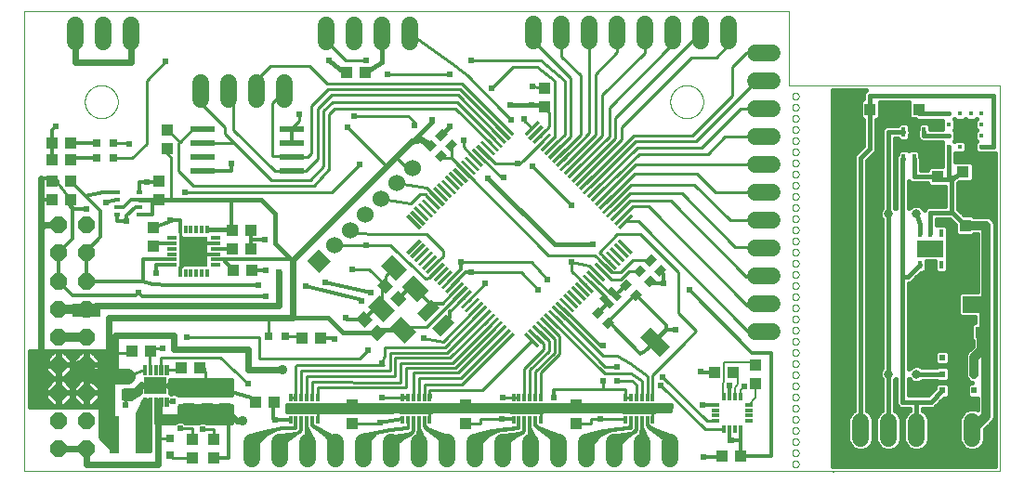
<source format=gtl>
G75*
%MOIN*%
%OFA0B0*%
%FSLAX25Y25*%
%IPPOS*%
%LPD*%
%AMOC8*
5,1,8,0,0,1.08239X$1,22.5*
%
%ADD10C,0.00000*%
%ADD11R,0.04331X0.03937*%
%ADD12R,0.07677X0.05906*%
%ADD13R,0.08465X0.06299*%
%ADD14C,0.00011*%
%ADD15R,0.03800X0.13200*%
%ADD16R,0.03937X0.04331*%
%ADD17R,0.03150X0.03150*%
%ADD18R,0.01200X0.02600*%
%ADD19R,0.12200X0.03900*%
%ADD20C,0.06000*%
%ADD21R,0.01181X0.03150*%
%ADD22R,0.03150X0.01181*%
%ADD23R,0.01378X0.03150*%
%ADD24R,0.03346X0.01378*%
%ADD25R,0.10236X0.11024*%
%ADD26R,0.02756X0.03543*%
%ADD27R,0.05000X0.02500*%
%ADD28R,0.10000X0.05000*%
%ADD29R,0.08700X0.02400*%
%ADD30OC8,0.06000*%
%ADD31R,0.01969X0.01378*%
%ADD32R,0.01100X0.06600*%
%ADD33R,0.04331X0.07087*%
%ADD34R,0.06000X0.06000*%
%ADD35C,0.06000*%
%ADD36C,0.00030*%
%ADD37R,0.01575X0.01575*%
%ADD38R,0.01600X0.02800*%
%ADD39R,0.09400X0.05900*%
%ADD40R,0.01969X0.02362*%
%ADD41R,0.02362X0.01969*%
%ADD42R,0.01200X0.03543*%
%ADD43C,0.00800*%
%ADD44C,0.03200*%
%ADD45C,0.01000*%
%ADD46C,0.01200*%
%ADD47C,0.02381*%
%ADD48C,0.02400*%
%ADD49C,0.01600*%
%ADD50C,0.03562*%
%ADD51C,0.05600*%
%ADD52C,0.03169*%
D10*
X0007278Y0003400D02*
X0357278Y0003400D01*
X0357278Y0142000D01*
X0356478Y0142000D01*
X0357278Y0142001D02*
X0297318Y0142001D01*
X0297478Y0142000D02*
X0281378Y0142000D01*
X0281378Y0168400D01*
X0007278Y0168400D01*
X0007278Y0003400D01*
X0050710Y0032156D02*
X0050712Y0032204D01*
X0050718Y0032252D01*
X0050728Y0032299D01*
X0050741Y0032345D01*
X0050759Y0032390D01*
X0050779Y0032434D01*
X0050804Y0032476D01*
X0050832Y0032515D01*
X0050862Y0032552D01*
X0050896Y0032586D01*
X0050933Y0032618D01*
X0050971Y0032647D01*
X0051012Y0032672D01*
X0051055Y0032694D01*
X0051100Y0032712D01*
X0051146Y0032726D01*
X0051193Y0032737D01*
X0051241Y0032744D01*
X0051289Y0032747D01*
X0051337Y0032746D01*
X0051385Y0032741D01*
X0051433Y0032732D01*
X0051479Y0032720D01*
X0051524Y0032703D01*
X0051568Y0032683D01*
X0051610Y0032660D01*
X0051650Y0032633D01*
X0051688Y0032603D01*
X0051723Y0032570D01*
X0051755Y0032534D01*
X0051785Y0032496D01*
X0051811Y0032455D01*
X0051833Y0032412D01*
X0051853Y0032368D01*
X0051868Y0032323D01*
X0051880Y0032276D01*
X0051888Y0032228D01*
X0051892Y0032180D01*
X0051892Y0032132D01*
X0051888Y0032084D01*
X0051880Y0032036D01*
X0051868Y0031989D01*
X0051853Y0031944D01*
X0051833Y0031900D01*
X0051811Y0031857D01*
X0051785Y0031816D01*
X0051755Y0031778D01*
X0051723Y0031742D01*
X0051688Y0031709D01*
X0051650Y0031679D01*
X0051610Y0031652D01*
X0051568Y0031629D01*
X0051524Y0031609D01*
X0051479Y0031592D01*
X0051433Y0031580D01*
X0051385Y0031571D01*
X0051337Y0031566D01*
X0051289Y0031565D01*
X0051241Y0031568D01*
X0051193Y0031575D01*
X0051146Y0031586D01*
X0051100Y0031600D01*
X0051055Y0031618D01*
X0051012Y0031640D01*
X0050971Y0031665D01*
X0050933Y0031694D01*
X0050896Y0031726D01*
X0050862Y0031760D01*
X0050832Y0031797D01*
X0050804Y0031836D01*
X0050779Y0031878D01*
X0050759Y0031922D01*
X0050741Y0031967D01*
X0050728Y0032013D01*
X0050718Y0032060D01*
X0050712Y0032108D01*
X0050710Y0032156D01*
X0053662Y0034125D02*
X0053664Y0034173D01*
X0053670Y0034221D01*
X0053680Y0034268D01*
X0053693Y0034314D01*
X0053711Y0034359D01*
X0053731Y0034403D01*
X0053756Y0034445D01*
X0053784Y0034484D01*
X0053814Y0034521D01*
X0053848Y0034555D01*
X0053885Y0034587D01*
X0053923Y0034616D01*
X0053964Y0034641D01*
X0054007Y0034663D01*
X0054052Y0034681D01*
X0054098Y0034695D01*
X0054145Y0034706D01*
X0054193Y0034713D01*
X0054241Y0034716D01*
X0054289Y0034715D01*
X0054337Y0034710D01*
X0054385Y0034701D01*
X0054431Y0034689D01*
X0054476Y0034672D01*
X0054520Y0034652D01*
X0054562Y0034629D01*
X0054602Y0034602D01*
X0054640Y0034572D01*
X0054675Y0034539D01*
X0054707Y0034503D01*
X0054737Y0034465D01*
X0054763Y0034424D01*
X0054785Y0034381D01*
X0054805Y0034337D01*
X0054820Y0034292D01*
X0054832Y0034245D01*
X0054840Y0034197D01*
X0054844Y0034149D01*
X0054844Y0034101D01*
X0054840Y0034053D01*
X0054832Y0034005D01*
X0054820Y0033958D01*
X0054805Y0033913D01*
X0054785Y0033869D01*
X0054763Y0033826D01*
X0054737Y0033785D01*
X0054707Y0033747D01*
X0054675Y0033711D01*
X0054640Y0033678D01*
X0054602Y0033648D01*
X0054562Y0033621D01*
X0054520Y0033598D01*
X0054476Y0033578D01*
X0054431Y0033561D01*
X0054385Y0033549D01*
X0054337Y0033540D01*
X0054289Y0033535D01*
X0054241Y0033534D01*
X0054193Y0033537D01*
X0054145Y0033544D01*
X0054098Y0033555D01*
X0054052Y0033569D01*
X0054007Y0033587D01*
X0053964Y0033609D01*
X0053923Y0033634D01*
X0053885Y0033663D01*
X0053848Y0033695D01*
X0053814Y0033729D01*
X0053784Y0033766D01*
X0053756Y0033805D01*
X0053731Y0033847D01*
X0053711Y0033891D01*
X0053693Y0033936D01*
X0053680Y0033982D01*
X0053670Y0034029D01*
X0053664Y0034077D01*
X0053662Y0034125D01*
X0050710Y0036094D02*
X0050712Y0036142D01*
X0050718Y0036190D01*
X0050728Y0036237D01*
X0050741Y0036283D01*
X0050759Y0036328D01*
X0050779Y0036372D01*
X0050804Y0036414D01*
X0050832Y0036453D01*
X0050862Y0036490D01*
X0050896Y0036524D01*
X0050933Y0036556D01*
X0050971Y0036585D01*
X0051012Y0036610D01*
X0051055Y0036632D01*
X0051100Y0036650D01*
X0051146Y0036664D01*
X0051193Y0036675D01*
X0051241Y0036682D01*
X0051289Y0036685D01*
X0051337Y0036684D01*
X0051385Y0036679D01*
X0051433Y0036670D01*
X0051479Y0036658D01*
X0051524Y0036641D01*
X0051568Y0036621D01*
X0051610Y0036598D01*
X0051650Y0036571D01*
X0051688Y0036541D01*
X0051723Y0036508D01*
X0051755Y0036472D01*
X0051785Y0036434D01*
X0051811Y0036393D01*
X0051833Y0036350D01*
X0051853Y0036306D01*
X0051868Y0036261D01*
X0051880Y0036214D01*
X0051888Y0036166D01*
X0051892Y0036118D01*
X0051892Y0036070D01*
X0051888Y0036022D01*
X0051880Y0035974D01*
X0051868Y0035927D01*
X0051853Y0035882D01*
X0051833Y0035838D01*
X0051811Y0035795D01*
X0051785Y0035754D01*
X0051755Y0035716D01*
X0051723Y0035680D01*
X0051688Y0035647D01*
X0051650Y0035617D01*
X0051610Y0035590D01*
X0051568Y0035567D01*
X0051524Y0035547D01*
X0051479Y0035530D01*
X0051433Y0035518D01*
X0051385Y0035509D01*
X0051337Y0035504D01*
X0051289Y0035503D01*
X0051241Y0035506D01*
X0051193Y0035513D01*
X0051146Y0035524D01*
X0051100Y0035538D01*
X0051055Y0035556D01*
X0051012Y0035578D01*
X0050971Y0035603D01*
X0050933Y0035632D01*
X0050896Y0035664D01*
X0050862Y0035698D01*
X0050832Y0035735D01*
X0050804Y0035774D01*
X0050779Y0035816D01*
X0050759Y0035860D01*
X0050741Y0035905D01*
X0050728Y0035951D01*
X0050718Y0035998D01*
X0050712Y0036046D01*
X0050710Y0036094D01*
X0056615Y0036094D02*
X0056617Y0036142D01*
X0056623Y0036190D01*
X0056633Y0036237D01*
X0056646Y0036283D01*
X0056664Y0036328D01*
X0056684Y0036372D01*
X0056709Y0036414D01*
X0056737Y0036453D01*
X0056767Y0036490D01*
X0056801Y0036524D01*
X0056838Y0036556D01*
X0056876Y0036585D01*
X0056917Y0036610D01*
X0056960Y0036632D01*
X0057005Y0036650D01*
X0057051Y0036664D01*
X0057098Y0036675D01*
X0057146Y0036682D01*
X0057194Y0036685D01*
X0057242Y0036684D01*
X0057290Y0036679D01*
X0057338Y0036670D01*
X0057384Y0036658D01*
X0057429Y0036641D01*
X0057473Y0036621D01*
X0057515Y0036598D01*
X0057555Y0036571D01*
X0057593Y0036541D01*
X0057628Y0036508D01*
X0057660Y0036472D01*
X0057690Y0036434D01*
X0057716Y0036393D01*
X0057738Y0036350D01*
X0057758Y0036306D01*
X0057773Y0036261D01*
X0057785Y0036214D01*
X0057793Y0036166D01*
X0057797Y0036118D01*
X0057797Y0036070D01*
X0057793Y0036022D01*
X0057785Y0035974D01*
X0057773Y0035927D01*
X0057758Y0035882D01*
X0057738Y0035838D01*
X0057716Y0035795D01*
X0057690Y0035754D01*
X0057660Y0035716D01*
X0057628Y0035680D01*
X0057593Y0035647D01*
X0057555Y0035617D01*
X0057515Y0035590D01*
X0057473Y0035567D01*
X0057429Y0035547D01*
X0057384Y0035530D01*
X0057338Y0035518D01*
X0057290Y0035509D01*
X0057242Y0035504D01*
X0057194Y0035503D01*
X0057146Y0035506D01*
X0057098Y0035513D01*
X0057051Y0035524D01*
X0057005Y0035538D01*
X0056960Y0035556D01*
X0056917Y0035578D01*
X0056876Y0035603D01*
X0056838Y0035632D01*
X0056801Y0035664D01*
X0056767Y0035698D01*
X0056737Y0035735D01*
X0056709Y0035774D01*
X0056684Y0035816D01*
X0056664Y0035860D01*
X0056646Y0035905D01*
X0056633Y0035951D01*
X0056623Y0035998D01*
X0056617Y0036046D01*
X0056615Y0036094D01*
X0056615Y0032156D02*
X0056617Y0032204D01*
X0056623Y0032252D01*
X0056633Y0032299D01*
X0056646Y0032345D01*
X0056664Y0032390D01*
X0056684Y0032434D01*
X0056709Y0032476D01*
X0056737Y0032515D01*
X0056767Y0032552D01*
X0056801Y0032586D01*
X0056838Y0032618D01*
X0056876Y0032647D01*
X0056917Y0032672D01*
X0056960Y0032694D01*
X0057005Y0032712D01*
X0057051Y0032726D01*
X0057098Y0032737D01*
X0057146Y0032744D01*
X0057194Y0032747D01*
X0057242Y0032746D01*
X0057290Y0032741D01*
X0057338Y0032732D01*
X0057384Y0032720D01*
X0057429Y0032703D01*
X0057473Y0032683D01*
X0057515Y0032660D01*
X0057555Y0032633D01*
X0057593Y0032603D01*
X0057628Y0032570D01*
X0057660Y0032534D01*
X0057690Y0032496D01*
X0057716Y0032455D01*
X0057738Y0032412D01*
X0057758Y0032368D01*
X0057773Y0032323D01*
X0057785Y0032276D01*
X0057793Y0032228D01*
X0057797Y0032180D01*
X0057797Y0032132D01*
X0057793Y0032084D01*
X0057785Y0032036D01*
X0057773Y0031989D01*
X0057758Y0031944D01*
X0057738Y0031900D01*
X0057716Y0031857D01*
X0057690Y0031816D01*
X0057660Y0031778D01*
X0057628Y0031742D01*
X0057593Y0031709D01*
X0057555Y0031679D01*
X0057515Y0031652D01*
X0057473Y0031629D01*
X0057429Y0031609D01*
X0057384Y0031592D01*
X0057338Y0031580D01*
X0057290Y0031571D01*
X0057242Y0031566D01*
X0057194Y0031565D01*
X0057146Y0031568D01*
X0057098Y0031575D01*
X0057051Y0031586D01*
X0057005Y0031600D01*
X0056960Y0031618D01*
X0056917Y0031640D01*
X0056876Y0031665D01*
X0056838Y0031694D01*
X0056801Y0031726D01*
X0056767Y0031760D01*
X0056737Y0031797D01*
X0056709Y0031836D01*
X0056684Y0031878D01*
X0056664Y0031922D01*
X0056646Y0031967D01*
X0056633Y0032013D01*
X0056623Y0032060D01*
X0056617Y0032108D01*
X0056615Y0032156D01*
X0028972Y0136000D02*
X0028974Y0136153D01*
X0028980Y0136307D01*
X0028990Y0136460D01*
X0029004Y0136612D01*
X0029022Y0136765D01*
X0029044Y0136916D01*
X0029069Y0137067D01*
X0029099Y0137218D01*
X0029133Y0137368D01*
X0029170Y0137516D01*
X0029211Y0137664D01*
X0029256Y0137810D01*
X0029305Y0137956D01*
X0029358Y0138100D01*
X0029414Y0138242D01*
X0029474Y0138383D01*
X0029538Y0138523D01*
X0029605Y0138661D01*
X0029676Y0138797D01*
X0029751Y0138931D01*
X0029828Y0139063D01*
X0029910Y0139193D01*
X0029994Y0139321D01*
X0030082Y0139447D01*
X0030173Y0139570D01*
X0030267Y0139691D01*
X0030365Y0139809D01*
X0030465Y0139925D01*
X0030569Y0140038D01*
X0030675Y0140149D01*
X0030784Y0140257D01*
X0030896Y0140362D01*
X0031010Y0140463D01*
X0031128Y0140562D01*
X0031247Y0140658D01*
X0031369Y0140751D01*
X0031494Y0140840D01*
X0031621Y0140927D01*
X0031750Y0141009D01*
X0031881Y0141089D01*
X0032014Y0141165D01*
X0032149Y0141238D01*
X0032286Y0141307D01*
X0032425Y0141372D01*
X0032565Y0141434D01*
X0032707Y0141492D01*
X0032850Y0141547D01*
X0032995Y0141598D01*
X0033141Y0141645D01*
X0033288Y0141688D01*
X0033436Y0141727D01*
X0033585Y0141763D01*
X0033735Y0141794D01*
X0033886Y0141822D01*
X0034037Y0141846D01*
X0034190Y0141866D01*
X0034342Y0141882D01*
X0034495Y0141894D01*
X0034648Y0141902D01*
X0034801Y0141906D01*
X0034955Y0141906D01*
X0035108Y0141902D01*
X0035261Y0141894D01*
X0035414Y0141882D01*
X0035566Y0141866D01*
X0035719Y0141846D01*
X0035870Y0141822D01*
X0036021Y0141794D01*
X0036171Y0141763D01*
X0036320Y0141727D01*
X0036468Y0141688D01*
X0036615Y0141645D01*
X0036761Y0141598D01*
X0036906Y0141547D01*
X0037049Y0141492D01*
X0037191Y0141434D01*
X0037331Y0141372D01*
X0037470Y0141307D01*
X0037607Y0141238D01*
X0037742Y0141165D01*
X0037875Y0141089D01*
X0038006Y0141009D01*
X0038135Y0140927D01*
X0038262Y0140840D01*
X0038387Y0140751D01*
X0038509Y0140658D01*
X0038628Y0140562D01*
X0038746Y0140463D01*
X0038860Y0140362D01*
X0038972Y0140257D01*
X0039081Y0140149D01*
X0039187Y0140038D01*
X0039291Y0139925D01*
X0039391Y0139809D01*
X0039489Y0139691D01*
X0039583Y0139570D01*
X0039674Y0139447D01*
X0039762Y0139321D01*
X0039846Y0139193D01*
X0039928Y0139063D01*
X0040005Y0138931D01*
X0040080Y0138797D01*
X0040151Y0138661D01*
X0040218Y0138523D01*
X0040282Y0138383D01*
X0040342Y0138242D01*
X0040398Y0138100D01*
X0040451Y0137956D01*
X0040500Y0137810D01*
X0040545Y0137664D01*
X0040586Y0137516D01*
X0040623Y0137368D01*
X0040657Y0137218D01*
X0040687Y0137067D01*
X0040712Y0136916D01*
X0040734Y0136765D01*
X0040752Y0136612D01*
X0040766Y0136460D01*
X0040776Y0136307D01*
X0040782Y0136153D01*
X0040784Y0136000D01*
X0040782Y0135847D01*
X0040776Y0135693D01*
X0040766Y0135540D01*
X0040752Y0135388D01*
X0040734Y0135235D01*
X0040712Y0135084D01*
X0040687Y0134933D01*
X0040657Y0134782D01*
X0040623Y0134632D01*
X0040586Y0134484D01*
X0040545Y0134336D01*
X0040500Y0134190D01*
X0040451Y0134044D01*
X0040398Y0133900D01*
X0040342Y0133758D01*
X0040282Y0133617D01*
X0040218Y0133477D01*
X0040151Y0133339D01*
X0040080Y0133203D01*
X0040005Y0133069D01*
X0039928Y0132937D01*
X0039846Y0132807D01*
X0039762Y0132679D01*
X0039674Y0132553D01*
X0039583Y0132430D01*
X0039489Y0132309D01*
X0039391Y0132191D01*
X0039291Y0132075D01*
X0039187Y0131962D01*
X0039081Y0131851D01*
X0038972Y0131743D01*
X0038860Y0131638D01*
X0038746Y0131537D01*
X0038628Y0131438D01*
X0038509Y0131342D01*
X0038387Y0131249D01*
X0038262Y0131160D01*
X0038135Y0131073D01*
X0038006Y0130991D01*
X0037875Y0130911D01*
X0037742Y0130835D01*
X0037607Y0130762D01*
X0037470Y0130693D01*
X0037331Y0130628D01*
X0037191Y0130566D01*
X0037049Y0130508D01*
X0036906Y0130453D01*
X0036761Y0130402D01*
X0036615Y0130355D01*
X0036468Y0130312D01*
X0036320Y0130273D01*
X0036171Y0130237D01*
X0036021Y0130206D01*
X0035870Y0130178D01*
X0035719Y0130154D01*
X0035566Y0130134D01*
X0035414Y0130118D01*
X0035261Y0130106D01*
X0035108Y0130098D01*
X0034955Y0130094D01*
X0034801Y0130094D01*
X0034648Y0130098D01*
X0034495Y0130106D01*
X0034342Y0130118D01*
X0034190Y0130134D01*
X0034037Y0130154D01*
X0033886Y0130178D01*
X0033735Y0130206D01*
X0033585Y0130237D01*
X0033436Y0130273D01*
X0033288Y0130312D01*
X0033141Y0130355D01*
X0032995Y0130402D01*
X0032850Y0130453D01*
X0032707Y0130508D01*
X0032565Y0130566D01*
X0032425Y0130628D01*
X0032286Y0130693D01*
X0032149Y0130762D01*
X0032014Y0130835D01*
X0031881Y0130911D01*
X0031750Y0130991D01*
X0031621Y0131073D01*
X0031494Y0131160D01*
X0031369Y0131249D01*
X0031247Y0131342D01*
X0031128Y0131438D01*
X0031010Y0131537D01*
X0030896Y0131638D01*
X0030784Y0131743D01*
X0030675Y0131851D01*
X0030569Y0131962D01*
X0030465Y0132075D01*
X0030365Y0132191D01*
X0030267Y0132309D01*
X0030173Y0132430D01*
X0030082Y0132553D01*
X0029994Y0132679D01*
X0029910Y0132807D01*
X0029828Y0132937D01*
X0029751Y0133069D01*
X0029676Y0133203D01*
X0029605Y0133339D01*
X0029538Y0133477D01*
X0029474Y0133617D01*
X0029414Y0133758D01*
X0029358Y0133900D01*
X0029305Y0134044D01*
X0029256Y0134190D01*
X0029211Y0134336D01*
X0029170Y0134484D01*
X0029133Y0134632D01*
X0029099Y0134782D01*
X0029069Y0134933D01*
X0029044Y0135084D01*
X0029022Y0135235D01*
X0029004Y0135388D01*
X0028990Y0135540D01*
X0028980Y0135693D01*
X0028974Y0135847D01*
X0028972Y0136000D01*
X0238972Y0136000D02*
X0238974Y0136153D01*
X0238980Y0136307D01*
X0238990Y0136460D01*
X0239004Y0136612D01*
X0239022Y0136765D01*
X0239044Y0136916D01*
X0239069Y0137067D01*
X0239099Y0137218D01*
X0239133Y0137368D01*
X0239170Y0137516D01*
X0239211Y0137664D01*
X0239256Y0137810D01*
X0239305Y0137956D01*
X0239358Y0138100D01*
X0239414Y0138242D01*
X0239474Y0138383D01*
X0239538Y0138523D01*
X0239605Y0138661D01*
X0239676Y0138797D01*
X0239751Y0138931D01*
X0239828Y0139063D01*
X0239910Y0139193D01*
X0239994Y0139321D01*
X0240082Y0139447D01*
X0240173Y0139570D01*
X0240267Y0139691D01*
X0240365Y0139809D01*
X0240465Y0139925D01*
X0240569Y0140038D01*
X0240675Y0140149D01*
X0240784Y0140257D01*
X0240896Y0140362D01*
X0241010Y0140463D01*
X0241128Y0140562D01*
X0241247Y0140658D01*
X0241369Y0140751D01*
X0241494Y0140840D01*
X0241621Y0140927D01*
X0241750Y0141009D01*
X0241881Y0141089D01*
X0242014Y0141165D01*
X0242149Y0141238D01*
X0242286Y0141307D01*
X0242425Y0141372D01*
X0242565Y0141434D01*
X0242707Y0141492D01*
X0242850Y0141547D01*
X0242995Y0141598D01*
X0243141Y0141645D01*
X0243288Y0141688D01*
X0243436Y0141727D01*
X0243585Y0141763D01*
X0243735Y0141794D01*
X0243886Y0141822D01*
X0244037Y0141846D01*
X0244190Y0141866D01*
X0244342Y0141882D01*
X0244495Y0141894D01*
X0244648Y0141902D01*
X0244801Y0141906D01*
X0244955Y0141906D01*
X0245108Y0141902D01*
X0245261Y0141894D01*
X0245414Y0141882D01*
X0245566Y0141866D01*
X0245719Y0141846D01*
X0245870Y0141822D01*
X0246021Y0141794D01*
X0246171Y0141763D01*
X0246320Y0141727D01*
X0246468Y0141688D01*
X0246615Y0141645D01*
X0246761Y0141598D01*
X0246906Y0141547D01*
X0247049Y0141492D01*
X0247191Y0141434D01*
X0247331Y0141372D01*
X0247470Y0141307D01*
X0247607Y0141238D01*
X0247742Y0141165D01*
X0247875Y0141089D01*
X0248006Y0141009D01*
X0248135Y0140927D01*
X0248262Y0140840D01*
X0248387Y0140751D01*
X0248509Y0140658D01*
X0248628Y0140562D01*
X0248746Y0140463D01*
X0248860Y0140362D01*
X0248972Y0140257D01*
X0249081Y0140149D01*
X0249187Y0140038D01*
X0249291Y0139925D01*
X0249391Y0139809D01*
X0249489Y0139691D01*
X0249583Y0139570D01*
X0249674Y0139447D01*
X0249762Y0139321D01*
X0249846Y0139193D01*
X0249928Y0139063D01*
X0250005Y0138931D01*
X0250080Y0138797D01*
X0250151Y0138661D01*
X0250218Y0138523D01*
X0250282Y0138383D01*
X0250342Y0138242D01*
X0250398Y0138100D01*
X0250451Y0137956D01*
X0250500Y0137810D01*
X0250545Y0137664D01*
X0250586Y0137516D01*
X0250623Y0137368D01*
X0250657Y0137218D01*
X0250687Y0137067D01*
X0250712Y0136916D01*
X0250734Y0136765D01*
X0250752Y0136612D01*
X0250766Y0136460D01*
X0250776Y0136307D01*
X0250782Y0136153D01*
X0250784Y0136000D01*
X0250782Y0135847D01*
X0250776Y0135693D01*
X0250766Y0135540D01*
X0250752Y0135388D01*
X0250734Y0135235D01*
X0250712Y0135084D01*
X0250687Y0134933D01*
X0250657Y0134782D01*
X0250623Y0134632D01*
X0250586Y0134484D01*
X0250545Y0134336D01*
X0250500Y0134190D01*
X0250451Y0134044D01*
X0250398Y0133900D01*
X0250342Y0133758D01*
X0250282Y0133617D01*
X0250218Y0133477D01*
X0250151Y0133339D01*
X0250080Y0133203D01*
X0250005Y0133069D01*
X0249928Y0132937D01*
X0249846Y0132807D01*
X0249762Y0132679D01*
X0249674Y0132553D01*
X0249583Y0132430D01*
X0249489Y0132309D01*
X0249391Y0132191D01*
X0249291Y0132075D01*
X0249187Y0131962D01*
X0249081Y0131851D01*
X0248972Y0131743D01*
X0248860Y0131638D01*
X0248746Y0131537D01*
X0248628Y0131438D01*
X0248509Y0131342D01*
X0248387Y0131249D01*
X0248262Y0131160D01*
X0248135Y0131073D01*
X0248006Y0130991D01*
X0247875Y0130911D01*
X0247742Y0130835D01*
X0247607Y0130762D01*
X0247470Y0130693D01*
X0247331Y0130628D01*
X0247191Y0130566D01*
X0247049Y0130508D01*
X0246906Y0130453D01*
X0246761Y0130402D01*
X0246615Y0130355D01*
X0246468Y0130312D01*
X0246320Y0130273D01*
X0246171Y0130237D01*
X0246021Y0130206D01*
X0245870Y0130178D01*
X0245719Y0130154D01*
X0245566Y0130134D01*
X0245414Y0130118D01*
X0245261Y0130106D01*
X0245108Y0130098D01*
X0244955Y0130094D01*
X0244801Y0130094D01*
X0244648Y0130098D01*
X0244495Y0130106D01*
X0244342Y0130118D01*
X0244190Y0130134D01*
X0244037Y0130154D01*
X0243886Y0130178D01*
X0243735Y0130206D01*
X0243585Y0130237D01*
X0243436Y0130273D01*
X0243288Y0130312D01*
X0243141Y0130355D01*
X0242995Y0130402D01*
X0242850Y0130453D01*
X0242707Y0130508D01*
X0242565Y0130566D01*
X0242425Y0130628D01*
X0242286Y0130693D01*
X0242149Y0130762D01*
X0242014Y0130835D01*
X0241881Y0130911D01*
X0241750Y0130991D01*
X0241621Y0131073D01*
X0241494Y0131160D01*
X0241369Y0131249D01*
X0241247Y0131342D01*
X0241128Y0131438D01*
X0241010Y0131537D01*
X0240896Y0131638D01*
X0240784Y0131743D01*
X0240675Y0131851D01*
X0240569Y0131962D01*
X0240465Y0132075D01*
X0240365Y0132191D01*
X0240267Y0132309D01*
X0240173Y0132430D01*
X0240082Y0132553D01*
X0239994Y0132679D01*
X0239910Y0132807D01*
X0239828Y0132937D01*
X0239751Y0133069D01*
X0239676Y0133203D01*
X0239605Y0133339D01*
X0239538Y0133477D01*
X0239474Y0133617D01*
X0239414Y0133758D01*
X0239358Y0133900D01*
X0239305Y0134044D01*
X0239256Y0134190D01*
X0239211Y0134336D01*
X0239170Y0134484D01*
X0239133Y0134632D01*
X0239099Y0134782D01*
X0239069Y0134933D01*
X0239044Y0135084D01*
X0239022Y0135235D01*
X0239004Y0135388D01*
X0238990Y0135540D01*
X0238980Y0135693D01*
X0238974Y0135847D01*
X0238972Y0136000D01*
X0282697Y0134000D02*
X0282699Y0134069D01*
X0282705Y0134137D01*
X0282715Y0134205D01*
X0282729Y0134272D01*
X0282747Y0134339D01*
X0282768Y0134404D01*
X0282794Y0134468D01*
X0282823Y0134530D01*
X0282855Y0134590D01*
X0282891Y0134649D01*
X0282931Y0134705D01*
X0282973Y0134759D01*
X0283019Y0134810D01*
X0283068Y0134859D01*
X0283119Y0134905D01*
X0283173Y0134947D01*
X0283229Y0134987D01*
X0283287Y0135023D01*
X0283348Y0135055D01*
X0283410Y0135084D01*
X0283474Y0135110D01*
X0283539Y0135131D01*
X0283606Y0135149D01*
X0283673Y0135163D01*
X0283741Y0135173D01*
X0283809Y0135179D01*
X0283878Y0135181D01*
X0283947Y0135179D01*
X0284015Y0135173D01*
X0284083Y0135163D01*
X0284150Y0135149D01*
X0284217Y0135131D01*
X0284282Y0135110D01*
X0284346Y0135084D01*
X0284408Y0135055D01*
X0284468Y0135023D01*
X0284527Y0134987D01*
X0284583Y0134947D01*
X0284637Y0134905D01*
X0284688Y0134859D01*
X0284737Y0134810D01*
X0284783Y0134759D01*
X0284825Y0134705D01*
X0284865Y0134649D01*
X0284901Y0134590D01*
X0284933Y0134530D01*
X0284962Y0134468D01*
X0284988Y0134404D01*
X0285009Y0134339D01*
X0285027Y0134272D01*
X0285041Y0134205D01*
X0285051Y0134137D01*
X0285057Y0134069D01*
X0285059Y0134000D01*
X0285057Y0133931D01*
X0285051Y0133863D01*
X0285041Y0133795D01*
X0285027Y0133728D01*
X0285009Y0133661D01*
X0284988Y0133596D01*
X0284962Y0133532D01*
X0284933Y0133470D01*
X0284901Y0133409D01*
X0284865Y0133351D01*
X0284825Y0133295D01*
X0284783Y0133241D01*
X0284737Y0133190D01*
X0284688Y0133141D01*
X0284637Y0133095D01*
X0284583Y0133053D01*
X0284527Y0133013D01*
X0284469Y0132977D01*
X0284408Y0132945D01*
X0284346Y0132916D01*
X0284282Y0132890D01*
X0284217Y0132869D01*
X0284150Y0132851D01*
X0284083Y0132837D01*
X0284015Y0132827D01*
X0283947Y0132821D01*
X0283878Y0132819D01*
X0283809Y0132821D01*
X0283741Y0132827D01*
X0283673Y0132837D01*
X0283606Y0132851D01*
X0283539Y0132869D01*
X0283474Y0132890D01*
X0283410Y0132916D01*
X0283348Y0132945D01*
X0283287Y0132977D01*
X0283229Y0133013D01*
X0283173Y0133053D01*
X0283119Y0133095D01*
X0283068Y0133141D01*
X0283019Y0133190D01*
X0282973Y0133241D01*
X0282931Y0133295D01*
X0282891Y0133351D01*
X0282855Y0133409D01*
X0282823Y0133470D01*
X0282794Y0133532D01*
X0282768Y0133596D01*
X0282747Y0133661D01*
X0282729Y0133728D01*
X0282715Y0133795D01*
X0282705Y0133863D01*
X0282699Y0133931D01*
X0282697Y0134000D01*
X0282697Y0130000D02*
X0282699Y0130069D01*
X0282705Y0130137D01*
X0282715Y0130205D01*
X0282729Y0130272D01*
X0282747Y0130339D01*
X0282768Y0130404D01*
X0282794Y0130468D01*
X0282823Y0130530D01*
X0282855Y0130590D01*
X0282891Y0130649D01*
X0282931Y0130705D01*
X0282973Y0130759D01*
X0283019Y0130810D01*
X0283068Y0130859D01*
X0283119Y0130905D01*
X0283173Y0130947D01*
X0283229Y0130987D01*
X0283287Y0131023D01*
X0283348Y0131055D01*
X0283410Y0131084D01*
X0283474Y0131110D01*
X0283539Y0131131D01*
X0283606Y0131149D01*
X0283673Y0131163D01*
X0283741Y0131173D01*
X0283809Y0131179D01*
X0283878Y0131181D01*
X0283947Y0131179D01*
X0284015Y0131173D01*
X0284083Y0131163D01*
X0284150Y0131149D01*
X0284217Y0131131D01*
X0284282Y0131110D01*
X0284346Y0131084D01*
X0284408Y0131055D01*
X0284468Y0131023D01*
X0284527Y0130987D01*
X0284583Y0130947D01*
X0284637Y0130905D01*
X0284688Y0130859D01*
X0284737Y0130810D01*
X0284783Y0130759D01*
X0284825Y0130705D01*
X0284865Y0130649D01*
X0284901Y0130590D01*
X0284933Y0130530D01*
X0284962Y0130468D01*
X0284988Y0130404D01*
X0285009Y0130339D01*
X0285027Y0130272D01*
X0285041Y0130205D01*
X0285051Y0130137D01*
X0285057Y0130069D01*
X0285059Y0130000D01*
X0285057Y0129931D01*
X0285051Y0129863D01*
X0285041Y0129795D01*
X0285027Y0129728D01*
X0285009Y0129661D01*
X0284988Y0129596D01*
X0284962Y0129532D01*
X0284933Y0129470D01*
X0284901Y0129409D01*
X0284865Y0129351D01*
X0284825Y0129295D01*
X0284783Y0129241D01*
X0284737Y0129190D01*
X0284688Y0129141D01*
X0284637Y0129095D01*
X0284583Y0129053D01*
X0284527Y0129013D01*
X0284469Y0128977D01*
X0284408Y0128945D01*
X0284346Y0128916D01*
X0284282Y0128890D01*
X0284217Y0128869D01*
X0284150Y0128851D01*
X0284083Y0128837D01*
X0284015Y0128827D01*
X0283947Y0128821D01*
X0283878Y0128819D01*
X0283809Y0128821D01*
X0283741Y0128827D01*
X0283673Y0128837D01*
X0283606Y0128851D01*
X0283539Y0128869D01*
X0283474Y0128890D01*
X0283410Y0128916D01*
X0283348Y0128945D01*
X0283287Y0128977D01*
X0283229Y0129013D01*
X0283173Y0129053D01*
X0283119Y0129095D01*
X0283068Y0129141D01*
X0283019Y0129190D01*
X0282973Y0129241D01*
X0282931Y0129295D01*
X0282891Y0129351D01*
X0282855Y0129409D01*
X0282823Y0129470D01*
X0282794Y0129532D01*
X0282768Y0129596D01*
X0282747Y0129661D01*
X0282729Y0129728D01*
X0282715Y0129795D01*
X0282705Y0129863D01*
X0282699Y0129931D01*
X0282697Y0130000D01*
X0282697Y0126000D02*
X0282699Y0126069D01*
X0282705Y0126137D01*
X0282715Y0126205D01*
X0282729Y0126272D01*
X0282747Y0126339D01*
X0282768Y0126404D01*
X0282794Y0126468D01*
X0282823Y0126530D01*
X0282855Y0126590D01*
X0282891Y0126649D01*
X0282931Y0126705D01*
X0282973Y0126759D01*
X0283019Y0126810D01*
X0283068Y0126859D01*
X0283119Y0126905D01*
X0283173Y0126947D01*
X0283229Y0126987D01*
X0283287Y0127023D01*
X0283348Y0127055D01*
X0283410Y0127084D01*
X0283474Y0127110D01*
X0283539Y0127131D01*
X0283606Y0127149D01*
X0283673Y0127163D01*
X0283741Y0127173D01*
X0283809Y0127179D01*
X0283878Y0127181D01*
X0283947Y0127179D01*
X0284015Y0127173D01*
X0284083Y0127163D01*
X0284150Y0127149D01*
X0284217Y0127131D01*
X0284282Y0127110D01*
X0284346Y0127084D01*
X0284408Y0127055D01*
X0284468Y0127023D01*
X0284527Y0126987D01*
X0284583Y0126947D01*
X0284637Y0126905D01*
X0284688Y0126859D01*
X0284737Y0126810D01*
X0284783Y0126759D01*
X0284825Y0126705D01*
X0284865Y0126649D01*
X0284901Y0126590D01*
X0284933Y0126530D01*
X0284962Y0126468D01*
X0284988Y0126404D01*
X0285009Y0126339D01*
X0285027Y0126272D01*
X0285041Y0126205D01*
X0285051Y0126137D01*
X0285057Y0126069D01*
X0285059Y0126000D01*
X0285057Y0125931D01*
X0285051Y0125863D01*
X0285041Y0125795D01*
X0285027Y0125728D01*
X0285009Y0125661D01*
X0284988Y0125596D01*
X0284962Y0125532D01*
X0284933Y0125470D01*
X0284901Y0125409D01*
X0284865Y0125351D01*
X0284825Y0125295D01*
X0284783Y0125241D01*
X0284737Y0125190D01*
X0284688Y0125141D01*
X0284637Y0125095D01*
X0284583Y0125053D01*
X0284527Y0125013D01*
X0284469Y0124977D01*
X0284408Y0124945D01*
X0284346Y0124916D01*
X0284282Y0124890D01*
X0284217Y0124869D01*
X0284150Y0124851D01*
X0284083Y0124837D01*
X0284015Y0124827D01*
X0283947Y0124821D01*
X0283878Y0124819D01*
X0283809Y0124821D01*
X0283741Y0124827D01*
X0283673Y0124837D01*
X0283606Y0124851D01*
X0283539Y0124869D01*
X0283474Y0124890D01*
X0283410Y0124916D01*
X0283348Y0124945D01*
X0283287Y0124977D01*
X0283229Y0125013D01*
X0283173Y0125053D01*
X0283119Y0125095D01*
X0283068Y0125141D01*
X0283019Y0125190D01*
X0282973Y0125241D01*
X0282931Y0125295D01*
X0282891Y0125351D01*
X0282855Y0125409D01*
X0282823Y0125470D01*
X0282794Y0125532D01*
X0282768Y0125596D01*
X0282747Y0125661D01*
X0282729Y0125728D01*
X0282715Y0125795D01*
X0282705Y0125863D01*
X0282699Y0125931D01*
X0282697Y0126000D01*
X0282697Y0122000D02*
X0282699Y0122069D01*
X0282705Y0122137D01*
X0282715Y0122205D01*
X0282729Y0122272D01*
X0282747Y0122339D01*
X0282768Y0122404D01*
X0282794Y0122468D01*
X0282823Y0122530D01*
X0282855Y0122590D01*
X0282891Y0122649D01*
X0282931Y0122705D01*
X0282973Y0122759D01*
X0283019Y0122810D01*
X0283068Y0122859D01*
X0283119Y0122905D01*
X0283173Y0122947D01*
X0283229Y0122987D01*
X0283287Y0123023D01*
X0283348Y0123055D01*
X0283410Y0123084D01*
X0283474Y0123110D01*
X0283539Y0123131D01*
X0283606Y0123149D01*
X0283673Y0123163D01*
X0283741Y0123173D01*
X0283809Y0123179D01*
X0283878Y0123181D01*
X0283947Y0123179D01*
X0284015Y0123173D01*
X0284083Y0123163D01*
X0284150Y0123149D01*
X0284217Y0123131D01*
X0284282Y0123110D01*
X0284346Y0123084D01*
X0284408Y0123055D01*
X0284468Y0123023D01*
X0284527Y0122987D01*
X0284583Y0122947D01*
X0284637Y0122905D01*
X0284688Y0122859D01*
X0284737Y0122810D01*
X0284783Y0122759D01*
X0284825Y0122705D01*
X0284865Y0122649D01*
X0284901Y0122590D01*
X0284933Y0122530D01*
X0284962Y0122468D01*
X0284988Y0122404D01*
X0285009Y0122339D01*
X0285027Y0122272D01*
X0285041Y0122205D01*
X0285051Y0122137D01*
X0285057Y0122069D01*
X0285059Y0122000D01*
X0285057Y0121931D01*
X0285051Y0121863D01*
X0285041Y0121795D01*
X0285027Y0121728D01*
X0285009Y0121661D01*
X0284988Y0121596D01*
X0284962Y0121532D01*
X0284933Y0121470D01*
X0284901Y0121409D01*
X0284865Y0121351D01*
X0284825Y0121295D01*
X0284783Y0121241D01*
X0284737Y0121190D01*
X0284688Y0121141D01*
X0284637Y0121095D01*
X0284583Y0121053D01*
X0284527Y0121013D01*
X0284469Y0120977D01*
X0284408Y0120945D01*
X0284346Y0120916D01*
X0284282Y0120890D01*
X0284217Y0120869D01*
X0284150Y0120851D01*
X0284083Y0120837D01*
X0284015Y0120827D01*
X0283947Y0120821D01*
X0283878Y0120819D01*
X0283809Y0120821D01*
X0283741Y0120827D01*
X0283673Y0120837D01*
X0283606Y0120851D01*
X0283539Y0120869D01*
X0283474Y0120890D01*
X0283410Y0120916D01*
X0283348Y0120945D01*
X0283287Y0120977D01*
X0283229Y0121013D01*
X0283173Y0121053D01*
X0283119Y0121095D01*
X0283068Y0121141D01*
X0283019Y0121190D01*
X0282973Y0121241D01*
X0282931Y0121295D01*
X0282891Y0121351D01*
X0282855Y0121409D01*
X0282823Y0121470D01*
X0282794Y0121532D01*
X0282768Y0121596D01*
X0282747Y0121661D01*
X0282729Y0121728D01*
X0282715Y0121795D01*
X0282705Y0121863D01*
X0282699Y0121931D01*
X0282697Y0122000D01*
X0282697Y0118000D02*
X0282699Y0118069D01*
X0282705Y0118137D01*
X0282715Y0118205D01*
X0282729Y0118272D01*
X0282747Y0118339D01*
X0282768Y0118404D01*
X0282794Y0118468D01*
X0282823Y0118530D01*
X0282855Y0118590D01*
X0282891Y0118649D01*
X0282931Y0118705D01*
X0282973Y0118759D01*
X0283019Y0118810D01*
X0283068Y0118859D01*
X0283119Y0118905D01*
X0283173Y0118947D01*
X0283229Y0118987D01*
X0283287Y0119023D01*
X0283348Y0119055D01*
X0283410Y0119084D01*
X0283474Y0119110D01*
X0283539Y0119131D01*
X0283606Y0119149D01*
X0283673Y0119163D01*
X0283741Y0119173D01*
X0283809Y0119179D01*
X0283878Y0119181D01*
X0283947Y0119179D01*
X0284015Y0119173D01*
X0284083Y0119163D01*
X0284150Y0119149D01*
X0284217Y0119131D01*
X0284282Y0119110D01*
X0284346Y0119084D01*
X0284408Y0119055D01*
X0284468Y0119023D01*
X0284527Y0118987D01*
X0284583Y0118947D01*
X0284637Y0118905D01*
X0284688Y0118859D01*
X0284737Y0118810D01*
X0284783Y0118759D01*
X0284825Y0118705D01*
X0284865Y0118649D01*
X0284901Y0118590D01*
X0284933Y0118530D01*
X0284962Y0118468D01*
X0284988Y0118404D01*
X0285009Y0118339D01*
X0285027Y0118272D01*
X0285041Y0118205D01*
X0285051Y0118137D01*
X0285057Y0118069D01*
X0285059Y0118000D01*
X0285057Y0117931D01*
X0285051Y0117863D01*
X0285041Y0117795D01*
X0285027Y0117728D01*
X0285009Y0117661D01*
X0284988Y0117596D01*
X0284962Y0117532D01*
X0284933Y0117470D01*
X0284901Y0117409D01*
X0284865Y0117351D01*
X0284825Y0117295D01*
X0284783Y0117241D01*
X0284737Y0117190D01*
X0284688Y0117141D01*
X0284637Y0117095D01*
X0284583Y0117053D01*
X0284527Y0117013D01*
X0284469Y0116977D01*
X0284408Y0116945D01*
X0284346Y0116916D01*
X0284282Y0116890D01*
X0284217Y0116869D01*
X0284150Y0116851D01*
X0284083Y0116837D01*
X0284015Y0116827D01*
X0283947Y0116821D01*
X0283878Y0116819D01*
X0283809Y0116821D01*
X0283741Y0116827D01*
X0283673Y0116837D01*
X0283606Y0116851D01*
X0283539Y0116869D01*
X0283474Y0116890D01*
X0283410Y0116916D01*
X0283348Y0116945D01*
X0283287Y0116977D01*
X0283229Y0117013D01*
X0283173Y0117053D01*
X0283119Y0117095D01*
X0283068Y0117141D01*
X0283019Y0117190D01*
X0282973Y0117241D01*
X0282931Y0117295D01*
X0282891Y0117351D01*
X0282855Y0117409D01*
X0282823Y0117470D01*
X0282794Y0117532D01*
X0282768Y0117596D01*
X0282747Y0117661D01*
X0282729Y0117728D01*
X0282715Y0117795D01*
X0282705Y0117863D01*
X0282699Y0117931D01*
X0282697Y0118000D01*
X0282697Y0114000D02*
X0282699Y0114069D01*
X0282705Y0114137D01*
X0282715Y0114205D01*
X0282729Y0114272D01*
X0282747Y0114339D01*
X0282768Y0114404D01*
X0282794Y0114468D01*
X0282823Y0114530D01*
X0282855Y0114590D01*
X0282891Y0114649D01*
X0282931Y0114705D01*
X0282973Y0114759D01*
X0283019Y0114810D01*
X0283068Y0114859D01*
X0283119Y0114905D01*
X0283173Y0114947D01*
X0283229Y0114987D01*
X0283287Y0115023D01*
X0283348Y0115055D01*
X0283410Y0115084D01*
X0283474Y0115110D01*
X0283539Y0115131D01*
X0283606Y0115149D01*
X0283673Y0115163D01*
X0283741Y0115173D01*
X0283809Y0115179D01*
X0283878Y0115181D01*
X0283947Y0115179D01*
X0284015Y0115173D01*
X0284083Y0115163D01*
X0284150Y0115149D01*
X0284217Y0115131D01*
X0284282Y0115110D01*
X0284346Y0115084D01*
X0284408Y0115055D01*
X0284468Y0115023D01*
X0284527Y0114987D01*
X0284583Y0114947D01*
X0284637Y0114905D01*
X0284688Y0114859D01*
X0284737Y0114810D01*
X0284783Y0114759D01*
X0284825Y0114705D01*
X0284865Y0114649D01*
X0284901Y0114590D01*
X0284933Y0114530D01*
X0284962Y0114468D01*
X0284988Y0114404D01*
X0285009Y0114339D01*
X0285027Y0114272D01*
X0285041Y0114205D01*
X0285051Y0114137D01*
X0285057Y0114069D01*
X0285059Y0114000D01*
X0285057Y0113931D01*
X0285051Y0113863D01*
X0285041Y0113795D01*
X0285027Y0113728D01*
X0285009Y0113661D01*
X0284988Y0113596D01*
X0284962Y0113532D01*
X0284933Y0113470D01*
X0284901Y0113409D01*
X0284865Y0113351D01*
X0284825Y0113295D01*
X0284783Y0113241D01*
X0284737Y0113190D01*
X0284688Y0113141D01*
X0284637Y0113095D01*
X0284583Y0113053D01*
X0284527Y0113013D01*
X0284469Y0112977D01*
X0284408Y0112945D01*
X0284346Y0112916D01*
X0284282Y0112890D01*
X0284217Y0112869D01*
X0284150Y0112851D01*
X0284083Y0112837D01*
X0284015Y0112827D01*
X0283947Y0112821D01*
X0283878Y0112819D01*
X0283809Y0112821D01*
X0283741Y0112827D01*
X0283673Y0112837D01*
X0283606Y0112851D01*
X0283539Y0112869D01*
X0283474Y0112890D01*
X0283410Y0112916D01*
X0283348Y0112945D01*
X0283287Y0112977D01*
X0283229Y0113013D01*
X0283173Y0113053D01*
X0283119Y0113095D01*
X0283068Y0113141D01*
X0283019Y0113190D01*
X0282973Y0113241D01*
X0282931Y0113295D01*
X0282891Y0113351D01*
X0282855Y0113409D01*
X0282823Y0113470D01*
X0282794Y0113532D01*
X0282768Y0113596D01*
X0282747Y0113661D01*
X0282729Y0113728D01*
X0282715Y0113795D01*
X0282705Y0113863D01*
X0282699Y0113931D01*
X0282697Y0114000D01*
X0282697Y0110000D02*
X0282699Y0110069D01*
X0282705Y0110137D01*
X0282715Y0110205D01*
X0282729Y0110272D01*
X0282747Y0110339D01*
X0282768Y0110404D01*
X0282794Y0110468D01*
X0282823Y0110530D01*
X0282855Y0110590D01*
X0282891Y0110649D01*
X0282931Y0110705D01*
X0282973Y0110759D01*
X0283019Y0110810D01*
X0283068Y0110859D01*
X0283119Y0110905D01*
X0283173Y0110947D01*
X0283229Y0110987D01*
X0283287Y0111023D01*
X0283348Y0111055D01*
X0283410Y0111084D01*
X0283474Y0111110D01*
X0283539Y0111131D01*
X0283606Y0111149D01*
X0283673Y0111163D01*
X0283741Y0111173D01*
X0283809Y0111179D01*
X0283878Y0111181D01*
X0283947Y0111179D01*
X0284015Y0111173D01*
X0284083Y0111163D01*
X0284150Y0111149D01*
X0284217Y0111131D01*
X0284282Y0111110D01*
X0284346Y0111084D01*
X0284408Y0111055D01*
X0284468Y0111023D01*
X0284527Y0110987D01*
X0284583Y0110947D01*
X0284637Y0110905D01*
X0284688Y0110859D01*
X0284737Y0110810D01*
X0284783Y0110759D01*
X0284825Y0110705D01*
X0284865Y0110649D01*
X0284901Y0110590D01*
X0284933Y0110530D01*
X0284962Y0110468D01*
X0284988Y0110404D01*
X0285009Y0110339D01*
X0285027Y0110272D01*
X0285041Y0110205D01*
X0285051Y0110137D01*
X0285057Y0110069D01*
X0285059Y0110000D01*
X0285057Y0109931D01*
X0285051Y0109863D01*
X0285041Y0109795D01*
X0285027Y0109728D01*
X0285009Y0109661D01*
X0284988Y0109596D01*
X0284962Y0109532D01*
X0284933Y0109470D01*
X0284901Y0109409D01*
X0284865Y0109351D01*
X0284825Y0109295D01*
X0284783Y0109241D01*
X0284737Y0109190D01*
X0284688Y0109141D01*
X0284637Y0109095D01*
X0284583Y0109053D01*
X0284527Y0109013D01*
X0284469Y0108977D01*
X0284408Y0108945D01*
X0284346Y0108916D01*
X0284282Y0108890D01*
X0284217Y0108869D01*
X0284150Y0108851D01*
X0284083Y0108837D01*
X0284015Y0108827D01*
X0283947Y0108821D01*
X0283878Y0108819D01*
X0283809Y0108821D01*
X0283741Y0108827D01*
X0283673Y0108837D01*
X0283606Y0108851D01*
X0283539Y0108869D01*
X0283474Y0108890D01*
X0283410Y0108916D01*
X0283348Y0108945D01*
X0283287Y0108977D01*
X0283229Y0109013D01*
X0283173Y0109053D01*
X0283119Y0109095D01*
X0283068Y0109141D01*
X0283019Y0109190D01*
X0282973Y0109241D01*
X0282931Y0109295D01*
X0282891Y0109351D01*
X0282855Y0109409D01*
X0282823Y0109470D01*
X0282794Y0109532D01*
X0282768Y0109596D01*
X0282747Y0109661D01*
X0282729Y0109728D01*
X0282715Y0109795D01*
X0282705Y0109863D01*
X0282699Y0109931D01*
X0282697Y0110000D01*
X0282697Y0106000D02*
X0282699Y0106069D01*
X0282705Y0106137D01*
X0282715Y0106205D01*
X0282729Y0106272D01*
X0282747Y0106339D01*
X0282768Y0106404D01*
X0282794Y0106468D01*
X0282823Y0106530D01*
X0282855Y0106590D01*
X0282891Y0106649D01*
X0282931Y0106705D01*
X0282973Y0106759D01*
X0283019Y0106810D01*
X0283068Y0106859D01*
X0283119Y0106905D01*
X0283173Y0106947D01*
X0283229Y0106987D01*
X0283287Y0107023D01*
X0283348Y0107055D01*
X0283410Y0107084D01*
X0283474Y0107110D01*
X0283539Y0107131D01*
X0283606Y0107149D01*
X0283673Y0107163D01*
X0283741Y0107173D01*
X0283809Y0107179D01*
X0283878Y0107181D01*
X0283947Y0107179D01*
X0284015Y0107173D01*
X0284083Y0107163D01*
X0284150Y0107149D01*
X0284217Y0107131D01*
X0284282Y0107110D01*
X0284346Y0107084D01*
X0284408Y0107055D01*
X0284468Y0107023D01*
X0284527Y0106987D01*
X0284583Y0106947D01*
X0284637Y0106905D01*
X0284688Y0106859D01*
X0284737Y0106810D01*
X0284783Y0106759D01*
X0284825Y0106705D01*
X0284865Y0106649D01*
X0284901Y0106590D01*
X0284933Y0106530D01*
X0284962Y0106468D01*
X0284988Y0106404D01*
X0285009Y0106339D01*
X0285027Y0106272D01*
X0285041Y0106205D01*
X0285051Y0106137D01*
X0285057Y0106069D01*
X0285059Y0106000D01*
X0285057Y0105931D01*
X0285051Y0105863D01*
X0285041Y0105795D01*
X0285027Y0105728D01*
X0285009Y0105661D01*
X0284988Y0105596D01*
X0284962Y0105532D01*
X0284933Y0105470D01*
X0284901Y0105409D01*
X0284865Y0105351D01*
X0284825Y0105295D01*
X0284783Y0105241D01*
X0284737Y0105190D01*
X0284688Y0105141D01*
X0284637Y0105095D01*
X0284583Y0105053D01*
X0284527Y0105013D01*
X0284469Y0104977D01*
X0284408Y0104945D01*
X0284346Y0104916D01*
X0284282Y0104890D01*
X0284217Y0104869D01*
X0284150Y0104851D01*
X0284083Y0104837D01*
X0284015Y0104827D01*
X0283947Y0104821D01*
X0283878Y0104819D01*
X0283809Y0104821D01*
X0283741Y0104827D01*
X0283673Y0104837D01*
X0283606Y0104851D01*
X0283539Y0104869D01*
X0283474Y0104890D01*
X0283410Y0104916D01*
X0283348Y0104945D01*
X0283287Y0104977D01*
X0283229Y0105013D01*
X0283173Y0105053D01*
X0283119Y0105095D01*
X0283068Y0105141D01*
X0283019Y0105190D01*
X0282973Y0105241D01*
X0282931Y0105295D01*
X0282891Y0105351D01*
X0282855Y0105409D01*
X0282823Y0105470D01*
X0282794Y0105532D01*
X0282768Y0105596D01*
X0282747Y0105661D01*
X0282729Y0105728D01*
X0282715Y0105795D01*
X0282705Y0105863D01*
X0282699Y0105931D01*
X0282697Y0106000D01*
X0282697Y0102000D02*
X0282699Y0102069D01*
X0282705Y0102137D01*
X0282715Y0102205D01*
X0282729Y0102272D01*
X0282747Y0102339D01*
X0282768Y0102404D01*
X0282794Y0102468D01*
X0282823Y0102530D01*
X0282855Y0102590D01*
X0282891Y0102649D01*
X0282931Y0102705D01*
X0282973Y0102759D01*
X0283019Y0102810D01*
X0283068Y0102859D01*
X0283119Y0102905D01*
X0283173Y0102947D01*
X0283229Y0102987D01*
X0283287Y0103023D01*
X0283348Y0103055D01*
X0283410Y0103084D01*
X0283474Y0103110D01*
X0283539Y0103131D01*
X0283606Y0103149D01*
X0283673Y0103163D01*
X0283741Y0103173D01*
X0283809Y0103179D01*
X0283878Y0103181D01*
X0283947Y0103179D01*
X0284015Y0103173D01*
X0284083Y0103163D01*
X0284150Y0103149D01*
X0284217Y0103131D01*
X0284282Y0103110D01*
X0284346Y0103084D01*
X0284408Y0103055D01*
X0284468Y0103023D01*
X0284527Y0102987D01*
X0284583Y0102947D01*
X0284637Y0102905D01*
X0284688Y0102859D01*
X0284737Y0102810D01*
X0284783Y0102759D01*
X0284825Y0102705D01*
X0284865Y0102649D01*
X0284901Y0102590D01*
X0284933Y0102530D01*
X0284962Y0102468D01*
X0284988Y0102404D01*
X0285009Y0102339D01*
X0285027Y0102272D01*
X0285041Y0102205D01*
X0285051Y0102137D01*
X0285057Y0102069D01*
X0285059Y0102000D01*
X0285057Y0101931D01*
X0285051Y0101863D01*
X0285041Y0101795D01*
X0285027Y0101728D01*
X0285009Y0101661D01*
X0284988Y0101596D01*
X0284962Y0101532D01*
X0284933Y0101470D01*
X0284901Y0101409D01*
X0284865Y0101351D01*
X0284825Y0101295D01*
X0284783Y0101241D01*
X0284737Y0101190D01*
X0284688Y0101141D01*
X0284637Y0101095D01*
X0284583Y0101053D01*
X0284527Y0101013D01*
X0284469Y0100977D01*
X0284408Y0100945D01*
X0284346Y0100916D01*
X0284282Y0100890D01*
X0284217Y0100869D01*
X0284150Y0100851D01*
X0284083Y0100837D01*
X0284015Y0100827D01*
X0283947Y0100821D01*
X0283878Y0100819D01*
X0283809Y0100821D01*
X0283741Y0100827D01*
X0283673Y0100837D01*
X0283606Y0100851D01*
X0283539Y0100869D01*
X0283474Y0100890D01*
X0283410Y0100916D01*
X0283348Y0100945D01*
X0283287Y0100977D01*
X0283229Y0101013D01*
X0283173Y0101053D01*
X0283119Y0101095D01*
X0283068Y0101141D01*
X0283019Y0101190D01*
X0282973Y0101241D01*
X0282931Y0101295D01*
X0282891Y0101351D01*
X0282855Y0101409D01*
X0282823Y0101470D01*
X0282794Y0101532D01*
X0282768Y0101596D01*
X0282747Y0101661D01*
X0282729Y0101728D01*
X0282715Y0101795D01*
X0282705Y0101863D01*
X0282699Y0101931D01*
X0282697Y0102000D01*
X0282697Y0098000D02*
X0282699Y0098069D01*
X0282705Y0098137D01*
X0282715Y0098205D01*
X0282729Y0098272D01*
X0282747Y0098339D01*
X0282768Y0098404D01*
X0282794Y0098468D01*
X0282823Y0098530D01*
X0282855Y0098590D01*
X0282891Y0098649D01*
X0282931Y0098705D01*
X0282973Y0098759D01*
X0283019Y0098810D01*
X0283068Y0098859D01*
X0283119Y0098905D01*
X0283173Y0098947D01*
X0283229Y0098987D01*
X0283287Y0099023D01*
X0283348Y0099055D01*
X0283410Y0099084D01*
X0283474Y0099110D01*
X0283539Y0099131D01*
X0283606Y0099149D01*
X0283673Y0099163D01*
X0283741Y0099173D01*
X0283809Y0099179D01*
X0283878Y0099181D01*
X0283947Y0099179D01*
X0284015Y0099173D01*
X0284083Y0099163D01*
X0284150Y0099149D01*
X0284217Y0099131D01*
X0284282Y0099110D01*
X0284346Y0099084D01*
X0284408Y0099055D01*
X0284468Y0099023D01*
X0284527Y0098987D01*
X0284583Y0098947D01*
X0284637Y0098905D01*
X0284688Y0098859D01*
X0284737Y0098810D01*
X0284783Y0098759D01*
X0284825Y0098705D01*
X0284865Y0098649D01*
X0284901Y0098590D01*
X0284933Y0098530D01*
X0284962Y0098468D01*
X0284988Y0098404D01*
X0285009Y0098339D01*
X0285027Y0098272D01*
X0285041Y0098205D01*
X0285051Y0098137D01*
X0285057Y0098069D01*
X0285059Y0098000D01*
X0285057Y0097931D01*
X0285051Y0097863D01*
X0285041Y0097795D01*
X0285027Y0097728D01*
X0285009Y0097661D01*
X0284988Y0097596D01*
X0284962Y0097532D01*
X0284933Y0097470D01*
X0284901Y0097409D01*
X0284865Y0097351D01*
X0284825Y0097295D01*
X0284783Y0097241D01*
X0284737Y0097190D01*
X0284688Y0097141D01*
X0284637Y0097095D01*
X0284583Y0097053D01*
X0284527Y0097013D01*
X0284469Y0096977D01*
X0284408Y0096945D01*
X0284346Y0096916D01*
X0284282Y0096890D01*
X0284217Y0096869D01*
X0284150Y0096851D01*
X0284083Y0096837D01*
X0284015Y0096827D01*
X0283947Y0096821D01*
X0283878Y0096819D01*
X0283809Y0096821D01*
X0283741Y0096827D01*
X0283673Y0096837D01*
X0283606Y0096851D01*
X0283539Y0096869D01*
X0283474Y0096890D01*
X0283410Y0096916D01*
X0283348Y0096945D01*
X0283287Y0096977D01*
X0283229Y0097013D01*
X0283173Y0097053D01*
X0283119Y0097095D01*
X0283068Y0097141D01*
X0283019Y0097190D01*
X0282973Y0097241D01*
X0282931Y0097295D01*
X0282891Y0097351D01*
X0282855Y0097409D01*
X0282823Y0097470D01*
X0282794Y0097532D01*
X0282768Y0097596D01*
X0282747Y0097661D01*
X0282729Y0097728D01*
X0282715Y0097795D01*
X0282705Y0097863D01*
X0282699Y0097931D01*
X0282697Y0098000D01*
X0282697Y0094000D02*
X0282699Y0094069D01*
X0282705Y0094137D01*
X0282715Y0094205D01*
X0282729Y0094272D01*
X0282747Y0094339D01*
X0282768Y0094404D01*
X0282794Y0094468D01*
X0282823Y0094530D01*
X0282855Y0094590D01*
X0282891Y0094649D01*
X0282931Y0094705D01*
X0282973Y0094759D01*
X0283019Y0094810D01*
X0283068Y0094859D01*
X0283119Y0094905D01*
X0283173Y0094947D01*
X0283229Y0094987D01*
X0283287Y0095023D01*
X0283348Y0095055D01*
X0283410Y0095084D01*
X0283474Y0095110D01*
X0283539Y0095131D01*
X0283606Y0095149D01*
X0283673Y0095163D01*
X0283741Y0095173D01*
X0283809Y0095179D01*
X0283878Y0095181D01*
X0283947Y0095179D01*
X0284015Y0095173D01*
X0284083Y0095163D01*
X0284150Y0095149D01*
X0284217Y0095131D01*
X0284282Y0095110D01*
X0284346Y0095084D01*
X0284408Y0095055D01*
X0284468Y0095023D01*
X0284527Y0094987D01*
X0284583Y0094947D01*
X0284637Y0094905D01*
X0284688Y0094859D01*
X0284737Y0094810D01*
X0284783Y0094759D01*
X0284825Y0094705D01*
X0284865Y0094649D01*
X0284901Y0094590D01*
X0284933Y0094530D01*
X0284962Y0094468D01*
X0284988Y0094404D01*
X0285009Y0094339D01*
X0285027Y0094272D01*
X0285041Y0094205D01*
X0285051Y0094137D01*
X0285057Y0094069D01*
X0285059Y0094000D01*
X0285057Y0093931D01*
X0285051Y0093863D01*
X0285041Y0093795D01*
X0285027Y0093728D01*
X0285009Y0093661D01*
X0284988Y0093596D01*
X0284962Y0093532D01*
X0284933Y0093470D01*
X0284901Y0093409D01*
X0284865Y0093351D01*
X0284825Y0093295D01*
X0284783Y0093241D01*
X0284737Y0093190D01*
X0284688Y0093141D01*
X0284637Y0093095D01*
X0284583Y0093053D01*
X0284527Y0093013D01*
X0284469Y0092977D01*
X0284408Y0092945D01*
X0284346Y0092916D01*
X0284282Y0092890D01*
X0284217Y0092869D01*
X0284150Y0092851D01*
X0284083Y0092837D01*
X0284015Y0092827D01*
X0283947Y0092821D01*
X0283878Y0092819D01*
X0283809Y0092821D01*
X0283741Y0092827D01*
X0283673Y0092837D01*
X0283606Y0092851D01*
X0283539Y0092869D01*
X0283474Y0092890D01*
X0283410Y0092916D01*
X0283348Y0092945D01*
X0283287Y0092977D01*
X0283229Y0093013D01*
X0283173Y0093053D01*
X0283119Y0093095D01*
X0283068Y0093141D01*
X0283019Y0093190D01*
X0282973Y0093241D01*
X0282931Y0093295D01*
X0282891Y0093351D01*
X0282855Y0093409D01*
X0282823Y0093470D01*
X0282794Y0093532D01*
X0282768Y0093596D01*
X0282747Y0093661D01*
X0282729Y0093728D01*
X0282715Y0093795D01*
X0282705Y0093863D01*
X0282699Y0093931D01*
X0282697Y0094000D01*
X0282697Y0090000D02*
X0282699Y0090069D01*
X0282705Y0090137D01*
X0282715Y0090205D01*
X0282729Y0090272D01*
X0282747Y0090339D01*
X0282768Y0090404D01*
X0282794Y0090468D01*
X0282823Y0090530D01*
X0282855Y0090590D01*
X0282891Y0090649D01*
X0282931Y0090705D01*
X0282973Y0090759D01*
X0283019Y0090810D01*
X0283068Y0090859D01*
X0283119Y0090905D01*
X0283173Y0090947D01*
X0283229Y0090987D01*
X0283287Y0091023D01*
X0283348Y0091055D01*
X0283410Y0091084D01*
X0283474Y0091110D01*
X0283539Y0091131D01*
X0283606Y0091149D01*
X0283673Y0091163D01*
X0283741Y0091173D01*
X0283809Y0091179D01*
X0283878Y0091181D01*
X0283947Y0091179D01*
X0284015Y0091173D01*
X0284083Y0091163D01*
X0284150Y0091149D01*
X0284217Y0091131D01*
X0284282Y0091110D01*
X0284346Y0091084D01*
X0284408Y0091055D01*
X0284468Y0091023D01*
X0284527Y0090987D01*
X0284583Y0090947D01*
X0284637Y0090905D01*
X0284688Y0090859D01*
X0284737Y0090810D01*
X0284783Y0090759D01*
X0284825Y0090705D01*
X0284865Y0090649D01*
X0284901Y0090590D01*
X0284933Y0090530D01*
X0284962Y0090468D01*
X0284988Y0090404D01*
X0285009Y0090339D01*
X0285027Y0090272D01*
X0285041Y0090205D01*
X0285051Y0090137D01*
X0285057Y0090069D01*
X0285059Y0090000D01*
X0285057Y0089931D01*
X0285051Y0089863D01*
X0285041Y0089795D01*
X0285027Y0089728D01*
X0285009Y0089661D01*
X0284988Y0089596D01*
X0284962Y0089532D01*
X0284933Y0089470D01*
X0284901Y0089409D01*
X0284865Y0089351D01*
X0284825Y0089295D01*
X0284783Y0089241D01*
X0284737Y0089190D01*
X0284688Y0089141D01*
X0284637Y0089095D01*
X0284583Y0089053D01*
X0284527Y0089013D01*
X0284469Y0088977D01*
X0284408Y0088945D01*
X0284346Y0088916D01*
X0284282Y0088890D01*
X0284217Y0088869D01*
X0284150Y0088851D01*
X0284083Y0088837D01*
X0284015Y0088827D01*
X0283947Y0088821D01*
X0283878Y0088819D01*
X0283809Y0088821D01*
X0283741Y0088827D01*
X0283673Y0088837D01*
X0283606Y0088851D01*
X0283539Y0088869D01*
X0283474Y0088890D01*
X0283410Y0088916D01*
X0283348Y0088945D01*
X0283287Y0088977D01*
X0283229Y0089013D01*
X0283173Y0089053D01*
X0283119Y0089095D01*
X0283068Y0089141D01*
X0283019Y0089190D01*
X0282973Y0089241D01*
X0282931Y0089295D01*
X0282891Y0089351D01*
X0282855Y0089409D01*
X0282823Y0089470D01*
X0282794Y0089532D01*
X0282768Y0089596D01*
X0282747Y0089661D01*
X0282729Y0089728D01*
X0282715Y0089795D01*
X0282705Y0089863D01*
X0282699Y0089931D01*
X0282697Y0090000D01*
X0282697Y0086000D02*
X0282699Y0086069D01*
X0282705Y0086137D01*
X0282715Y0086205D01*
X0282729Y0086272D01*
X0282747Y0086339D01*
X0282768Y0086404D01*
X0282794Y0086468D01*
X0282823Y0086530D01*
X0282855Y0086590D01*
X0282891Y0086649D01*
X0282931Y0086705D01*
X0282973Y0086759D01*
X0283019Y0086810D01*
X0283068Y0086859D01*
X0283119Y0086905D01*
X0283173Y0086947D01*
X0283229Y0086987D01*
X0283287Y0087023D01*
X0283348Y0087055D01*
X0283410Y0087084D01*
X0283474Y0087110D01*
X0283539Y0087131D01*
X0283606Y0087149D01*
X0283673Y0087163D01*
X0283741Y0087173D01*
X0283809Y0087179D01*
X0283878Y0087181D01*
X0283947Y0087179D01*
X0284015Y0087173D01*
X0284083Y0087163D01*
X0284150Y0087149D01*
X0284217Y0087131D01*
X0284282Y0087110D01*
X0284346Y0087084D01*
X0284408Y0087055D01*
X0284468Y0087023D01*
X0284527Y0086987D01*
X0284583Y0086947D01*
X0284637Y0086905D01*
X0284688Y0086859D01*
X0284737Y0086810D01*
X0284783Y0086759D01*
X0284825Y0086705D01*
X0284865Y0086649D01*
X0284901Y0086590D01*
X0284933Y0086530D01*
X0284962Y0086468D01*
X0284988Y0086404D01*
X0285009Y0086339D01*
X0285027Y0086272D01*
X0285041Y0086205D01*
X0285051Y0086137D01*
X0285057Y0086069D01*
X0285059Y0086000D01*
X0285057Y0085931D01*
X0285051Y0085863D01*
X0285041Y0085795D01*
X0285027Y0085728D01*
X0285009Y0085661D01*
X0284988Y0085596D01*
X0284962Y0085532D01*
X0284933Y0085470D01*
X0284901Y0085409D01*
X0284865Y0085351D01*
X0284825Y0085295D01*
X0284783Y0085241D01*
X0284737Y0085190D01*
X0284688Y0085141D01*
X0284637Y0085095D01*
X0284583Y0085053D01*
X0284527Y0085013D01*
X0284469Y0084977D01*
X0284408Y0084945D01*
X0284346Y0084916D01*
X0284282Y0084890D01*
X0284217Y0084869D01*
X0284150Y0084851D01*
X0284083Y0084837D01*
X0284015Y0084827D01*
X0283947Y0084821D01*
X0283878Y0084819D01*
X0283809Y0084821D01*
X0283741Y0084827D01*
X0283673Y0084837D01*
X0283606Y0084851D01*
X0283539Y0084869D01*
X0283474Y0084890D01*
X0283410Y0084916D01*
X0283348Y0084945D01*
X0283287Y0084977D01*
X0283229Y0085013D01*
X0283173Y0085053D01*
X0283119Y0085095D01*
X0283068Y0085141D01*
X0283019Y0085190D01*
X0282973Y0085241D01*
X0282931Y0085295D01*
X0282891Y0085351D01*
X0282855Y0085409D01*
X0282823Y0085470D01*
X0282794Y0085532D01*
X0282768Y0085596D01*
X0282747Y0085661D01*
X0282729Y0085728D01*
X0282715Y0085795D01*
X0282705Y0085863D01*
X0282699Y0085931D01*
X0282697Y0086000D01*
X0282697Y0082000D02*
X0282699Y0082069D01*
X0282705Y0082137D01*
X0282715Y0082205D01*
X0282729Y0082272D01*
X0282747Y0082339D01*
X0282768Y0082404D01*
X0282794Y0082468D01*
X0282823Y0082530D01*
X0282855Y0082590D01*
X0282891Y0082649D01*
X0282931Y0082705D01*
X0282973Y0082759D01*
X0283019Y0082810D01*
X0283068Y0082859D01*
X0283119Y0082905D01*
X0283173Y0082947D01*
X0283229Y0082987D01*
X0283287Y0083023D01*
X0283348Y0083055D01*
X0283410Y0083084D01*
X0283474Y0083110D01*
X0283539Y0083131D01*
X0283606Y0083149D01*
X0283673Y0083163D01*
X0283741Y0083173D01*
X0283809Y0083179D01*
X0283878Y0083181D01*
X0283947Y0083179D01*
X0284015Y0083173D01*
X0284083Y0083163D01*
X0284150Y0083149D01*
X0284217Y0083131D01*
X0284282Y0083110D01*
X0284346Y0083084D01*
X0284408Y0083055D01*
X0284468Y0083023D01*
X0284527Y0082987D01*
X0284583Y0082947D01*
X0284637Y0082905D01*
X0284688Y0082859D01*
X0284737Y0082810D01*
X0284783Y0082759D01*
X0284825Y0082705D01*
X0284865Y0082649D01*
X0284901Y0082590D01*
X0284933Y0082530D01*
X0284962Y0082468D01*
X0284988Y0082404D01*
X0285009Y0082339D01*
X0285027Y0082272D01*
X0285041Y0082205D01*
X0285051Y0082137D01*
X0285057Y0082069D01*
X0285059Y0082000D01*
X0285057Y0081931D01*
X0285051Y0081863D01*
X0285041Y0081795D01*
X0285027Y0081728D01*
X0285009Y0081661D01*
X0284988Y0081596D01*
X0284962Y0081532D01*
X0284933Y0081470D01*
X0284901Y0081409D01*
X0284865Y0081351D01*
X0284825Y0081295D01*
X0284783Y0081241D01*
X0284737Y0081190D01*
X0284688Y0081141D01*
X0284637Y0081095D01*
X0284583Y0081053D01*
X0284527Y0081013D01*
X0284469Y0080977D01*
X0284408Y0080945D01*
X0284346Y0080916D01*
X0284282Y0080890D01*
X0284217Y0080869D01*
X0284150Y0080851D01*
X0284083Y0080837D01*
X0284015Y0080827D01*
X0283947Y0080821D01*
X0283878Y0080819D01*
X0283809Y0080821D01*
X0283741Y0080827D01*
X0283673Y0080837D01*
X0283606Y0080851D01*
X0283539Y0080869D01*
X0283474Y0080890D01*
X0283410Y0080916D01*
X0283348Y0080945D01*
X0283287Y0080977D01*
X0283229Y0081013D01*
X0283173Y0081053D01*
X0283119Y0081095D01*
X0283068Y0081141D01*
X0283019Y0081190D01*
X0282973Y0081241D01*
X0282931Y0081295D01*
X0282891Y0081351D01*
X0282855Y0081409D01*
X0282823Y0081470D01*
X0282794Y0081532D01*
X0282768Y0081596D01*
X0282747Y0081661D01*
X0282729Y0081728D01*
X0282715Y0081795D01*
X0282705Y0081863D01*
X0282699Y0081931D01*
X0282697Y0082000D01*
X0282697Y0078000D02*
X0282699Y0078069D01*
X0282705Y0078137D01*
X0282715Y0078205D01*
X0282729Y0078272D01*
X0282747Y0078339D01*
X0282768Y0078404D01*
X0282794Y0078468D01*
X0282823Y0078530D01*
X0282855Y0078590D01*
X0282891Y0078649D01*
X0282931Y0078705D01*
X0282973Y0078759D01*
X0283019Y0078810D01*
X0283068Y0078859D01*
X0283119Y0078905D01*
X0283173Y0078947D01*
X0283229Y0078987D01*
X0283287Y0079023D01*
X0283348Y0079055D01*
X0283410Y0079084D01*
X0283474Y0079110D01*
X0283539Y0079131D01*
X0283606Y0079149D01*
X0283673Y0079163D01*
X0283741Y0079173D01*
X0283809Y0079179D01*
X0283878Y0079181D01*
X0283947Y0079179D01*
X0284015Y0079173D01*
X0284083Y0079163D01*
X0284150Y0079149D01*
X0284217Y0079131D01*
X0284282Y0079110D01*
X0284346Y0079084D01*
X0284408Y0079055D01*
X0284468Y0079023D01*
X0284527Y0078987D01*
X0284583Y0078947D01*
X0284637Y0078905D01*
X0284688Y0078859D01*
X0284737Y0078810D01*
X0284783Y0078759D01*
X0284825Y0078705D01*
X0284865Y0078649D01*
X0284901Y0078590D01*
X0284933Y0078530D01*
X0284962Y0078468D01*
X0284988Y0078404D01*
X0285009Y0078339D01*
X0285027Y0078272D01*
X0285041Y0078205D01*
X0285051Y0078137D01*
X0285057Y0078069D01*
X0285059Y0078000D01*
X0285057Y0077931D01*
X0285051Y0077863D01*
X0285041Y0077795D01*
X0285027Y0077728D01*
X0285009Y0077661D01*
X0284988Y0077596D01*
X0284962Y0077532D01*
X0284933Y0077470D01*
X0284901Y0077409D01*
X0284865Y0077351D01*
X0284825Y0077295D01*
X0284783Y0077241D01*
X0284737Y0077190D01*
X0284688Y0077141D01*
X0284637Y0077095D01*
X0284583Y0077053D01*
X0284527Y0077013D01*
X0284469Y0076977D01*
X0284408Y0076945D01*
X0284346Y0076916D01*
X0284282Y0076890D01*
X0284217Y0076869D01*
X0284150Y0076851D01*
X0284083Y0076837D01*
X0284015Y0076827D01*
X0283947Y0076821D01*
X0283878Y0076819D01*
X0283809Y0076821D01*
X0283741Y0076827D01*
X0283673Y0076837D01*
X0283606Y0076851D01*
X0283539Y0076869D01*
X0283474Y0076890D01*
X0283410Y0076916D01*
X0283348Y0076945D01*
X0283287Y0076977D01*
X0283229Y0077013D01*
X0283173Y0077053D01*
X0283119Y0077095D01*
X0283068Y0077141D01*
X0283019Y0077190D01*
X0282973Y0077241D01*
X0282931Y0077295D01*
X0282891Y0077351D01*
X0282855Y0077409D01*
X0282823Y0077470D01*
X0282794Y0077532D01*
X0282768Y0077596D01*
X0282747Y0077661D01*
X0282729Y0077728D01*
X0282715Y0077795D01*
X0282705Y0077863D01*
X0282699Y0077931D01*
X0282697Y0078000D01*
X0282697Y0074000D02*
X0282699Y0074069D01*
X0282705Y0074137D01*
X0282715Y0074205D01*
X0282729Y0074272D01*
X0282747Y0074339D01*
X0282768Y0074404D01*
X0282794Y0074468D01*
X0282823Y0074530D01*
X0282855Y0074590D01*
X0282891Y0074649D01*
X0282931Y0074705D01*
X0282973Y0074759D01*
X0283019Y0074810D01*
X0283068Y0074859D01*
X0283119Y0074905D01*
X0283173Y0074947D01*
X0283229Y0074987D01*
X0283287Y0075023D01*
X0283348Y0075055D01*
X0283410Y0075084D01*
X0283474Y0075110D01*
X0283539Y0075131D01*
X0283606Y0075149D01*
X0283673Y0075163D01*
X0283741Y0075173D01*
X0283809Y0075179D01*
X0283878Y0075181D01*
X0283947Y0075179D01*
X0284015Y0075173D01*
X0284083Y0075163D01*
X0284150Y0075149D01*
X0284217Y0075131D01*
X0284282Y0075110D01*
X0284346Y0075084D01*
X0284408Y0075055D01*
X0284468Y0075023D01*
X0284527Y0074987D01*
X0284583Y0074947D01*
X0284637Y0074905D01*
X0284688Y0074859D01*
X0284737Y0074810D01*
X0284783Y0074759D01*
X0284825Y0074705D01*
X0284865Y0074649D01*
X0284901Y0074590D01*
X0284933Y0074530D01*
X0284962Y0074468D01*
X0284988Y0074404D01*
X0285009Y0074339D01*
X0285027Y0074272D01*
X0285041Y0074205D01*
X0285051Y0074137D01*
X0285057Y0074069D01*
X0285059Y0074000D01*
X0285057Y0073931D01*
X0285051Y0073863D01*
X0285041Y0073795D01*
X0285027Y0073728D01*
X0285009Y0073661D01*
X0284988Y0073596D01*
X0284962Y0073532D01*
X0284933Y0073470D01*
X0284901Y0073409D01*
X0284865Y0073351D01*
X0284825Y0073295D01*
X0284783Y0073241D01*
X0284737Y0073190D01*
X0284688Y0073141D01*
X0284637Y0073095D01*
X0284583Y0073053D01*
X0284527Y0073013D01*
X0284469Y0072977D01*
X0284408Y0072945D01*
X0284346Y0072916D01*
X0284282Y0072890D01*
X0284217Y0072869D01*
X0284150Y0072851D01*
X0284083Y0072837D01*
X0284015Y0072827D01*
X0283947Y0072821D01*
X0283878Y0072819D01*
X0283809Y0072821D01*
X0283741Y0072827D01*
X0283673Y0072837D01*
X0283606Y0072851D01*
X0283539Y0072869D01*
X0283474Y0072890D01*
X0283410Y0072916D01*
X0283348Y0072945D01*
X0283287Y0072977D01*
X0283229Y0073013D01*
X0283173Y0073053D01*
X0283119Y0073095D01*
X0283068Y0073141D01*
X0283019Y0073190D01*
X0282973Y0073241D01*
X0282931Y0073295D01*
X0282891Y0073351D01*
X0282855Y0073409D01*
X0282823Y0073470D01*
X0282794Y0073532D01*
X0282768Y0073596D01*
X0282747Y0073661D01*
X0282729Y0073728D01*
X0282715Y0073795D01*
X0282705Y0073863D01*
X0282699Y0073931D01*
X0282697Y0074000D01*
X0282697Y0070000D02*
X0282699Y0070069D01*
X0282705Y0070137D01*
X0282715Y0070205D01*
X0282729Y0070272D01*
X0282747Y0070339D01*
X0282768Y0070404D01*
X0282794Y0070468D01*
X0282823Y0070530D01*
X0282855Y0070590D01*
X0282891Y0070649D01*
X0282931Y0070705D01*
X0282973Y0070759D01*
X0283019Y0070810D01*
X0283068Y0070859D01*
X0283119Y0070905D01*
X0283173Y0070947D01*
X0283229Y0070987D01*
X0283287Y0071023D01*
X0283348Y0071055D01*
X0283410Y0071084D01*
X0283474Y0071110D01*
X0283539Y0071131D01*
X0283606Y0071149D01*
X0283673Y0071163D01*
X0283741Y0071173D01*
X0283809Y0071179D01*
X0283878Y0071181D01*
X0283947Y0071179D01*
X0284015Y0071173D01*
X0284083Y0071163D01*
X0284150Y0071149D01*
X0284217Y0071131D01*
X0284282Y0071110D01*
X0284346Y0071084D01*
X0284408Y0071055D01*
X0284468Y0071023D01*
X0284527Y0070987D01*
X0284583Y0070947D01*
X0284637Y0070905D01*
X0284688Y0070859D01*
X0284737Y0070810D01*
X0284783Y0070759D01*
X0284825Y0070705D01*
X0284865Y0070649D01*
X0284901Y0070590D01*
X0284933Y0070530D01*
X0284962Y0070468D01*
X0284988Y0070404D01*
X0285009Y0070339D01*
X0285027Y0070272D01*
X0285041Y0070205D01*
X0285051Y0070137D01*
X0285057Y0070069D01*
X0285059Y0070000D01*
X0285057Y0069931D01*
X0285051Y0069863D01*
X0285041Y0069795D01*
X0285027Y0069728D01*
X0285009Y0069661D01*
X0284988Y0069596D01*
X0284962Y0069532D01*
X0284933Y0069470D01*
X0284901Y0069409D01*
X0284865Y0069351D01*
X0284825Y0069295D01*
X0284783Y0069241D01*
X0284737Y0069190D01*
X0284688Y0069141D01*
X0284637Y0069095D01*
X0284583Y0069053D01*
X0284527Y0069013D01*
X0284469Y0068977D01*
X0284408Y0068945D01*
X0284346Y0068916D01*
X0284282Y0068890D01*
X0284217Y0068869D01*
X0284150Y0068851D01*
X0284083Y0068837D01*
X0284015Y0068827D01*
X0283947Y0068821D01*
X0283878Y0068819D01*
X0283809Y0068821D01*
X0283741Y0068827D01*
X0283673Y0068837D01*
X0283606Y0068851D01*
X0283539Y0068869D01*
X0283474Y0068890D01*
X0283410Y0068916D01*
X0283348Y0068945D01*
X0283287Y0068977D01*
X0283229Y0069013D01*
X0283173Y0069053D01*
X0283119Y0069095D01*
X0283068Y0069141D01*
X0283019Y0069190D01*
X0282973Y0069241D01*
X0282931Y0069295D01*
X0282891Y0069351D01*
X0282855Y0069409D01*
X0282823Y0069470D01*
X0282794Y0069532D01*
X0282768Y0069596D01*
X0282747Y0069661D01*
X0282729Y0069728D01*
X0282715Y0069795D01*
X0282705Y0069863D01*
X0282699Y0069931D01*
X0282697Y0070000D01*
X0282697Y0066000D02*
X0282699Y0066069D01*
X0282705Y0066137D01*
X0282715Y0066205D01*
X0282729Y0066272D01*
X0282747Y0066339D01*
X0282768Y0066404D01*
X0282794Y0066468D01*
X0282823Y0066530D01*
X0282855Y0066590D01*
X0282891Y0066649D01*
X0282931Y0066705D01*
X0282973Y0066759D01*
X0283019Y0066810D01*
X0283068Y0066859D01*
X0283119Y0066905D01*
X0283173Y0066947D01*
X0283229Y0066987D01*
X0283287Y0067023D01*
X0283348Y0067055D01*
X0283410Y0067084D01*
X0283474Y0067110D01*
X0283539Y0067131D01*
X0283606Y0067149D01*
X0283673Y0067163D01*
X0283741Y0067173D01*
X0283809Y0067179D01*
X0283878Y0067181D01*
X0283947Y0067179D01*
X0284015Y0067173D01*
X0284083Y0067163D01*
X0284150Y0067149D01*
X0284217Y0067131D01*
X0284282Y0067110D01*
X0284346Y0067084D01*
X0284408Y0067055D01*
X0284468Y0067023D01*
X0284527Y0066987D01*
X0284583Y0066947D01*
X0284637Y0066905D01*
X0284688Y0066859D01*
X0284737Y0066810D01*
X0284783Y0066759D01*
X0284825Y0066705D01*
X0284865Y0066649D01*
X0284901Y0066590D01*
X0284933Y0066530D01*
X0284962Y0066468D01*
X0284988Y0066404D01*
X0285009Y0066339D01*
X0285027Y0066272D01*
X0285041Y0066205D01*
X0285051Y0066137D01*
X0285057Y0066069D01*
X0285059Y0066000D01*
X0285057Y0065931D01*
X0285051Y0065863D01*
X0285041Y0065795D01*
X0285027Y0065728D01*
X0285009Y0065661D01*
X0284988Y0065596D01*
X0284962Y0065532D01*
X0284933Y0065470D01*
X0284901Y0065409D01*
X0284865Y0065351D01*
X0284825Y0065295D01*
X0284783Y0065241D01*
X0284737Y0065190D01*
X0284688Y0065141D01*
X0284637Y0065095D01*
X0284583Y0065053D01*
X0284527Y0065013D01*
X0284469Y0064977D01*
X0284408Y0064945D01*
X0284346Y0064916D01*
X0284282Y0064890D01*
X0284217Y0064869D01*
X0284150Y0064851D01*
X0284083Y0064837D01*
X0284015Y0064827D01*
X0283947Y0064821D01*
X0283878Y0064819D01*
X0283809Y0064821D01*
X0283741Y0064827D01*
X0283673Y0064837D01*
X0283606Y0064851D01*
X0283539Y0064869D01*
X0283474Y0064890D01*
X0283410Y0064916D01*
X0283348Y0064945D01*
X0283287Y0064977D01*
X0283229Y0065013D01*
X0283173Y0065053D01*
X0283119Y0065095D01*
X0283068Y0065141D01*
X0283019Y0065190D01*
X0282973Y0065241D01*
X0282931Y0065295D01*
X0282891Y0065351D01*
X0282855Y0065409D01*
X0282823Y0065470D01*
X0282794Y0065532D01*
X0282768Y0065596D01*
X0282747Y0065661D01*
X0282729Y0065728D01*
X0282715Y0065795D01*
X0282705Y0065863D01*
X0282699Y0065931D01*
X0282697Y0066000D01*
X0282697Y0062000D02*
X0282699Y0062069D01*
X0282705Y0062137D01*
X0282715Y0062205D01*
X0282729Y0062272D01*
X0282747Y0062339D01*
X0282768Y0062404D01*
X0282794Y0062468D01*
X0282823Y0062530D01*
X0282855Y0062590D01*
X0282891Y0062649D01*
X0282931Y0062705D01*
X0282973Y0062759D01*
X0283019Y0062810D01*
X0283068Y0062859D01*
X0283119Y0062905D01*
X0283173Y0062947D01*
X0283229Y0062987D01*
X0283287Y0063023D01*
X0283348Y0063055D01*
X0283410Y0063084D01*
X0283474Y0063110D01*
X0283539Y0063131D01*
X0283606Y0063149D01*
X0283673Y0063163D01*
X0283741Y0063173D01*
X0283809Y0063179D01*
X0283878Y0063181D01*
X0283947Y0063179D01*
X0284015Y0063173D01*
X0284083Y0063163D01*
X0284150Y0063149D01*
X0284217Y0063131D01*
X0284282Y0063110D01*
X0284346Y0063084D01*
X0284408Y0063055D01*
X0284468Y0063023D01*
X0284527Y0062987D01*
X0284583Y0062947D01*
X0284637Y0062905D01*
X0284688Y0062859D01*
X0284737Y0062810D01*
X0284783Y0062759D01*
X0284825Y0062705D01*
X0284865Y0062649D01*
X0284901Y0062590D01*
X0284933Y0062530D01*
X0284962Y0062468D01*
X0284988Y0062404D01*
X0285009Y0062339D01*
X0285027Y0062272D01*
X0285041Y0062205D01*
X0285051Y0062137D01*
X0285057Y0062069D01*
X0285059Y0062000D01*
X0285057Y0061931D01*
X0285051Y0061863D01*
X0285041Y0061795D01*
X0285027Y0061728D01*
X0285009Y0061661D01*
X0284988Y0061596D01*
X0284962Y0061532D01*
X0284933Y0061470D01*
X0284901Y0061409D01*
X0284865Y0061351D01*
X0284825Y0061295D01*
X0284783Y0061241D01*
X0284737Y0061190D01*
X0284688Y0061141D01*
X0284637Y0061095D01*
X0284583Y0061053D01*
X0284527Y0061013D01*
X0284469Y0060977D01*
X0284408Y0060945D01*
X0284346Y0060916D01*
X0284282Y0060890D01*
X0284217Y0060869D01*
X0284150Y0060851D01*
X0284083Y0060837D01*
X0284015Y0060827D01*
X0283947Y0060821D01*
X0283878Y0060819D01*
X0283809Y0060821D01*
X0283741Y0060827D01*
X0283673Y0060837D01*
X0283606Y0060851D01*
X0283539Y0060869D01*
X0283474Y0060890D01*
X0283410Y0060916D01*
X0283348Y0060945D01*
X0283287Y0060977D01*
X0283229Y0061013D01*
X0283173Y0061053D01*
X0283119Y0061095D01*
X0283068Y0061141D01*
X0283019Y0061190D01*
X0282973Y0061241D01*
X0282931Y0061295D01*
X0282891Y0061351D01*
X0282855Y0061409D01*
X0282823Y0061470D01*
X0282794Y0061532D01*
X0282768Y0061596D01*
X0282747Y0061661D01*
X0282729Y0061728D01*
X0282715Y0061795D01*
X0282705Y0061863D01*
X0282699Y0061931D01*
X0282697Y0062000D01*
X0282697Y0058000D02*
X0282699Y0058069D01*
X0282705Y0058137D01*
X0282715Y0058205D01*
X0282729Y0058272D01*
X0282747Y0058339D01*
X0282768Y0058404D01*
X0282794Y0058468D01*
X0282823Y0058530D01*
X0282855Y0058590D01*
X0282891Y0058649D01*
X0282931Y0058705D01*
X0282973Y0058759D01*
X0283019Y0058810D01*
X0283068Y0058859D01*
X0283119Y0058905D01*
X0283173Y0058947D01*
X0283229Y0058987D01*
X0283287Y0059023D01*
X0283348Y0059055D01*
X0283410Y0059084D01*
X0283474Y0059110D01*
X0283539Y0059131D01*
X0283606Y0059149D01*
X0283673Y0059163D01*
X0283741Y0059173D01*
X0283809Y0059179D01*
X0283878Y0059181D01*
X0283947Y0059179D01*
X0284015Y0059173D01*
X0284083Y0059163D01*
X0284150Y0059149D01*
X0284217Y0059131D01*
X0284282Y0059110D01*
X0284346Y0059084D01*
X0284408Y0059055D01*
X0284468Y0059023D01*
X0284527Y0058987D01*
X0284583Y0058947D01*
X0284637Y0058905D01*
X0284688Y0058859D01*
X0284737Y0058810D01*
X0284783Y0058759D01*
X0284825Y0058705D01*
X0284865Y0058649D01*
X0284901Y0058590D01*
X0284933Y0058530D01*
X0284962Y0058468D01*
X0284988Y0058404D01*
X0285009Y0058339D01*
X0285027Y0058272D01*
X0285041Y0058205D01*
X0285051Y0058137D01*
X0285057Y0058069D01*
X0285059Y0058000D01*
X0285057Y0057931D01*
X0285051Y0057863D01*
X0285041Y0057795D01*
X0285027Y0057728D01*
X0285009Y0057661D01*
X0284988Y0057596D01*
X0284962Y0057532D01*
X0284933Y0057470D01*
X0284901Y0057409D01*
X0284865Y0057351D01*
X0284825Y0057295D01*
X0284783Y0057241D01*
X0284737Y0057190D01*
X0284688Y0057141D01*
X0284637Y0057095D01*
X0284583Y0057053D01*
X0284527Y0057013D01*
X0284469Y0056977D01*
X0284408Y0056945D01*
X0284346Y0056916D01*
X0284282Y0056890D01*
X0284217Y0056869D01*
X0284150Y0056851D01*
X0284083Y0056837D01*
X0284015Y0056827D01*
X0283947Y0056821D01*
X0283878Y0056819D01*
X0283809Y0056821D01*
X0283741Y0056827D01*
X0283673Y0056837D01*
X0283606Y0056851D01*
X0283539Y0056869D01*
X0283474Y0056890D01*
X0283410Y0056916D01*
X0283348Y0056945D01*
X0283287Y0056977D01*
X0283229Y0057013D01*
X0283173Y0057053D01*
X0283119Y0057095D01*
X0283068Y0057141D01*
X0283019Y0057190D01*
X0282973Y0057241D01*
X0282931Y0057295D01*
X0282891Y0057351D01*
X0282855Y0057409D01*
X0282823Y0057470D01*
X0282794Y0057532D01*
X0282768Y0057596D01*
X0282747Y0057661D01*
X0282729Y0057728D01*
X0282715Y0057795D01*
X0282705Y0057863D01*
X0282699Y0057931D01*
X0282697Y0058000D01*
X0282697Y0054000D02*
X0282699Y0054069D01*
X0282705Y0054137D01*
X0282715Y0054205D01*
X0282729Y0054272D01*
X0282747Y0054339D01*
X0282768Y0054404D01*
X0282794Y0054468D01*
X0282823Y0054530D01*
X0282855Y0054590D01*
X0282891Y0054649D01*
X0282931Y0054705D01*
X0282973Y0054759D01*
X0283019Y0054810D01*
X0283068Y0054859D01*
X0283119Y0054905D01*
X0283173Y0054947D01*
X0283229Y0054987D01*
X0283287Y0055023D01*
X0283348Y0055055D01*
X0283410Y0055084D01*
X0283474Y0055110D01*
X0283539Y0055131D01*
X0283606Y0055149D01*
X0283673Y0055163D01*
X0283741Y0055173D01*
X0283809Y0055179D01*
X0283878Y0055181D01*
X0283947Y0055179D01*
X0284015Y0055173D01*
X0284083Y0055163D01*
X0284150Y0055149D01*
X0284217Y0055131D01*
X0284282Y0055110D01*
X0284346Y0055084D01*
X0284408Y0055055D01*
X0284468Y0055023D01*
X0284527Y0054987D01*
X0284583Y0054947D01*
X0284637Y0054905D01*
X0284688Y0054859D01*
X0284737Y0054810D01*
X0284783Y0054759D01*
X0284825Y0054705D01*
X0284865Y0054649D01*
X0284901Y0054590D01*
X0284933Y0054530D01*
X0284962Y0054468D01*
X0284988Y0054404D01*
X0285009Y0054339D01*
X0285027Y0054272D01*
X0285041Y0054205D01*
X0285051Y0054137D01*
X0285057Y0054069D01*
X0285059Y0054000D01*
X0285057Y0053931D01*
X0285051Y0053863D01*
X0285041Y0053795D01*
X0285027Y0053728D01*
X0285009Y0053661D01*
X0284988Y0053596D01*
X0284962Y0053532D01*
X0284933Y0053470D01*
X0284901Y0053409D01*
X0284865Y0053351D01*
X0284825Y0053295D01*
X0284783Y0053241D01*
X0284737Y0053190D01*
X0284688Y0053141D01*
X0284637Y0053095D01*
X0284583Y0053053D01*
X0284527Y0053013D01*
X0284469Y0052977D01*
X0284408Y0052945D01*
X0284346Y0052916D01*
X0284282Y0052890D01*
X0284217Y0052869D01*
X0284150Y0052851D01*
X0284083Y0052837D01*
X0284015Y0052827D01*
X0283947Y0052821D01*
X0283878Y0052819D01*
X0283809Y0052821D01*
X0283741Y0052827D01*
X0283673Y0052837D01*
X0283606Y0052851D01*
X0283539Y0052869D01*
X0283474Y0052890D01*
X0283410Y0052916D01*
X0283348Y0052945D01*
X0283287Y0052977D01*
X0283229Y0053013D01*
X0283173Y0053053D01*
X0283119Y0053095D01*
X0283068Y0053141D01*
X0283019Y0053190D01*
X0282973Y0053241D01*
X0282931Y0053295D01*
X0282891Y0053351D01*
X0282855Y0053409D01*
X0282823Y0053470D01*
X0282794Y0053532D01*
X0282768Y0053596D01*
X0282747Y0053661D01*
X0282729Y0053728D01*
X0282715Y0053795D01*
X0282705Y0053863D01*
X0282699Y0053931D01*
X0282697Y0054000D01*
X0282697Y0050000D02*
X0282699Y0050069D01*
X0282705Y0050137D01*
X0282715Y0050205D01*
X0282729Y0050272D01*
X0282747Y0050339D01*
X0282768Y0050404D01*
X0282794Y0050468D01*
X0282823Y0050530D01*
X0282855Y0050590D01*
X0282891Y0050649D01*
X0282931Y0050705D01*
X0282973Y0050759D01*
X0283019Y0050810D01*
X0283068Y0050859D01*
X0283119Y0050905D01*
X0283173Y0050947D01*
X0283229Y0050987D01*
X0283287Y0051023D01*
X0283348Y0051055D01*
X0283410Y0051084D01*
X0283474Y0051110D01*
X0283539Y0051131D01*
X0283606Y0051149D01*
X0283673Y0051163D01*
X0283741Y0051173D01*
X0283809Y0051179D01*
X0283878Y0051181D01*
X0283947Y0051179D01*
X0284015Y0051173D01*
X0284083Y0051163D01*
X0284150Y0051149D01*
X0284217Y0051131D01*
X0284282Y0051110D01*
X0284346Y0051084D01*
X0284408Y0051055D01*
X0284468Y0051023D01*
X0284527Y0050987D01*
X0284583Y0050947D01*
X0284637Y0050905D01*
X0284688Y0050859D01*
X0284737Y0050810D01*
X0284783Y0050759D01*
X0284825Y0050705D01*
X0284865Y0050649D01*
X0284901Y0050590D01*
X0284933Y0050530D01*
X0284962Y0050468D01*
X0284988Y0050404D01*
X0285009Y0050339D01*
X0285027Y0050272D01*
X0285041Y0050205D01*
X0285051Y0050137D01*
X0285057Y0050069D01*
X0285059Y0050000D01*
X0285057Y0049931D01*
X0285051Y0049863D01*
X0285041Y0049795D01*
X0285027Y0049728D01*
X0285009Y0049661D01*
X0284988Y0049596D01*
X0284962Y0049532D01*
X0284933Y0049470D01*
X0284901Y0049409D01*
X0284865Y0049351D01*
X0284825Y0049295D01*
X0284783Y0049241D01*
X0284737Y0049190D01*
X0284688Y0049141D01*
X0284637Y0049095D01*
X0284583Y0049053D01*
X0284527Y0049013D01*
X0284469Y0048977D01*
X0284408Y0048945D01*
X0284346Y0048916D01*
X0284282Y0048890D01*
X0284217Y0048869D01*
X0284150Y0048851D01*
X0284083Y0048837D01*
X0284015Y0048827D01*
X0283947Y0048821D01*
X0283878Y0048819D01*
X0283809Y0048821D01*
X0283741Y0048827D01*
X0283673Y0048837D01*
X0283606Y0048851D01*
X0283539Y0048869D01*
X0283474Y0048890D01*
X0283410Y0048916D01*
X0283348Y0048945D01*
X0283287Y0048977D01*
X0283229Y0049013D01*
X0283173Y0049053D01*
X0283119Y0049095D01*
X0283068Y0049141D01*
X0283019Y0049190D01*
X0282973Y0049241D01*
X0282931Y0049295D01*
X0282891Y0049351D01*
X0282855Y0049409D01*
X0282823Y0049470D01*
X0282794Y0049532D01*
X0282768Y0049596D01*
X0282747Y0049661D01*
X0282729Y0049728D01*
X0282715Y0049795D01*
X0282705Y0049863D01*
X0282699Y0049931D01*
X0282697Y0050000D01*
X0282697Y0046000D02*
X0282699Y0046069D01*
X0282705Y0046137D01*
X0282715Y0046205D01*
X0282729Y0046272D01*
X0282747Y0046339D01*
X0282768Y0046404D01*
X0282794Y0046468D01*
X0282823Y0046530D01*
X0282855Y0046590D01*
X0282891Y0046649D01*
X0282931Y0046705D01*
X0282973Y0046759D01*
X0283019Y0046810D01*
X0283068Y0046859D01*
X0283119Y0046905D01*
X0283173Y0046947D01*
X0283229Y0046987D01*
X0283287Y0047023D01*
X0283348Y0047055D01*
X0283410Y0047084D01*
X0283474Y0047110D01*
X0283539Y0047131D01*
X0283606Y0047149D01*
X0283673Y0047163D01*
X0283741Y0047173D01*
X0283809Y0047179D01*
X0283878Y0047181D01*
X0283947Y0047179D01*
X0284015Y0047173D01*
X0284083Y0047163D01*
X0284150Y0047149D01*
X0284217Y0047131D01*
X0284282Y0047110D01*
X0284346Y0047084D01*
X0284408Y0047055D01*
X0284468Y0047023D01*
X0284527Y0046987D01*
X0284583Y0046947D01*
X0284637Y0046905D01*
X0284688Y0046859D01*
X0284737Y0046810D01*
X0284783Y0046759D01*
X0284825Y0046705D01*
X0284865Y0046649D01*
X0284901Y0046590D01*
X0284933Y0046530D01*
X0284962Y0046468D01*
X0284988Y0046404D01*
X0285009Y0046339D01*
X0285027Y0046272D01*
X0285041Y0046205D01*
X0285051Y0046137D01*
X0285057Y0046069D01*
X0285059Y0046000D01*
X0285057Y0045931D01*
X0285051Y0045863D01*
X0285041Y0045795D01*
X0285027Y0045728D01*
X0285009Y0045661D01*
X0284988Y0045596D01*
X0284962Y0045532D01*
X0284933Y0045470D01*
X0284901Y0045409D01*
X0284865Y0045351D01*
X0284825Y0045295D01*
X0284783Y0045241D01*
X0284737Y0045190D01*
X0284688Y0045141D01*
X0284637Y0045095D01*
X0284583Y0045053D01*
X0284527Y0045013D01*
X0284469Y0044977D01*
X0284408Y0044945D01*
X0284346Y0044916D01*
X0284282Y0044890D01*
X0284217Y0044869D01*
X0284150Y0044851D01*
X0284083Y0044837D01*
X0284015Y0044827D01*
X0283947Y0044821D01*
X0283878Y0044819D01*
X0283809Y0044821D01*
X0283741Y0044827D01*
X0283673Y0044837D01*
X0283606Y0044851D01*
X0283539Y0044869D01*
X0283474Y0044890D01*
X0283410Y0044916D01*
X0283348Y0044945D01*
X0283287Y0044977D01*
X0283229Y0045013D01*
X0283173Y0045053D01*
X0283119Y0045095D01*
X0283068Y0045141D01*
X0283019Y0045190D01*
X0282973Y0045241D01*
X0282931Y0045295D01*
X0282891Y0045351D01*
X0282855Y0045409D01*
X0282823Y0045470D01*
X0282794Y0045532D01*
X0282768Y0045596D01*
X0282747Y0045661D01*
X0282729Y0045728D01*
X0282715Y0045795D01*
X0282705Y0045863D01*
X0282699Y0045931D01*
X0282697Y0046000D01*
X0282697Y0042000D02*
X0282699Y0042069D01*
X0282705Y0042137D01*
X0282715Y0042205D01*
X0282729Y0042272D01*
X0282747Y0042339D01*
X0282768Y0042404D01*
X0282794Y0042468D01*
X0282823Y0042530D01*
X0282855Y0042590D01*
X0282891Y0042649D01*
X0282931Y0042705D01*
X0282973Y0042759D01*
X0283019Y0042810D01*
X0283068Y0042859D01*
X0283119Y0042905D01*
X0283173Y0042947D01*
X0283229Y0042987D01*
X0283287Y0043023D01*
X0283348Y0043055D01*
X0283410Y0043084D01*
X0283474Y0043110D01*
X0283539Y0043131D01*
X0283606Y0043149D01*
X0283673Y0043163D01*
X0283741Y0043173D01*
X0283809Y0043179D01*
X0283878Y0043181D01*
X0283947Y0043179D01*
X0284015Y0043173D01*
X0284083Y0043163D01*
X0284150Y0043149D01*
X0284217Y0043131D01*
X0284282Y0043110D01*
X0284346Y0043084D01*
X0284408Y0043055D01*
X0284468Y0043023D01*
X0284527Y0042987D01*
X0284583Y0042947D01*
X0284637Y0042905D01*
X0284688Y0042859D01*
X0284737Y0042810D01*
X0284783Y0042759D01*
X0284825Y0042705D01*
X0284865Y0042649D01*
X0284901Y0042590D01*
X0284933Y0042530D01*
X0284962Y0042468D01*
X0284988Y0042404D01*
X0285009Y0042339D01*
X0285027Y0042272D01*
X0285041Y0042205D01*
X0285051Y0042137D01*
X0285057Y0042069D01*
X0285059Y0042000D01*
X0285057Y0041931D01*
X0285051Y0041863D01*
X0285041Y0041795D01*
X0285027Y0041728D01*
X0285009Y0041661D01*
X0284988Y0041596D01*
X0284962Y0041532D01*
X0284933Y0041470D01*
X0284901Y0041409D01*
X0284865Y0041351D01*
X0284825Y0041295D01*
X0284783Y0041241D01*
X0284737Y0041190D01*
X0284688Y0041141D01*
X0284637Y0041095D01*
X0284583Y0041053D01*
X0284527Y0041013D01*
X0284469Y0040977D01*
X0284408Y0040945D01*
X0284346Y0040916D01*
X0284282Y0040890D01*
X0284217Y0040869D01*
X0284150Y0040851D01*
X0284083Y0040837D01*
X0284015Y0040827D01*
X0283947Y0040821D01*
X0283878Y0040819D01*
X0283809Y0040821D01*
X0283741Y0040827D01*
X0283673Y0040837D01*
X0283606Y0040851D01*
X0283539Y0040869D01*
X0283474Y0040890D01*
X0283410Y0040916D01*
X0283348Y0040945D01*
X0283287Y0040977D01*
X0283229Y0041013D01*
X0283173Y0041053D01*
X0283119Y0041095D01*
X0283068Y0041141D01*
X0283019Y0041190D01*
X0282973Y0041241D01*
X0282931Y0041295D01*
X0282891Y0041351D01*
X0282855Y0041409D01*
X0282823Y0041470D01*
X0282794Y0041532D01*
X0282768Y0041596D01*
X0282747Y0041661D01*
X0282729Y0041728D01*
X0282715Y0041795D01*
X0282705Y0041863D01*
X0282699Y0041931D01*
X0282697Y0042000D01*
X0282697Y0038000D02*
X0282699Y0038069D01*
X0282705Y0038137D01*
X0282715Y0038205D01*
X0282729Y0038272D01*
X0282747Y0038339D01*
X0282768Y0038404D01*
X0282794Y0038468D01*
X0282823Y0038530D01*
X0282855Y0038590D01*
X0282891Y0038649D01*
X0282931Y0038705D01*
X0282973Y0038759D01*
X0283019Y0038810D01*
X0283068Y0038859D01*
X0283119Y0038905D01*
X0283173Y0038947D01*
X0283229Y0038987D01*
X0283287Y0039023D01*
X0283348Y0039055D01*
X0283410Y0039084D01*
X0283474Y0039110D01*
X0283539Y0039131D01*
X0283606Y0039149D01*
X0283673Y0039163D01*
X0283741Y0039173D01*
X0283809Y0039179D01*
X0283878Y0039181D01*
X0283947Y0039179D01*
X0284015Y0039173D01*
X0284083Y0039163D01*
X0284150Y0039149D01*
X0284217Y0039131D01*
X0284282Y0039110D01*
X0284346Y0039084D01*
X0284408Y0039055D01*
X0284468Y0039023D01*
X0284527Y0038987D01*
X0284583Y0038947D01*
X0284637Y0038905D01*
X0284688Y0038859D01*
X0284737Y0038810D01*
X0284783Y0038759D01*
X0284825Y0038705D01*
X0284865Y0038649D01*
X0284901Y0038590D01*
X0284933Y0038530D01*
X0284962Y0038468D01*
X0284988Y0038404D01*
X0285009Y0038339D01*
X0285027Y0038272D01*
X0285041Y0038205D01*
X0285051Y0038137D01*
X0285057Y0038069D01*
X0285059Y0038000D01*
X0285057Y0037931D01*
X0285051Y0037863D01*
X0285041Y0037795D01*
X0285027Y0037728D01*
X0285009Y0037661D01*
X0284988Y0037596D01*
X0284962Y0037532D01*
X0284933Y0037470D01*
X0284901Y0037409D01*
X0284865Y0037351D01*
X0284825Y0037295D01*
X0284783Y0037241D01*
X0284737Y0037190D01*
X0284688Y0037141D01*
X0284637Y0037095D01*
X0284583Y0037053D01*
X0284527Y0037013D01*
X0284469Y0036977D01*
X0284408Y0036945D01*
X0284346Y0036916D01*
X0284282Y0036890D01*
X0284217Y0036869D01*
X0284150Y0036851D01*
X0284083Y0036837D01*
X0284015Y0036827D01*
X0283947Y0036821D01*
X0283878Y0036819D01*
X0283809Y0036821D01*
X0283741Y0036827D01*
X0283673Y0036837D01*
X0283606Y0036851D01*
X0283539Y0036869D01*
X0283474Y0036890D01*
X0283410Y0036916D01*
X0283348Y0036945D01*
X0283287Y0036977D01*
X0283229Y0037013D01*
X0283173Y0037053D01*
X0283119Y0037095D01*
X0283068Y0037141D01*
X0283019Y0037190D01*
X0282973Y0037241D01*
X0282931Y0037295D01*
X0282891Y0037351D01*
X0282855Y0037409D01*
X0282823Y0037470D01*
X0282794Y0037532D01*
X0282768Y0037596D01*
X0282747Y0037661D01*
X0282729Y0037728D01*
X0282715Y0037795D01*
X0282705Y0037863D01*
X0282699Y0037931D01*
X0282697Y0038000D01*
X0282697Y0034000D02*
X0282699Y0034069D01*
X0282705Y0034137D01*
X0282715Y0034205D01*
X0282729Y0034272D01*
X0282747Y0034339D01*
X0282768Y0034404D01*
X0282794Y0034468D01*
X0282823Y0034530D01*
X0282855Y0034590D01*
X0282891Y0034649D01*
X0282931Y0034705D01*
X0282973Y0034759D01*
X0283019Y0034810D01*
X0283068Y0034859D01*
X0283119Y0034905D01*
X0283173Y0034947D01*
X0283229Y0034987D01*
X0283287Y0035023D01*
X0283348Y0035055D01*
X0283410Y0035084D01*
X0283474Y0035110D01*
X0283539Y0035131D01*
X0283606Y0035149D01*
X0283673Y0035163D01*
X0283741Y0035173D01*
X0283809Y0035179D01*
X0283878Y0035181D01*
X0283947Y0035179D01*
X0284015Y0035173D01*
X0284083Y0035163D01*
X0284150Y0035149D01*
X0284217Y0035131D01*
X0284282Y0035110D01*
X0284346Y0035084D01*
X0284408Y0035055D01*
X0284468Y0035023D01*
X0284527Y0034987D01*
X0284583Y0034947D01*
X0284637Y0034905D01*
X0284688Y0034859D01*
X0284737Y0034810D01*
X0284783Y0034759D01*
X0284825Y0034705D01*
X0284865Y0034649D01*
X0284901Y0034590D01*
X0284933Y0034530D01*
X0284962Y0034468D01*
X0284988Y0034404D01*
X0285009Y0034339D01*
X0285027Y0034272D01*
X0285041Y0034205D01*
X0285051Y0034137D01*
X0285057Y0034069D01*
X0285059Y0034000D01*
X0285057Y0033931D01*
X0285051Y0033863D01*
X0285041Y0033795D01*
X0285027Y0033728D01*
X0285009Y0033661D01*
X0284988Y0033596D01*
X0284962Y0033532D01*
X0284933Y0033470D01*
X0284901Y0033409D01*
X0284865Y0033351D01*
X0284825Y0033295D01*
X0284783Y0033241D01*
X0284737Y0033190D01*
X0284688Y0033141D01*
X0284637Y0033095D01*
X0284583Y0033053D01*
X0284527Y0033013D01*
X0284469Y0032977D01*
X0284408Y0032945D01*
X0284346Y0032916D01*
X0284282Y0032890D01*
X0284217Y0032869D01*
X0284150Y0032851D01*
X0284083Y0032837D01*
X0284015Y0032827D01*
X0283947Y0032821D01*
X0283878Y0032819D01*
X0283809Y0032821D01*
X0283741Y0032827D01*
X0283673Y0032837D01*
X0283606Y0032851D01*
X0283539Y0032869D01*
X0283474Y0032890D01*
X0283410Y0032916D01*
X0283348Y0032945D01*
X0283287Y0032977D01*
X0283229Y0033013D01*
X0283173Y0033053D01*
X0283119Y0033095D01*
X0283068Y0033141D01*
X0283019Y0033190D01*
X0282973Y0033241D01*
X0282931Y0033295D01*
X0282891Y0033351D01*
X0282855Y0033409D01*
X0282823Y0033470D01*
X0282794Y0033532D01*
X0282768Y0033596D01*
X0282747Y0033661D01*
X0282729Y0033728D01*
X0282715Y0033795D01*
X0282705Y0033863D01*
X0282699Y0033931D01*
X0282697Y0034000D01*
X0282697Y0030000D02*
X0282699Y0030069D01*
X0282705Y0030137D01*
X0282715Y0030205D01*
X0282729Y0030272D01*
X0282747Y0030339D01*
X0282768Y0030404D01*
X0282794Y0030468D01*
X0282823Y0030530D01*
X0282855Y0030590D01*
X0282891Y0030649D01*
X0282931Y0030705D01*
X0282973Y0030759D01*
X0283019Y0030810D01*
X0283068Y0030859D01*
X0283119Y0030905D01*
X0283173Y0030947D01*
X0283229Y0030987D01*
X0283287Y0031023D01*
X0283348Y0031055D01*
X0283410Y0031084D01*
X0283474Y0031110D01*
X0283539Y0031131D01*
X0283606Y0031149D01*
X0283673Y0031163D01*
X0283741Y0031173D01*
X0283809Y0031179D01*
X0283878Y0031181D01*
X0283947Y0031179D01*
X0284015Y0031173D01*
X0284083Y0031163D01*
X0284150Y0031149D01*
X0284217Y0031131D01*
X0284282Y0031110D01*
X0284346Y0031084D01*
X0284408Y0031055D01*
X0284468Y0031023D01*
X0284527Y0030987D01*
X0284583Y0030947D01*
X0284637Y0030905D01*
X0284688Y0030859D01*
X0284737Y0030810D01*
X0284783Y0030759D01*
X0284825Y0030705D01*
X0284865Y0030649D01*
X0284901Y0030590D01*
X0284933Y0030530D01*
X0284962Y0030468D01*
X0284988Y0030404D01*
X0285009Y0030339D01*
X0285027Y0030272D01*
X0285041Y0030205D01*
X0285051Y0030137D01*
X0285057Y0030069D01*
X0285059Y0030000D01*
X0285057Y0029931D01*
X0285051Y0029863D01*
X0285041Y0029795D01*
X0285027Y0029728D01*
X0285009Y0029661D01*
X0284988Y0029596D01*
X0284962Y0029532D01*
X0284933Y0029470D01*
X0284901Y0029409D01*
X0284865Y0029351D01*
X0284825Y0029295D01*
X0284783Y0029241D01*
X0284737Y0029190D01*
X0284688Y0029141D01*
X0284637Y0029095D01*
X0284583Y0029053D01*
X0284527Y0029013D01*
X0284469Y0028977D01*
X0284408Y0028945D01*
X0284346Y0028916D01*
X0284282Y0028890D01*
X0284217Y0028869D01*
X0284150Y0028851D01*
X0284083Y0028837D01*
X0284015Y0028827D01*
X0283947Y0028821D01*
X0283878Y0028819D01*
X0283809Y0028821D01*
X0283741Y0028827D01*
X0283673Y0028837D01*
X0283606Y0028851D01*
X0283539Y0028869D01*
X0283474Y0028890D01*
X0283410Y0028916D01*
X0283348Y0028945D01*
X0283287Y0028977D01*
X0283229Y0029013D01*
X0283173Y0029053D01*
X0283119Y0029095D01*
X0283068Y0029141D01*
X0283019Y0029190D01*
X0282973Y0029241D01*
X0282931Y0029295D01*
X0282891Y0029351D01*
X0282855Y0029409D01*
X0282823Y0029470D01*
X0282794Y0029532D01*
X0282768Y0029596D01*
X0282747Y0029661D01*
X0282729Y0029728D01*
X0282715Y0029795D01*
X0282705Y0029863D01*
X0282699Y0029931D01*
X0282697Y0030000D01*
X0282697Y0026000D02*
X0282699Y0026069D01*
X0282705Y0026137D01*
X0282715Y0026205D01*
X0282729Y0026272D01*
X0282747Y0026339D01*
X0282768Y0026404D01*
X0282794Y0026468D01*
X0282823Y0026530D01*
X0282855Y0026590D01*
X0282891Y0026649D01*
X0282931Y0026705D01*
X0282973Y0026759D01*
X0283019Y0026810D01*
X0283068Y0026859D01*
X0283119Y0026905D01*
X0283173Y0026947D01*
X0283229Y0026987D01*
X0283287Y0027023D01*
X0283348Y0027055D01*
X0283410Y0027084D01*
X0283474Y0027110D01*
X0283539Y0027131D01*
X0283606Y0027149D01*
X0283673Y0027163D01*
X0283741Y0027173D01*
X0283809Y0027179D01*
X0283878Y0027181D01*
X0283947Y0027179D01*
X0284015Y0027173D01*
X0284083Y0027163D01*
X0284150Y0027149D01*
X0284217Y0027131D01*
X0284282Y0027110D01*
X0284346Y0027084D01*
X0284408Y0027055D01*
X0284468Y0027023D01*
X0284527Y0026987D01*
X0284583Y0026947D01*
X0284637Y0026905D01*
X0284688Y0026859D01*
X0284737Y0026810D01*
X0284783Y0026759D01*
X0284825Y0026705D01*
X0284865Y0026649D01*
X0284901Y0026590D01*
X0284933Y0026530D01*
X0284962Y0026468D01*
X0284988Y0026404D01*
X0285009Y0026339D01*
X0285027Y0026272D01*
X0285041Y0026205D01*
X0285051Y0026137D01*
X0285057Y0026069D01*
X0285059Y0026000D01*
X0285057Y0025931D01*
X0285051Y0025863D01*
X0285041Y0025795D01*
X0285027Y0025728D01*
X0285009Y0025661D01*
X0284988Y0025596D01*
X0284962Y0025532D01*
X0284933Y0025470D01*
X0284901Y0025409D01*
X0284865Y0025351D01*
X0284825Y0025295D01*
X0284783Y0025241D01*
X0284737Y0025190D01*
X0284688Y0025141D01*
X0284637Y0025095D01*
X0284583Y0025053D01*
X0284527Y0025013D01*
X0284469Y0024977D01*
X0284408Y0024945D01*
X0284346Y0024916D01*
X0284282Y0024890D01*
X0284217Y0024869D01*
X0284150Y0024851D01*
X0284083Y0024837D01*
X0284015Y0024827D01*
X0283947Y0024821D01*
X0283878Y0024819D01*
X0283809Y0024821D01*
X0283741Y0024827D01*
X0283673Y0024837D01*
X0283606Y0024851D01*
X0283539Y0024869D01*
X0283474Y0024890D01*
X0283410Y0024916D01*
X0283348Y0024945D01*
X0283287Y0024977D01*
X0283229Y0025013D01*
X0283173Y0025053D01*
X0283119Y0025095D01*
X0283068Y0025141D01*
X0283019Y0025190D01*
X0282973Y0025241D01*
X0282931Y0025295D01*
X0282891Y0025351D01*
X0282855Y0025409D01*
X0282823Y0025470D01*
X0282794Y0025532D01*
X0282768Y0025596D01*
X0282747Y0025661D01*
X0282729Y0025728D01*
X0282715Y0025795D01*
X0282705Y0025863D01*
X0282699Y0025931D01*
X0282697Y0026000D01*
X0282697Y0022000D02*
X0282699Y0022069D01*
X0282705Y0022137D01*
X0282715Y0022205D01*
X0282729Y0022272D01*
X0282747Y0022339D01*
X0282768Y0022404D01*
X0282794Y0022468D01*
X0282823Y0022530D01*
X0282855Y0022590D01*
X0282891Y0022649D01*
X0282931Y0022705D01*
X0282973Y0022759D01*
X0283019Y0022810D01*
X0283068Y0022859D01*
X0283119Y0022905D01*
X0283173Y0022947D01*
X0283229Y0022987D01*
X0283287Y0023023D01*
X0283348Y0023055D01*
X0283410Y0023084D01*
X0283474Y0023110D01*
X0283539Y0023131D01*
X0283606Y0023149D01*
X0283673Y0023163D01*
X0283741Y0023173D01*
X0283809Y0023179D01*
X0283878Y0023181D01*
X0283947Y0023179D01*
X0284015Y0023173D01*
X0284083Y0023163D01*
X0284150Y0023149D01*
X0284217Y0023131D01*
X0284282Y0023110D01*
X0284346Y0023084D01*
X0284408Y0023055D01*
X0284468Y0023023D01*
X0284527Y0022987D01*
X0284583Y0022947D01*
X0284637Y0022905D01*
X0284688Y0022859D01*
X0284737Y0022810D01*
X0284783Y0022759D01*
X0284825Y0022705D01*
X0284865Y0022649D01*
X0284901Y0022590D01*
X0284933Y0022530D01*
X0284962Y0022468D01*
X0284988Y0022404D01*
X0285009Y0022339D01*
X0285027Y0022272D01*
X0285041Y0022205D01*
X0285051Y0022137D01*
X0285057Y0022069D01*
X0285059Y0022000D01*
X0285057Y0021931D01*
X0285051Y0021863D01*
X0285041Y0021795D01*
X0285027Y0021728D01*
X0285009Y0021661D01*
X0284988Y0021596D01*
X0284962Y0021532D01*
X0284933Y0021470D01*
X0284901Y0021409D01*
X0284865Y0021351D01*
X0284825Y0021295D01*
X0284783Y0021241D01*
X0284737Y0021190D01*
X0284688Y0021141D01*
X0284637Y0021095D01*
X0284583Y0021053D01*
X0284527Y0021013D01*
X0284469Y0020977D01*
X0284408Y0020945D01*
X0284346Y0020916D01*
X0284282Y0020890D01*
X0284217Y0020869D01*
X0284150Y0020851D01*
X0284083Y0020837D01*
X0284015Y0020827D01*
X0283947Y0020821D01*
X0283878Y0020819D01*
X0283809Y0020821D01*
X0283741Y0020827D01*
X0283673Y0020837D01*
X0283606Y0020851D01*
X0283539Y0020869D01*
X0283474Y0020890D01*
X0283410Y0020916D01*
X0283348Y0020945D01*
X0283287Y0020977D01*
X0283229Y0021013D01*
X0283173Y0021053D01*
X0283119Y0021095D01*
X0283068Y0021141D01*
X0283019Y0021190D01*
X0282973Y0021241D01*
X0282931Y0021295D01*
X0282891Y0021351D01*
X0282855Y0021409D01*
X0282823Y0021470D01*
X0282794Y0021532D01*
X0282768Y0021596D01*
X0282747Y0021661D01*
X0282729Y0021728D01*
X0282715Y0021795D01*
X0282705Y0021863D01*
X0282699Y0021931D01*
X0282697Y0022000D01*
X0282697Y0018000D02*
X0282699Y0018069D01*
X0282705Y0018137D01*
X0282715Y0018205D01*
X0282729Y0018272D01*
X0282747Y0018339D01*
X0282768Y0018404D01*
X0282794Y0018468D01*
X0282823Y0018530D01*
X0282855Y0018590D01*
X0282891Y0018649D01*
X0282931Y0018705D01*
X0282973Y0018759D01*
X0283019Y0018810D01*
X0283068Y0018859D01*
X0283119Y0018905D01*
X0283173Y0018947D01*
X0283229Y0018987D01*
X0283287Y0019023D01*
X0283348Y0019055D01*
X0283410Y0019084D01*
X0283474Y0019110D01*
X0283539Y0019131D01*
X0283606Y0019149D01*
X0283673Y0019163D01*
X0283741Y0019173D01*
X0283809Y0019179D01*
X0283878Y0019181D01*
X0283947Y0019179D01*
X0284015Y0019173D01*
X0284083Y0019163D01*
X0284150Y0019149D01*
X0284217Y0019131D01*
X0284282Y0019110D01*
X0284346Y0019084D01*
X0284408Y0019055D01*
X0284468Y0019023D01*
X0284527Y0018987D01*
X0284583Y0018947D01*
X0284637Y0018905D01*
X0284688Y0018859D01*
X0284737Y0018810D01*
X0284783Y0018759D01*
X0284825Y0018705D01*
X0284865Y0018649D01*
X0284901Y0018590D01*
X0284933Y0018530D01*
X0284962Y0018468D01*
X0284988Y0018404D01*
X0285009Y0018339D01*
X0285027Y0018272D01*
X0285041Y0018205D01*
X0285051Y0018137D01*
X0285057Y0018069D01*
X0285059Y0018000D01*
X0285057Y0017931D01*
X0285051Y0017863D01*
X0285041Y0017795D01*
X0285027Y0017728D01*
X0285009Y0017661D01*
X0284988Y0017596D01*
X0284962Y0017532D01*
X0284933Y0017470D01*
X0284901Y0017409D01*
X0284865Y0017351D01*
X0284825Y0017295D01*
X0284783Y0017241D01*
X0284737Y0017190D01*
X0284688Y0017141D01*
X0284637Y0017095D01*
X0284583Y0017053D01*
X0284527Y0017013D01*
X0284469Y0016977D01*
X0284408Y0016945D01*
X0284346Y0016916D01*
X0284282Y0016890D01*
X0284217Y0016869D01*
X0284150Y0016851D01*
X0284083Y0016837D01*
X0284015Y0016827D01*
X0283947Y0016821D01*
X0283878Y0016819D01*
X0283809Y0016821D01*
X0283741Y0016827D01*
X0283673Y0016837D01*
X0283606Y0016851D01*
X0283539Y0016869D01*
X0283474Y0016890D01*
X0283410Y0016916D01*
X0283348Y0016945D01*
X0283287Y0016977D01*
X0283229Y0017013D01*
X0283173Y0017053D01*
X0283119Y0017095D01*
X0283068Y0017141D01*
X0283019Y0017190D01*
X0282973Y0017241D01*
X0282931Y0017295D01*
X0282891Y0017351D01*
X0282855Y0017409D01*
X0282823Y0017470D01*
X0282794Y0017532D01*
X0282768Y0017596D01*
X0282747Y0017661D01*
X0282729Y0017728D01*
X0282715Y0017795D01*
X0282705Y0017863D01*
X0282699Y0017931D01*
X0282697Y0018000D01*
X0282697Y0014000D02*
X0282699Y0014069D01*
X0282705Y0014137D01*
X0282715Y0014205D01*
X0282729Y0014272D01*
X0282747Y0014339D01*
X0282768Y0014404D01*
X0282794Y0014468D01*
X0282823Y0014530D01*
X0282855Y0014590D01*
X0282891Y0014649D01*
X0282931Y0014705D01*
X0282973Y0014759D01*
X0283019Y0014810D01*
X0283068Y0014859D01*
X0283119Y0014905D01*
X0283173Y0014947D01*
X0283229Y0014987D01*
X0283287Y0015023D01*
X0283348Y0015055D01*
X0283410Y0015084D01*
X0283474Y0015110D01*
X0283539Y0015131D01*
X0283606Y0015149D01*
X0283673Y0015163D01*
X0283741Y0015173D01*
X0283809Y0015179D01*
X0283878Y0015181D01*
X0283947Y0015179D01*
X0284015Y0015173D01*
X0284083Y0015163D01*
X0284150Y0015149D01*
X0284217Y0015131D01*
X0284282Y0015110D01*
X0284346Y0015084D01*
X0284408Y0015055D01*
X0284468Y0015023D01*
X0284527Y0014987D01*
X0284583Y0014947D01*
X0284637Y0014905D01*
X0284688Y0014859D01*
X0284737Y0014810D01*
X0284783Y0014759D01*
X0284825Y0014705D01*
X0284865Y0014649D01*
X0284901Y0014590D01*
X0284933Y0014530D01*
X0284962Y0014468D01*
X0284988Y0014404D01*
X0285009Y0014339D01*
X0285027Y0014272D01*
X0285041Y0014205D01*
X0285051Y0014137D01*
X0285057Y0014069D01*
X0285059Y0014000D01*
X0285057Y0013931D01*
X0285051Y0013863D01*
X0285041Y0013795D01*
X0285027Y0013728D01*
X0285009Y0013661D01*
X0284988Y0013596D01*
X0284962Y0013532D01*
X0284933Y0013470D01*
X0284901Y0013409D01*
X0284865Y0013351D01*
X0284825Y0013295D01*
X0284783Y0013241D01*
X0284737Y0013190D01*
X0284688Y0013141D01*
X0284637Y0013095D01*
X0284583Y0013053D01*
X0284527Y0013013D01*
X0284469Y0012977D01*
X0284408Y0012945D01*
X0284346Y0012916D01*
X0284282Y0012890D01*
X0284217Y0012869D01*
X0284150Y0012851D01*
X0284083Y0012837D01*
X0284015Y0012827D01*
X0283947Y0012821D01*
X0283878Y0012819D01*
X0283809Y0012821D01*
X0283741Y0012827D01*
X0283673Y0012837D01*
X0283606Y0012851D01*
X0283539Y0012869D01*
X0283474Y0012890D01*
X0283410Y0012916D01*
X0283348Y0012945D01*
X0283287Y0012977D01*
X0283229Y0013013D01*
X0283173Y0013053D01*
X0283119Y0013095D01*
X0283068Y0013141D01*
X0283019Y0013190D01*
X0282973Y0013241D01*
X0282931Y0013295D01*
X0282891Y0013351D01*
X0282855Y0013409D01*
X0282823Y0013470D01*
X0282794Y0013532D01*
X0282768Y0013596D01*
X0282747Y0013661D01*
X0282729Y0013728D01*
X0282715Y0013795D01*
X0282705Y0013863D01*
X0282699Y0013931D01*
X0282697Y0014000D01*
X0282697Y0010000D02*
X0282699Y0010069D01*
X0282705Y0010137D01*
X0282715Y0010205D01*
X0282729Y0010272D01*
X0282747Y0010339D01*
X0282768Y0010404D01*
X0282794Y0010468D01*
X0282823Y0010530D01*
X0282855Y0010590D01*
X0282891Y0010649D01*
X0282931Y0010705D01*
X0282973Y0010759D01*
X0283019Y0010810D01*
X0283068Y0010859D01*
X0283119Y0010905D01*
X0283173Y0010947D01*
X0283229Y0010987D01*
X0283287Y0011023D01*
X0283348Y0011055D01*
X0283410Y0011084D01*
X0283474Y0011110D01*
X0283539Y0011131D01*
X0283606Y0011149D01*
X0283673Y0011163D01*
X0283741Y0011173D01*
X0283809Y0011179D01*
X0283878Y0011181D01*
X0283947Y0011179D01*
X0284015Y0011173D01*
X0284083Y0011163D01*
X0284150Y0011149D01*
X0284217Y0011131D01*
X0284282Y0011110D01*
X0284346Y0011084D01*
X0284408Y0011055D01*
X0284468Y0011023D01*
X0284527Y0010987D01*
X0284583Y0010947D01*
X0284637Y0010905D01*
X0284688Y0010859D01*
X0284737Y0010810D01*
X0284783Y0010759D01*
X0284825Y0010705D01*
X0284865Y0010649D01*
X0284901Y0010590D01*
X0284933Y0010530D01*
X0284962Y0010468D01*
X0284988Y0010404D01*
X0285009Y0010339D01*
X0285027Y0010272D01*
X0285041Y0010205D01*
X0285051Y0010137D01*
X0285057Y0010069D01*
X0285059Y0010000D01*
X0285057Y0009931D01*
X0285051Y0009863D01*
X0285041Y0009795D01*
X0285027Y0009728D01*
X0285009Y0009661D01*
X0284988Y0009596D01*
X0284962Y0009532D01*
X0284933Y0009470D01*
X0284901Y0009409D01*
X0284865Y0009351D01*
X0284825Y0009295D01*
X0284783Y0009241D01*
X0284737Y0009190D01*
X0284688Y0009141D01*
X0284637Y0009095D01*
X0284583Y0009053D01*
X0284527Y0009013D01*
X0284469Y0008977D01*
X0284408Y0008945D01*
X0284346Y0008916D01*
X0284282Y0008890D01*
X0284217Y0008869D01*
X0284150Y0008851D01*
X0284083Y0008837D01*
X0284015Y0008827D01*
X0283947Y0008821D01*
X0283878Y0008819D01*
X0283809Y0008821D01*
X0283741Y0008827D01*
X0283673Y0008837D01*
X0283606Y0008851D01*
X0283539Y0008869D01*
X0283474Y0008890D01*
X0283410Y0008916D01*
X0283348Y0008945D01*
X0283287Y0008977D01*
X0283229Y0009013D01*
X0283173Y0009053D01*
X0283119Y0009095D01*
X0283068Y0009141D01*
X0283019Y0009190D01*
X0282973Y0009241D01*
X0282931Y0009295D01*
X0282891Y0009351D01*
X0282855Y0009409D01*
X0282823Y0009470D01*
X0282794Y0009532D01*
X0282768Y0009596D01*
X0282747Y0009661D01*
X0282729Y0009728D01*
X0282715Y0009795D01*
X0282705Y0009863D01*
X0282699Y0009931D01*
X0282697Y0010000D01*
X0282697Y0006000D02*
X0282699Y0006069D01*
X0282705Y0006137D01*
X0282715Y0006205D01*
X0282729Y0006272D01*
X0282747Y0006339D01*
X0282768Y0006404D01*
X0282794Y0006468D01*
X0282823Y0006530D01*
X0282855Y0006590D01*
X0282891Y0006649D01*
X0282931Y0006705D01*
X0282973Y0006759D01*
X0283019Y0006810D01*
X0283068Y0006859D01*
X0283119Y0006905D01*
X0283173Y0006947D01*
X0283229Y0006987D01*
X0283287Y0007023D01*
X0283348Y0007055D01*
X0283410Y0007084D01*
X0283474Y0007110D01*
X0283539Y0007131D01*
X0283606Y0007149D01*
X0283673Y0007163D01*
X0283741Y0007173D01*
X0283809Y0007179D01*
X0283878Y0007181D01*
X0283947Y0007179D01*
X0284015Y0007173D01*
X0284083Y0007163D01*
X0284150Y0007149D01*
X0284217Y0007131D01*
X0284282Y0007110D01*
X0284346Y0007084D01*
X0284408Y0007055D01*
X0284468Y0007023D01*
X0284527Y0006987D01*
X0284583Y0006947D01*
X0284637Y0006905D01*
X0284688Y0006859D01*
X0284737Y0006810D01*
X0284783Y0006759D01*
X0284825Y0006705D01*
X0284865Y0006649D01*
X0284901Y0006590D01*
X0284933Y0006530D01*
X0284962Y0006468D01*
X0284988Y0006404D01*
X0285009Y0006339D01*
X0285027Y0006272D01*
X0285041Y0006205D01*
X0285051Y0006137D01*
X0285057Y0006069D01*
X0285059Y0006000D01*
X0285057Y0005931D01*
X0285051Y0005863D01*
X0285041Y0005795D01*
X0285027Y0005728D01*
X0285009Y0005661D01*
X0284988Y0005596D01*
X0284962Y0005532D01*
X0284933Y0005470D01*
X0284901Y0005409D01*
X0284865Y0005351D01*
X0284825Y0005295D01*
X0284783Y0005241D01*
X0284737Y0005190D01*
X0284688Y0005141D01*
X0284637Y0005095D01*
X0284583Y0005053D01*
X0284527Y0005013D01*
X0284469Y0004977D01*
X0284408Y0004945D01*
X0284346Y0004916D01*
X0284282Y0004890D01*
X0284217Y0004869D01*
X0284150Y0004851D01*
X0284083Y0004837D01*
X0284015Y0004827D01*
X0283947Y0004821D01*
X0283878Y0004819D01*
X0283809Y0004821D01*
X0283741Y0004827D01*
X0283673Y0004837D01*
X0283606Y0004851D01*
X0283539Y0004869D01*
X0283474Y0004890D01*
X0283410Y0004916D01*
X0283348Y0004945D01*
X0283287Y0004977D01*
X0283229Y0005013D01*
X0283173Y0005053D01*
X0283119Y0005095D01*
X0283068Y0005141D01*
X0283019Y0005190D01*
X0282973Y0005241D01*
X0282931Y0005295D01*
X0282891Y0005351D01*
X0282855Y0005409D01*
X0282823Y0005470D01*
X0282794Y0005532D01*
X0282768Y0005596D01*
X0282747Y0005661D01*
X0282729Y0005728D01*
X0282715Y0005795D01*
X0282705Y0005863D01*
X0282699Y0005931D01*
X0282697Y0006000D01*
X0297318Y0003300D02*
X0297478Y0003300D01*
X0282697Y0138000D02*
X0282699Y0138069D01*
X0282705Y0138137D01*
X0282715Y0138205D01*
X0282729Y0138272D01*
X0282747Y0138339D01*
X0282768Y0138404D01*
X0282794Y0138468D01*
X0282823Y0138530D01*
X0282855Y0138590D01*
X0282891Y0138649D01*
X0282931Y0138705D01*
X0282973Y0138759D01*
X0283019Y0138810D01*
X0283068Y0138859D01*
X0283119Y0138905D01*
X0283173Y0138947D01*
X0283229Y0138987D01*
X0283287Y0139023D01*
X0283348Y0139055D01*
X0283410Y0139084D01*
X0283474Y0139110D01*
X0283539Y0139131D01*
X0283606Y0139149D01*
X0283673Y0139163D01*
X0283741Y0139173D01*
X0283809Y0139179D01*
X0283878Y0139181D01*
X0283947Y0139179D01*
X0284015Y0139173D01*
X0284083Y0139163D01*
X0284150Y0139149D01*
X0284217Y0139131D01*
X0284282Y0139110D01*
X0284346Y0139084D01*
X0284408Y0139055D01*
X0284468Y0139023D01*
X0284527Y0138987D01*
X0284583Y0138947D01*
X0284637Y0138905D01*
X0284688Y0138859D01*
X0284737Y0138810D01*
X0284783Y0138759D01*
X0284825Y0138705D01*
X0284865Y0138649D01*
X0284901Y0138590D01*
X0284933Y0138530D01*
X0284962Y0138468D01*
X0284988Y0138404D01*
X0285009Y0138339D01*
X0285027Y0138272D01*
X0285041Y0138205D01*
X0285051Y0138137D01*
X0285057Y0138069D01*
X0285059Y0138000D01*
X0285057Y0137931D01*
X0285051Y0137863D01*
X0285041Y0137795D01*
X0285027Y0137728D01*
X0285009Y0137661D01*
X0284988Y0137596D01*
X0284962Y0137532D01*
X0284933Y0137470D01*
X0284901Y0137409D01*
X0284865Y0137351D01*
X0284825Y0137295D01*
X0284783Y0137241D01*
X0284737Y0137190D01*
X0284688Y0137141D01*
X0284637Y0137095D01*
X0284583Y0137053D01*
X0284527Y0137013D01*
X0284469Y0136977D01*
X0284408Y0136945D01*
X0284346Y0136916D01*
X0284282Y0136890D01*
X0284217Y0136869D01*
X0284150Y0136851D01*
X0284083Y0136837D01*
X0284015Y0136827D01*
X0283947Y0136821D01*
X0283878Y0136819D01*
X0283809Y0136821D01*
X0283741Y0136827D01*
X0283673Y0136837D01*
X0283606Y0136851D01*
X0283539Y0136869D01*
X0283474Y0136890D01*
X0283410Y0136916D01*
X0283348Y0136945D01*
X0283287Y0136977D01*
X0283229Y0137013D01*
X0283173Y0137053D01*
X0283119Y0137095D01*
X0283068Y0137141D01*
X0283019Y0137190D01*
X0282973Y0137241D01*
X0282931Y0137295D01*
X0282891Y0137351D01*
X0282855Y0137409D01*
X0282823Y0137470D01*
X0282794Y0137532D01*
X0282768Y0137596D01*
X0282747Y0137661D01*
X0282729Y0137728D01*
X0282715Y0137795D01*
X0282705Y0137863D01*
X0282699Y0137931D01*
X0282697Y0138000D01*
X0357278Y0142000D02*
X0357278Y0142001D01*
D11*
X0328125Y0133300D03*
X0321432Y0133300D03*
X0343932Y0110800D03*
X0350625Y0110800D03*
X0350625Y0053300D03*
X0343932Y0053300D03*
X0261475Y0038725D03*
X0254782Y0038725D03*
X0257482Y0008725D03*
X0264175Y0008725D03*
G36*
X0141584Y0062412D02*
X0138523Y0065473D01*
X0141306Y0068256D01*
X0144367Y0065195D01*
X0141584Y0062412D01*
G37*
G36*
X0136851Y0067144D02*
X0133790Y0070205D01*
X0136573Y0072988D01*
X0139634Y0069927D01*
X0136851Y0067144D01*
G37*
G36*
X0129251Y0054944D02*
X0126190Y0058005D01*
X0128973Y0060788D01*
X0132034Y0057727D01*
X0129251Y0054944D01*
G37*
G36*
X0133984Y0050212D02*
X0130923Y0053273D01*
X0133706Y0056056D01*
X0136767Y0052995D01*
X0133984Y0050212D01*
G37*
X0096825Y0028300D03*
X0090132Y0028300D03*
X0075078Y0014846D03*
X0067378Y0014921D03*
X0067378Y0008229D03*
X0075078Y0008154D03*
X0070100Y0040375D03*
X0063407Y0040375D03*
X0082132Y0075600D03*
X0088825Y0075600D03*
X0088625Y0083200D03*
X0081932Y0083200D03*
X0081932Y0090000D03*
X0088625Y0090000D03*
X0058503Y0119304D03*
X0058503Y0125996D03*
X0122757Y0146450D03*
X0129450Y0146450D03*
D12*
G36*
X0140475Y0071727D02*
X0135049Y0077153D01*
X0139225Y0081329D01*
X0144651Y0075903D01*
X0140475Y0071727D01*
G37*
G36*
X0148131Y0064071D02*
X0142705Y0069497D01*
X0146881Y0073673D01*
X0152307Y0068247D01*
X0148131Y0064071D01*
G37*
G36*
X0136075Y0056927D02*
X0130649Y0062353D01*
X0134825Y0066529D01*
X0140251Y0061103D01*
X0136075Y0056927D01*
G37*
G36*
X0143731Y0049271D02*
X0138305Y0054697D01*
X0142481Y0058873D01*
X0147907Y0053447D01*
X0143731Y0049271D01*
G37*
X0336865Y0063300D03*
X0347692Y0063300D03*
D13*
X0054253Y0034125D03*
D14*
X0054799Y0029986D02*
X0054799Y0026748D01*
X0053707Y0026748D01*
X0053707Y0029986D01*
X0054799Y0029986D01*
X0054799Y0026758D02*
X0053707Y0026758D01*
X0053707Y0026768D02*
X0054799Y0026768D01*
X0054799Y0026778D02*
X0053707Y0026778D01*
X0053707Y0026788D02*
X0054799Y0026788D01*
X0054799Y0026798D02*
X0053707Y0026798D01*
X0053707Y0026808D02*
X0054799Y0026808D01*
X0054799Y0026818D02*
X0053707Y0026818D01*
X0053707Y0026828D02*
X0054799Y0026828D01*
X0054799Y0026838D02*
X0053707Y0026838D01*
X0053707Y0026848D02*
X0054799Y0026848D01*
X0054799Y0026858D02*
X0053707Y0026858D01*
X0053707Y0026868D02*
X0054799Y0026868D01*
X0054799Y0026878D02*
X0053707Y0026878D01*
X0053707Y0026888D02*
X0054799Y0026888D01*
X0054799Y0026898D02*
X0053707Y0026898D01*
X0053707Y0026908D02*
X0054799Y0026908D01*
X0054799Y0026918D02*
X0053707Y0026918D01*
X0053707Y0026928D02*
X0054799Y0026928D01*
X0054799Y0026938D02*
X0053707Y0026938D01*
X0053707Y0026948D02*
X0054799Y0026948D01*
X0054799Y0026958D02*
X0053707Y0026958D01*
X0053707Y0026968D02*
X0054799Y0026968D01*
X0054799Y0026978D02*
X0053707Y0026978D01*
X0053707Y0026988D02*
X0054799Y0026988D01*
X0054799Y0026998D02*
X0053707Y0026998D01*
X0053707Y0027008D02*
X0054799Y0027008D01*
X0054799Y0027018D02*
X0053707Y0027018D01*
X0053707Y0027028D02*
X0054799Y0027028D01*
X0054799Y0027038D02*
X0053707Y0027038D01*
X0053707Y0027048D02*
X0054799Y0027048D01*
X0054799Y0027058D02*
X0053707Y0027058D01*
X0053707Y0027068D02*
X0054799Y0027068D01*
X0054799Y0027078D02*
X0053707Y0027078D01*
X0053707Y0027088D02*
X0054799Y0027088D01*
X0054799Y0027098D02*
X0053707Y0027098D01*
X0053707Y0027108D02*
X0054799Y0027108D01*
X0054799Y0027118D02*
X0053707Y0027118D01*
X0053707Y0027128D02*
X0054799Y0027128D01*
X0054799Y0027138D02*
X0053707Y0027138D01*
X0053707Y0027148D02*
X0054799Y0027148D01*
X0054799Y0027158D02*
X0053707Y0027158D01*
X0053707Y0027168D02*
X0054799Y0027168D01*
X0054799Y0027178D02*
X0053707Y0027178D01*
X0053707Y0027188D02*
X0054799Y0027188D01*
X0054799Y0027198D02*
X0053707Y0027198D01*
X0053707Y0027208D02*
X0054799Y0027208D01*
X0054799Y0027218D02*
X0053707Y0027218D01*
X0053707Y0027228D02*
X0054799Y0027228D01*
X0054799Y0027238D02*
X0053707Y0027238D01*
X0053707Y0027248D02*
X0054799Y0027248D01*
X0054799Y0027258D02*
X0053707Y0027258D01*
X0053707Y0027268D02*
X0054799Y0027268D01*
X0054799Y0027278D02*
X0053707Y0027278D01*
X0053707Y0027288D02*
X0054799Y0027288D01*
X0054799Y0027298D02*
X0053707Y0027298D01*
X0053707Y0027308D02*
X0054799Y0027308D01*
X0054799Y0027318D02*
X0053707Y0027318D01*
X0053707Y0027328D02*
X0054799Y0027328D01*
X0054799Y0027338D02*
X0053707Y0027338D01*
X0053707Y0027348D02*
X0054799Y0027348D01*
X0054799Y0027358D02*
X0053707Y0027358D01*
X0053707Y0027368D02*
X0054799Y0027368D01*
X0054799Y0027378D02*
X0053707Y0027378D01*
X0053707Y0027388D02*
X0054799Y0027388D01*
X0054799Y0027398D02*
X0053707Y0027398D01*
X0053707Y0027408D02*
X0054799Y0027408D01*
X0054799Y0027418D02*
X0053707Y0027418D01*
X0053707Y0027428D02*
X0054799Y0027428D01*
X0054799Y0027438D02*
X0053707Y0027438D01*
X0053707Y0027448D02*
X0054799Y0027448D01*
X0054799Y0027458D02*
X0053707Y0027458D01*
X0053707Y0027468D02*
X0054799Y0027468D01*
X0054799Y0027478D02*
X0053707Y0027478D01*
X0053707Y0027488D02*
X0054799Y0027488D01*
X0054799Y0027498D02*
X0053707Y0027498D01*
X0053707Y0027508D02*
X0054799Y0027508D01*
X0054799Y0027518D02*
X0053707Y0027518D01*
X0053707Y0027528D02*
X0054799Y0027528D01*
X0054799Y0027538D02*
X0053707Y0027538D01*
X0053707Y0027548D02*
X0054799Y0027548D01*
X0054799Y0027558D02*
X0053707Y0027558D01*
X0053707Y0027568D02*
X0054799Y0027568D01*
X0054799Y0027578D02*
X0053707Y0027578D01*
X0053707Y0027588D02*
X0054799Y0027588D01*
X0054799Y0027598D02*
X0053707Y0027598D01*
X0053707Y0027608D02*
X0054799Y0027608D01*
X0054799Y0027618D02*
X0053707Y0027618D01*
X0053707Y0027628D02*
X0054799Y0027628D01*
X0054799Y0027638D02*
X0053707Y0027638D01*
X0053707Y0027648D02*
X0054799Y0027648D01*
X0054799Y0027658D02*
X0053707Y0027658D01*
X0053707Y0027668D02*
X0054799Y0027668D01*
X0054799Y0027678D02*
X0053707Y0027678D01*
X0053707Y0027688D02*
X0054799Y0027688D01*
X0054799Y0027698D02*
X0053707Y0027698D01*
X0053707Y0027708D02*
X0054799Y0027708D01*
X0054799Y0027718D02*
X0053707Y0027718D01*
X0053707Y0027728D02*
X0054799Y0027728D01*
X0054799Y0027738D02*
X0053707Y0027738D01*
X0053707Y0027748D02*
X0054799Y0027748D01*
X0054799Y0027758D02*
X0053707Y0027758D01*
X0053707Y0027768D02*
X0054799Y0027768D01*
X0054799Y0027778D02*
X0053707Y0027778D01*
X0053707Y0027788D02*
X0054799Y0027788D01*
X0054799Y0027798D02*
X0053707Y0027798D01*
X0053707Y0027808D02*
X0054799Y0027808D01*
X0054799Y0027818D02*
X0053707Y0027818D01*
X0053707Y0027828D02*
X0054799Y0027828D01*
X0054799Y0027838D02*
X0053707Y0027838D01*
X0053707Y0027848D02*
X0054799Y0027848D01*
X0054799Y0027858D02*
X0053707Y0027858D01*
X0053707Y0027868D02*
X0054799Y0027868D01*
X0054799Y0027878D02*
X0053707Y0027878D01*
X0053707Y0027888D02*
X0054799Y0027888D01*
X0054799Y0027898D02*
X0053707Y0027898D01*
X0053707Y0027908D02*
X0054799Y0027908D01*
X0054799Y0027918D02*
X0053707Y0027918D01*
X0053707Y0027928D02*
X0054799Y0027928D01*
X0054799Y0027938D02*
X0053707Y0027938D01*
X0053707Y0027948D02*
X0054799Y0027948D01*
X0054799Y0027958D02*
X0053707Y0027958D01*
X0053707Y0027968D02*
X0054799Y0027968D01*
X0054799Y0027978D02*
X0053707Y0027978D01*
X0053707Y0027988D02*
X0054799Y0027988D01*
X0054799Y0027998D02*
X0053707Y0027998D01*
X0053707Y0028008D02*
X0054799Y0028008D01*
X0054799Y0028018D02*
X0053707Y0028018D01*
X0053707Y0028028D02*
X0054799Y0028028D01*
X0054799Y0028038D02*
X0053707Y0028038D01*
X0053707Y0028048D02*
X0054799Y0028048D01*
X0054799Y0028058D02*
X0053707Y0028058D01*
X0053707Y0028068D02*
X0054799Y0028068D01*
X0054799Y0028078D02*
X0053707Y0028078D01*
X0053707Y0028088D02*
X0054799Y0028088D01*
X0054799Y0028098D02*
X0053707Y0028098D01*
X0053707Y0028108D02*
X0054799Y0028108D01*
X0054799Y0028118D02*
X0053707Y0028118D01*
X0053707Y0028128D02*
X0054799Y0028128D01*
X0054799Y0028138D02*
X0053707Y0028138D01*
X0053707Y0028148D02*
X0054799Y0028148D01*
X0054799Y0028158D02*
X0053707Y0028158D01*
X0053707Y0028168D02*
X0054799Y0028168D01*
X0054799Y0028178D02*
X0053707Y0028178D01*
X0053707Y0028188D02*
X0054799Y0028188D01*
X0054799Y0028198D02*
X0053707Y0028198D01*
X0053707Y0028208D02*
X0054799Y0028208D01*
X0054799Y0028218D02*
X0053707Y0028218D01*
X0053707Y0028228D02*
X0054799Y0028228D01*
X0054799Y0028238D02*
X0053707Y0028238D01*
X0053707Y0028248D02*
X0054799Y0028248D01*
X0054799Y0028258D02*
X0053707Y0028258D01*
X0053707Y0028268D02*
X0054799Y0028268D01*
X0054799Y0028278D02*
X0053707Y0028278D01*
X0053707Y0028288D02*
X0054799Y0028288D01*
X0054799Y0028298D02*
X0053707Y0028298D01*
X0053707Y0028308D02*
X0054799Y0028308D01*
X0054799Y0028318D02*
X0053707Y0028318D01*
X0053707Y0028328D02*
X0054799Y0028328D01*
X0054799Y0028338D02*
X0053707Y0028338D01*
X0053707Y0028348D02*
X0054799Y0028348D01*
X0054799Y0028358D02*
X0053707Y0028358D01*
X0053707Y0028368D02*
X0054799Y0028368D01*
X0054799Y0028378D02*
X0053707Y0028378D01*
X0053707Y0028388D02*
X0054799Y0028388D01*
X0054799Y0028398D02*
X0053707Y0028398D01*
X0053707Y0028408D02*
X0054799Y0028408D01*
X0054799Y0028418D02*
X0053707Y0028418D01*
X0053707Y0028428D02*
X0054799Y0028428D01*
X0054799Y0028438D02*
X0053707Y0028438D01*
X0053707Y0028448D02*
X0054799Y0028448D01*
X0054799Y0028458D02*
X0053707Y0028458D01*
X0053707Y0028468D02*
X0054799Y0028468D01*
X0054799Y0028478D02*
X0053707Y0028478D01*
X0053707Y0028488D02*
X0054799Y0028488D01*
X0054799Y0028498D02*
X0053707Y0028498D01*
X0053707Y0028508D02*
X0054799Y0028508D01*
X0054799Y0028518D02*
X0053707Y0028518D01*
X0053707Y0028528D02*
X0054799Y0028528D01*
X0054799Y0028538D02*
X0053707Y0028538D01*
X0053707Y0028548D02*
X0054799Y0028548D01*
X0054799Y0028558D02*
X0053707Y0028558D01*
X0053707Y0028568D02*
X0054799Y0028568D01*
X0054799Y0028578D02*
X0053707Y0028578D01*
X0053707Y0028588D02*
X0054799Y0028588D01*
X0054799Y0028598D02*
X0053707Y0028598D01*
X0053707Y0028608D02*
X0054799Y0028608D01*
X0054799Y0028618D02*
X0053707Y0028618D01*
X0053707Y0028628D02*
X0054799Y0028628D01*
X0054799Y0028638D02*
X0053707Y0028638D01*
X0053707Y0028648D02*
X0054799Y0028648D01*
X0054799Y0028658D02*
X0053707Y0028658D01*
X0053707Y0028668D02*
X0054799Y0028668D01*
X0054799Y0028678D02*
X0053707Y0028678D01*
X0053707Y0028688D02*
X0054799Y0028688D01*
X0054799Y0028698D02*
X0053707Y0028698D01*
X0053707Y0028708D02*
X0054799Y0028708D01*
X0054799Y0028718D02*
X0053707Y0028718D01*
X0053707Y0028728D02*
X0054799Y0028728D01*
X0054799Y0028738D02*
X0053707Y0028738D01*
X0053707Y0028748D02*
X0054799Y0028748D01*
X0054799Y0028758D02*
X0053707Y0028758D01*
X0053707Y0028768D02*
X0054799Y0028768D01*
X0054799Y0028778D02*
X0053707Y0028778D01*
X0053707Y0028788D02*
X0054799Y0028788D01*
X0054799Y0028798D02*
X0053707Y0028798D01*
X0053707Y0028808D02*
X0054799Y0028808D01*
X0054799Y0028818D02*
X0053707Y0028818D01*
X0053707Y0028828D02*
X0054799Y0028828D01*
X0054799Y0028838D02*
X0053707Y0028838D01*
X0053707Y0028848D02*
X0054799Y0028848D01*
X0054799Y0028858D02*
X0053707Y0028858D01*
X0053707Y0028868D02*
X0054799Y0028868D01*
X0054799Y0028878D02*
X0053707Y0028878D01*
X0053707Y0028888D02*
X0054799Y0028888D01*
X0054799Y0028898D02*
X0053707Y0028898D01*
X0053707Y0028908D02*
X0054799Y0028908D01*
X0054799Y0028918D02*
X0053707Y0028918D01*
X0053707Y0028928D02*
X0054799Y0028928D01*
X0054799Y0028938D02*
X0053707Y0028938D01*
X0053707Y0028948D02*
X0054799Y0028948D01*
X0054799Y0028958D02*
X0053707Y0028958D01*
X0053707Y0028968D02*
X0054799Y0028968D01*
X0054799Y0028978D02*
X0053707Y0028978D01*
X0053707Y0028988D02*
X0054799Y0028988D01*
X0054799Y0028998D02*
X0053707Y0028998D01*
X0053707Y0029008D02*
X0054799Y0029008D01*
X0054799Y0029018D02*
X0053707Y0029018D01*
X0053707Y0029028D02*
X0054799Y0029028D01*
X0054799Y0029038D02*
X0053707Y0029038D01*
X0053707Y0029048D02*
X0054799Y0029048D01*
X0054799Y0029058D02*
X0053707Y0029058D01*
X0053707Y0029068D02*
X0054799Y0029068D01*
X0054799Y0029078D02*
X0053707Y0029078D01*
X0053707Y0029088D02*
X0054799Y0029088D01*
X0054799Y0029098D02*
X0053707Y0029098D01*
X0053707Y0029108D02*
X0054799Y0029108D01*
X0054799Y0029118D02*
X0053707Y0029118D01*
X0053707Y0029128D02*
X0054799Y0029128D01*
X0054799Y0029138D02*
X0053707Y0029138D01*
X0053707Y0029148D02*
X0054799Y0029148D01*
X0054799Y0029158D02*
X0053707Y0029158D01*
X0053707Y0029168D02*
X0054799Y0029168D01*
X0054799Y0029178D02*
X0053707Y0029178D01*
X0053707Y0029188D02*
X0054799Y0029188D01*
X0054799Y0029198D02*
X0053707Y0029198D01*
X0053707Y0029208D02*
X0054799Y0029208D01*
X0054799Y0029218D02*
X0053707Y0029218D01*
X0053707Y0029228D02*
X0054799Y0029228D01*
X0054799Y0029238D02*
X0053707Y0029238D01*
X0053707Y0029248D02*
X0054799Y0029248D01*
X0054799Y0029258D02*
X0053707Y0029258D01*
X0053707Y0029268D02*
X0054799Y0029268D01*
X0054799Y0029278D02*
X0053707Y0029278D01*
X0053707Y0029288D02*
X0054799Y0029288D01*
X0054799Y0029298D02*
X0053707Y0029298D01*
X0053707Y0029308D02*
X0054799Y0029308D01*
X0054799Y0029318D02*
X0053707Y0029318D01*
X0053707Y0029328D02*
X0054799Y0029328D01*
X0054799Y0029338D02*
X0053707Y0029338D01*
X0053707Y0029348D02*
X0054799Y0029348D01*
X0054799Y0029358D02*
X0053707Y0029358D01*
X0053707Y0029368D02*
X0054799Y0029368D01*
X0054799Y0029378D02*
X0053707Y0029378D01*
X0053707Y0029388D02*
X0054799Y0029388D01*
X0054799Y0029398D02*
X0053707Y0029398D01*
X0053707Y0029408D02*
X0054799Y0029408D01*
X0054799Y0029418D02*
X0053707Y0029418D01*
X0053707Y0029428D02*
X0054799Y0029428D01*
X0054799Y0029438D02*
X0053707Y0029438D01*
X0053707Y0029448D02*
X0054799Y0029448D01*
X0054799Y0029458D02*
X0053707Y0029458D01*
X0053707Y0029468D02*
X0054799Y0029468D01*
X0054799Y0029478D02*
X0053707Y0029478D01*
X0053707Y0029488D02*
X0054799Y0029488D01*
X0054799Y0029498D02*
X0053707Y0029498D01*
X0053707Y0029508D02*
X0054799Y0029508D01*
X0054799Y0029518D02*
X0053707Y0029518D01*
X0053707Y0029528D02*
X0054799Y0029528D01*
X0054799Y0029538D02*
X0053707Y0029538D01*
X0053707Y0029548D02*
X0054799Y0029548D01*
X0054799Y0029558D02*
X0053707Y0029558D01*
X0053707Y0029568D02*
X0054799Y0029568D01*
X0054799Y0029578D02*
X0053707Y0029578D01*
X0053707Y0029588D02*
X0054799Y0029588D01*
X0054799Y0029598D02*
X0053707Y0029598D01*
X0053707Y0029608D02*
X0054799Y0029608D01*
X0054799Y0029618D02*
X0053707Y0029618D01*
X0053707Y0029628D02*
X0054799Y0029628D01*
X0054799Y0029638D02*
X0053707Y0029638D01*
X0053707Y0029648D02*
X0054799Y0029648D01*
X0054799Y0029658D02*
X0053707Y0029658D01*
X0053707Y0029668D02*
X0054799Y0029668D01*
X0054799Y0029678D02*
X0053707Y0029678D01*
X0053707Y0029688D02*
X0054799Y0029688D01*
X0054799Y0029698D02*
X0053707Y0029698D01*
X0053707Y0029708D02*
X0054799Y0029708D01*
X0054799Y0029718D02*
X0053707Y0029718D01*
X0053707Y0029728D02*
X0054799Y0029728D01*
X0054799Y0029738D02*
X0053707Y0029738D01*
X0053707Y0029748D02*
X0054799Y0029748D01*
X0054799Y0029758D02*
X0053707Y0029758D01*
X0053707Y0029768D02*
X0054799Y0029768D01*
X0054799Y0029778D02*
X0053707Y0029778D01*
X0053707Y0029788D02*
X0054799Y0029788D01*
X0054799Y0029798D02*
X0053707Y0029798D01*
X0053707Y0029808D02*
X0054799Y0029808D01*
X0054799Y0029818D02*
X0053707Y0029818D01*
X0053707Y0029828D02*
X0054799Y0029828D01*
X0054799Y0029838D02*
X0053707Y0029838D01*
X0053707Y0029848D02*
X0054799Y0029848D01*
X0054799Y0029858D02*
X0053707Y0029858D01*
X0053707Y0029868D02*
X0054799Y0029868D01*
X0054799Y0029878D02*
X0053707Y0029878D01*
X0053707Y0029888D02*
X0054799Y0029888D01*
X0054799Y0029898D02*
X0053707Y0029898D01*
X0053707Y0029908D02*
X0054799Y0029908D01*
X0054799Y0029918D02*
X0053707Y0029918D01*
X0053707Y0029928D02*
X0054799Y0029928D01*
X0054799Y0029938D02*
X0053707Y0029938D01*
X0053707Y0029948D02*
X0054799Y0029948D01*
X0054799Y0029958D02*
X0053707Y0029958D01*
X0053707Y0029968D02*
X0054799Y0029968D01*
X0054799Y0029978D02*
X0053707Y0029978D01*
X0052831Y0029986D02*
X0052831Y0026748D01*
X0051739Y0026748D01*
X0051739Y0029986D01*
X0052831Y0029986D01*
X0052831Y0026758D02*
X0051739Y0026758D01*
X0051739Y0026768D02*
X0052831Y0026768D01*
X0052831Y0026778D02*
X0051739Y0026778D01*
X0051739Y0026788D02*
X0052831Y0026788D01*
X0052831Y0026798D02*
X0051739Y0026798D01*
X0051739Y0026808D02*
X0052831Y0026808D01*
X0052831Y0026818D02*
X0051739Y0026818D01*
X0051739Y0026828D02*
X0052831Y0026828D01*
X0052831Y0026838D02*
X0051739Y0026838D01*
X0051739Y0026848D02*
X0052831Y0026848D01*
X0052831Y0026858D02*
X0051739Y0026858D01*
X0051739Y0026868D02*
X0052831Y0026868D01*
X0052831Y0026878D02*
X0051739Y0026878D01*
X0051739Y0026888D02*
X0052831Y0026888D01*
X0052831Y0026898D02*
X0051739Y0026898D01*
X0051739Y0026908D02*
X0052831Y0026908D01*
X0052831Y0026918D02*
X0051739Y0026918D01*
X0051739Y0026928D02*
X0052831Y0026928D01*
X0052831Y0026938D02*
X0051739Y0026938D01*
X0051739Y0026948D02*
X0052831Y0026948D01*
X0052831Y0026958D02*
X0051739Y0026958D01*
X0051739Y0026968D02*
X0052831Y0026968D01*
X0052831Y0026978D02*
X0051739Y0026978D01*
X0051739Y0026988D02*
X0052831Y0026988D01*
X0052831Y0026998D02*
X0051739Y0026998D01*
X0051739Y0027008D02*
X0052831Y0027008D01*
X0052831Y0027018D02*
X0051739Y0027018D01*
X0051739Y0027028D02*
X0052831Y0027028D01*
X0052831Y0027038D02*
X0051739Y0027038D01*
X0051739Y0027048D02*
X0052831Y0027048D01*
X0052831Y0027058D02*
X0051739Y0027058D01*
X0051739Y0027068D02*
X0052831Y0027068D01*
X0052831Y0027078D02*
X0051739Y0027078D01*
X0051739Y0027088D02*
X0052831Y0027088D01*
X0052831Y0027098D02*
X0051739Y0027098D01*
X0051739Y0027108D02*
X0052831Y0027108D01*
X0052831Y0027118D02*
X0051739Y0027118D01*
X0051739Y0027128D02*
X0052831Y0027128D01*
X0052831Y0027138D02*
X0051739Y0027138D01*
X0051739Y0027148D02*
X0052831Y0027148D01*
X0052831Y0027158D02*
X0051739Y0027158D01*
X0051739Y0027168D02*
X0052831Y0027168D01*
X0052831Y0027178D02*
X0051739Y0027178D01*
X0051739Y0027188D02*
X0052831Y0027188D01*
X0052831Y0027198D02*
X0051739Y0027198D01*
X0051739Y0027208D02*
X0052831Y0027208D01*
X0052831Y0027218D02*
X0051739Y0027218D01*
X0051739Y0027228D02*
X0052831Y0027228D01*
X0052831Y0027238D02*
X0051739Y0027238D01*
X0051739Y0027248D02*
X0052831Y0027248D01*
X0052831Y0027258D02*
X0051739Y0027258D01*
X0051739Y0027268D02*
X0052831Y0027268D01*
X0052831Y0027278D02*
X0051739Y0027278D01*
X0051739Y0027288D02*
X0052831Y0027288D01*
X0052831Y0027298D02*
X0051739Y0027298D01*
X0051739Y0027308D02*
X0052831Y0027308D01*
X0052831Y0027318D02*
X0051739Y0027318D01*
X0051739Y0027328D02*
X0052831Y0027328D01*
X0052831Y0027338D02*
X0051739Y0027338D01*
X0051739Y0027348D02*
X0052831Y0027348D01*
X0052831Y0027358D02*
X0051739Y0027358D01*
X0051739Y0027368D02*
X0052831Y0027368D01*
X0052831Y0027378D02*
X0051739Y0027378D01*
X0051739Y0027388D02*
X0052831Y0027388D01*
X0052831Y0027398D02*
X0051739Y0027398D01*
X0051739Y0027408D02*
X0052831Y0027408D01*
X0052831Y0027418D02*
X0051739Y0027418D01*
X0051739Y0027428D02*
X0052831Y0027428D01*
X0052831Y0027438D02*
X0051739Y0027438D01*
X0051739Y0027448D02*
X0052831Y0027448D01*
X0052831Y0027458D02*
X0051739Y0027458D01*
X0051739Y0027468D02*
X0052831Y0027468D01*
X0052831Y0027478D02*
X0051739Y0027478D01*
X0051739Y0027488D02*
X0052831Y0027488D01*
X0052831Y0027498D02*
X0051739Y0027498D01*
X0051739Y0027508D02*
X0052831Y0027508D01*
X0052831Y0027518D02*
X0051739Y0027518D01*
X0051739Y0027528D02*
X0052831Y0027528D01*
X0052831Y0027538D02*
X0051739Y0027538D01*
X0051739Y0027548D02*
X0052831Y0027548D01*
X0052831Y0027558D02*
X0051739Y0027558D01*
X0051739Y0027568D02*
X0052831Y0027568D01*
X0052831Y0027578D02*
X0051739Y0027578D01*
X0051739Y0027588D02*
X0052831Y0027588D01*
X0052831Y0027598D02*
X0051739Y0027598D01*
X0051739Y0027608D02*
X0052831Y0027608D01*
X0052831Y0027618D02*
X0051739Y0027618D01*
X0051739Y0027628D02*
X0052831Y0027628D01*
X0052831Y0027638D02*
X0051739Y0027638D01*
X0051739Y0027648D02*
X0052831Y0027648D01*
X0052831Y0027658D02*
X0051739Y0027658D01*
X0051739Y0027668D02*
X0052831Y0027668D01*
X0052831Y0027678D02*
X0051739Y0027678D01*
X0051739Y0027688D02*
X0052831Y0027688D01*
X0052831Y0027698D02*
X0051739Y0027698D01*
X0051739Y0027708D02*
X0052831Y0027708D01*
X0052831Y0027718D02*
X0051739Y0027718D01*
X0051739Y0027728D02*
X0052831Y0027728D01*
X0052831Y0027738D02*
X0051739Y0027738D01*
X0051739Y0027748D02*
X0052831Y0027748D01*
X0052831Y0027758D02*
X0051739Y0027758D01*
X0051739Y0027768D02*
X0052831Y0027768D01*
X0052831Y0027778D02*
X0051739Y0027778D01*
X0051739Y0027788D02*
X0052831Y0027788D01*
X0052831Y0027798D02*
X0051739Y0027798D01*
X0051739Y0027808D02*
X0052831Y0027808D01*
X0052831Y0027818D02*
X0051739Y0027818D01*
X0051739Y0027828D02*
X0052831Y0027828D01*
X0052831Y0027838D02*
X0051739Y0027838D01*
X0051739Y0027848D02*
X0052831Y0027848D01*
X0052831Y0027858D02*
X0051739Y0027858D01*
X0051739Y0027868D02*
X0052831Y0027868D01*
X0052831Y0027878D02*
X0051739Y0027878D01*
X0051739Y0027888D02*
X0052831Y0027888D01*
X0052831Y0027898D02*
X0051739Y0027898D01*
X0051739Y0027908D02*
X0052831Y0027908D01*
X0052831Y0027918D02*
X0051739Y0027918D01*
X0051739Y0027928D02*
X0052831Y0027928D01*
X0052831Y0027938D02*
X0051739Y0027938D01*
X0051739Y0027948D02*
X0052831Y0027948D01*
X0052831Y0027958D02*
X0051739Y0027958D01*
X0051739Y0027968D02*
X0052831Y0027968D01*
X0052831Y0027978D02*
X0051739Y0027978D01*
X0051739Y0027988D02*
X0052831Y0027988D01*
X0052831Y0027998D02*
X0051739Y0027998D01*
X0051739Y0028008D02*
X0052831Y0028008D01*
X0052831Y0028018D02*
X0051739Y0028018D01*
X0051739Y0028028D02*
X0052831Y0028028D01*
X0052831Y0028038D02*
X0051739Y0028038D01*
X0051739Y0028048D02*
X0052831Y0028048D01*
X0052831Y0028058D02*
X0051739Y0028058D01*
X0051739Y0028068D02*
X0052831Y0028068D01*
X0052831Y0028078D02*
X0051739Y0028078D01*
X0051739Y0028088D02*
X0052831Y0028088D01*
X0052831Y0028098D02*
X0051739Y0028098D01*
X0051739Y0028108D02*
X0052831Y0028108D01*
X0052831Y0028118D02*
X0051739Y0028118D01*
X0051739Y0028128D02*
X0052831Y0028128D01*
X0052831Y0028138D02*
X0051739Y0028138D01*
X0051739Y0028148D02*
X0052831Y0028148D01*
X0052831Y0028158D02*
X0051739Y0028158D01*
X0051739Y0028168D02*
X0052831Y0028168D01*
X0052831Y0028178D02*
X0051739Y0028178D01*
X0051739Y0028188D02*
X0052831Y0028188D01*
X0052831Y0028198D02*
X0051739Y0028198D01*
X0051739Y0028208D02*
X0052831Y0028208D01*
X0052831Y0028218D02*
X0051739Y0028218D01*
X0051739Y0028228D02*
X0052831Y0028228D01*
X0052831Y0028238D02*
X0051739Y0028238D01*
X0051739Y0028248D02*
X0052831Y0028248D01*
X0052831Y0028258D02*
X0051739Y0028258D01*
X0051739Y0028268D02*
X0052831Y0028268D01*
X0052831Y0028278D02*
X0051739Y0028278D01*
X0051739Y0028288D02*
X0052831Y0028288D01*
X0052831Y0028298D02*
X0051739Y0028298D01*
X0051739Y0028308D02*
X0052831Y0028308D01*
X0052831Y0028318D02*
X0051739Y0028318D01*
X0051739Y0028328D02*
X0052831Y0028328D01*
X0052831Y0028338D02*
X0051739Y0028338D01*
X0051739Y0028348D02*
X0052831Y0028348D01*
X0052831Y0028358D02*
X0051739Y0028358D01*
X0051739Y0028368D02*
X0052831Y0028368D01*
X0052831Y0028378D02*
X0051739Y0028378D01*
X0051739Y0028388D02*
X0052831Y0028388D01*
X0052831Y0028398D02*
X0051739Y0028398D01*
X0051739Y0028408D02*
X0052831Y0028408D01*
X0052831Y0028418D02*
X0051739Y0028418D01*
X0051739Y0028428D02*
X0052831Y0028428D01*
X0052831Y0028438D02*
X0051739Y0028438D01*
X0051739Y0028448D02*
X0052831Y0028448D01*
X0052831Y0028458D02*
X0051739Y0028458D01*
X0051739Y0028468D02*
X0052831Y0028468D01*
X0052831Y0028478D02*
X0051739Y0028478D01*
X0051739Y0028488D02*
X0052831Y0028488D01*
X0052831Y0028498D02*
X0051739Y0028498D01*
X0051739Y0028508D02*
X0052831Y0028508D01*
X0052831Y0028518D02*
X0051739Y0028518D01*
X0051739Y0028528D02*
X0052831Y0028528D01*
X0052831Y0028538D02*
X0051739Y0028538D01*
X0051739Y0028548D02*
X0052831Y0028548D01*
X0052831Y0028558D02*
X0051739Y0028558D01*
X0051739Y0028568D02*
X0052831Y0028568D01*
X0052831Y0028578D02*
X0051739Y0028578D01*
X0051739Y0028588D02*
X0052831Y0028588D01*
X0052831Y0028598D02*
X0051739Y0028598D01*
X0051739Y0028608D02*
X0052831Y0028608D01*
X0052831Y0028618D02*
X0051739Y0028618D01*
X0051739Y0028628D02*
X0052831Y0028628D01*
X0052831Y0028638D02*
X0051739Y0028638D01*
X0051739Y0028648D02*
X0052831Y0028648D01*
X0052831Y0028658D02*
X0051739Y0028658D01*
X0051739Y0028668D02*
X0052831Y0028668D01*
X0052831Y0028678D02*
X0051739Y0028678D01*
X0051739Y0028688D02*
X0052831Y0028688D01*
X0052831Y0028698D02*
X0051739Y0028698D01*
X0051739Y0028708D02*
X0052831Y0028708D01*
X0052831Y0028718D02*
X0051739Y0028718D01*
X0051739Y0028728D02*
X0052831Y0028728D01*
X0052831Y0028738D02*
X0051739Y0028738D01*
X0051739Y0028748D02*
X0052831Y0028748D01*
X0052831Y0028758D02*
X0051739Y0028758D01*
X0051739Y0028768D02*
X0052831Y0028768D01*
X0052831Y0028778D02*
X0051739Y0028778D01*
X0051739Y0028788D02*
X0052831Y0028788D01*
X0052831Y0028798D02*
X0051739Y0028798D01*
X0051739Y0028808D02*
X0052831Y0028808D01*
X0052831Y0028818D02*
X0051739Y0028818D01*
X0051739Y0028828D02*
X0052831Y0028828D01*
X0052831Y0028838D02*
X0051739Y0028838D01*
X0051739Y0028848D02*
X0052831Y0028848D01*
X0052831Y0028858D02*
X0051739Y0028858D01*
X0051739Y0028868D02*
X0052831Y0028868D01*
X0052831Y0028878D02*
X0051739Y0028878D01*
X0051739Y0028888D02*
X0052831Y0028888D01*
X0052831Y0028898D02*
X0051739Y0028898D01*
X0051739Y0028908D02*
X0052831Y0028908D01*
X0052831Y0028918D02*
X0051739Y0028918D01*
X0051739Y0028928D02*
X0052831Y0028928D01*
X0052831Y0028938D02*
X0051739Y0028938D01*
X0051739Y0028948D02*
X0052831Y0028948D01*
X0052831Y0028958D02*
X0051739Y0028958D01*
X0051739Y0028968D02*
X0052831Y0028968D01*
X0052831Y0028978D02*
X0051739Y0028978D01*
X0051739Y0028988D02*
X0052831Y0028988D01*
X0052831Y0028998D02*
X0051739Y0028998D01*
X0051739Y0029008D02*
X0052831Y0029008D01*
X0052831Y0029018D02*
X0051739Y0029018D01*
X0051739Y0029028D02*
X0052831Y0029028D01*
X0052831Y0029038D02*
X0051739Y0029038D01*
X0051739Y0029048D02*
X0052831Y0029048D01*
X0052831Y0029058D02*
X0051739Y0029058D01*
X0051739Y0029068D02*
X0052831Y0029068D01*
X0052831Y0029078D02*
X0051739Y0029078D01*
X0051739Y0029088D02*
X0052831Y0029088D01*
X0052831Y0029098D02*
X0051739Y0029098D01*
X0051739Y0029108D02*
X0052831Y0029108D01*
X0052831Y0029118D02*
X0051739Y0029118D01*
X0051739Y0029128D02*
X0052831Y0029128D01*
X0052831Y0029138D02*
X0051739Y0029138D01*
X0051739Y0029148D02*
X0052831Y0029148D01*
X0052831Y0029158D02*
X0051739Y0029158D01*
X0051739Y0029168D02*
X0052831Y0029168D01*
X0052831Y0029178D02*
X0051739Y0029178D01*
X0051739Y0029188D02*
X0052831Y0029188D01*
X0052831Y0029198D02*
X0051739Y0029198D01*
X0051739Y0029208D02*
X0052831Y0029208D01*
X0052831Y0029218D02*
X0051739Y0029218D01*
X0051739Y0029228D02*
X0052831Y0029228D01*
X0052831Y0029238D02*
X0051739Y0029238D01*
X0051739Y0029248D02*
X0052831Y0029248D01*
X0052831Y0029258D02*
X0051739Y0029258D01*
X0051739Y0029268D02*
X0052831Y0029268D01*
X0052831Y0029278D02*
X0051739Y0029278D01*
X0051739Y0029288D02*
X0052831Y0029288D01*
X0052831Y0029298D02*
X0051739Y0029298D01*
X0051739Y0029308D02*
X0052831Y0029308D01*
X0052831Y0029318D02*
X0051739Y0029318D01*
X0051739Y0029328D02*
X0052831Y0029328D01*
X0052831Y0029338D02*
X0051739Y0029338D01*
X0051739Y0029348D02*
X0052831Y0029348D01*
X0052831Y0029358D02*
X0051739Y0029358D01*
X0051739Y0029368D02*
X0052831Y0029368D01*
X0052831Y0029378D02*
X0051739Y0029378D01*
X0051739Y0029388D02*
X0052831Y0029388D01*
X0052831Y0029398D02*
X0051739Y0029398D01*
X0051739Y0029408D02*
X0052831Y0029408D01*
X0052831Y0029418D02*
X0051739Y0029418D01*
X0051739Y0029428D02*
X0052831Y0029428D01*
X0052831Y0029438D02*
X0051739Y0029438D01*
X0051739Y0029448D02*
X0052831Y0029448D01*
X0052831Y0029458D02*
X0051739Y0029458D01*
X0051739Y0029468D02*
X0052831Y0029468D01*
X0052831Y0029478D02*
X0051739Y0029478D01*
X0051739Y0029488D02*
X0052831Y0029488D01*
X0052831Y0029498D02*
X0051739Y0029498D01*
X0051739Y0029508D02*
X0052831Y0029508D01*
X0052831Y0029518D02*
X0051739Y0029518D01*
X0051739Y0029528D02*
X0052831Y0029528D01*
X0052831Y0029538D02*
X0051739Y0029538D01*
X0051739Y0029548D02*
X0052831Y0029548D01*
X0052831Y0029558D02*
X0051739Y0029558D01*
X0051739Y0029568D02*
X0052831Y0029568D01*
X0052831Y0029578D02*
X0051739Y0029578D01*
X0051739Y0029588D02*
X0052831Y0029588D01*
X0052831Y0029598D02*
X0051739Y0029598D01*
X0051739Y0029608D02*
X0052831Y0029608D01*
X0052831Y0029618D02*
X0051739Y0029618D01*
X0051739Y0029628D02*
X0052831Y0029628D01*
X0052831Y0029638D02*
X0051739Y0029638D01*
X0051739Y0029648D02*
X0052831Y0029648D01*
X0052831Y0029658D02*
X0051739Y0029658D01*
X0051739Y0029668D02*
X0052831Y0029668D01*
X0052831Y0029678D02*
X0051739Y0029678D01*
X0051739Y0029688D02*
X0052831Y0029688D01*
X0052831Y0029698D02*
X0051739Y0029698D01*
X0051739Y0029708D02*
X0052831Y0029708D01*
X0052831Y0029718D02*
X0051739Y0029718D01*
X0051739Y0029728D02*
X0052831Y0029728D01*
X0052831Y0029738D02*
X0051739Y0029738D01*
X0051739Y0029748D02*
X0052831Y0029748D01*
X0052831Y0029758D02*
X0051739Y0029758D01*
X0051739Y0029768D02*
X0052831Y0029768D01*
X0052831Y0029778D02*
X0051739Y0029778D01*
X0051739Y0029788D02*
X0052831Y0029788D01*
X0052831Y0029798D02*
X0051739Y0029798D01*
X0051739Y0029808D02*
X0052831Y0029808D01*
X0052831Y0029818D02*
X0051739Y0029818D01*
X0051739Y0029828D02*
X0052831Y0029828D01*
X0052831Y0029838D02*
X0051739Y0029838D01*
X0051739Y0029848D02*
X0052831Y0029848D01*
X0052831Y0029858D02*
X0051739Y0029858D01*
X0051739Y0029868D02*
X0052831Y0029868D01*
X0052831Y0029878D02*
X0051739Y0029878D01*
X0051739Y0029888D02*
X0052831Y0029888D01*
X0052831Y0029898D02*
X0051739Y0029898D01*
X0051739Y0029908D02*
X0052831Y0029908D01*
X0052831Y0029918D02*
X0051739Y0029918D01*
X0051739Y0029928D02*
X0052831Y0029928D01*
X0052831Y0029938D02*
X0051739Y0029938D01*
X0051739Y0029948D02*
X0052831Y0029948D01*
X0052831Y0029958D02*
X0051739Y0029958D01*
X0051739Y0029968D02*
X0052831Y0029968D01*
X0052831Y0029978D02*
X0051739Y0029978D01*
X0050862Y0029986D02*
X0050862Y0026748D01*
X0049770Y0026748D01*
X0049770Y0029986D01*
X0050862Y0029986D01*
X0050862Y0026758D02*
X0049770Y0026758D01*
X0049770Y0026768D02*
X0050862Y0026768D01*
X0050862Y0026778D02*
X0049770Y0026778D01*
X0049770Y0026788D02*
X0050862Y0026788D01*
X0050862Y0026798D02*
X0049770Y0026798D01*
X0049770Y0026808D02*
X0050862Y0026808D01*
X0050862Y0026818D02*
X0049770Y0026818D01*
X0049770Y0026828D02*
X0050862Y0026828D01*
X0050862Y0026838D02*
X0049770Y0026838D01*
X0049770Y0026848D02*
X0050862Y0026848D01*
X0050862Y0026858D02*
X0049770Y0026858D01*
X0049770Y0026868D02*
X0050862Y0026868D01*
X0050862Y0026878D02*
X0049770Y0026878D01*
X0049770Y0026888D02*
X0050862Y0026888D01*
X0050862Y0026898D02*
X0049770Y0026898D01*
X0049770Y0026908D02*
X0050862Y0026908D01*
X0050862Y0026918D02*
X0049770Y0026918D01*
X0049770Y0026928D02*
X0050862Y0026928D01*
X0050862Y0026938D02*
X0049770Y0026938D01*
X0049770Y0026948D02*
X0050862Y0026948D01*
X0050862Y0026958D02*
X0049770Y0026958D01*
X0049770Y0026968D02*
X0050862Y0026968D01*
X0050862Y0026978D02*
X0049770Y0026978D01*
X0049770Y0026988D02*
X0050862Y0026988D01*
X0050862Y0026998D02*
X0049770Y0026998D01*
X0049770Y0027008D02*
X0050862Y0027008D01*
X0050862Y0027018D02*
X0049770Y0027018D01*
X0049770Y0027028D02*
X0050862Y0027028D01*
X0050862Y0027038D02*
X0049770Y0027038D01*
X0049770Y0027048D02*
X0050862Y0027048D01*
X0050862Y0027058D02*
X0049770Y0027058D01*
X0049770Y0027068D02*
X0050862Y0027068D01*
X0050862Y0027078D02*
X0049770Y0027078D01*
X0049770Y0027088D02*
X0050862Y0027088D01*
X0050862Y0027098D02*
X0049770Y0027098D01*
X0049770Y0027108D02*
X0050862Y0027108D01*
X0050862Y0027118D02*
X0049770Y0027118D01*
X0049770Y0027128D02*
X0050862Y0027128D01*
X0050862Y0027138D02*
X0049770Y0027138D01*
X0049770Y0027148D02*
X0050862Y0027148D01*
X0050862Y0027158D02*
X0049770Y0027158D01*
X0049770Y0027168D02*
X0050862Y0027168D01*
X0050862Y0027178D02*
X0049770Y0027178D01*
X0049770Y0027188D02*
X0050862Y0027188D01*
X0050862Y0027198D02*
X0049770Y0027198D01*
X0049770Y0027208D02*
X0050862Y0027208D01*
X0050862Y0027218D02*
X0049770Y0027218D01*
X0049770Y0027228D02*
X0050862Y0027228D01*
X0050862Y0027238D02*
X0049770Y0027238D01*
X0049770Y0027248D02*
X0050862Y0027248D01*
X0050862Y0027258D02*
X0049770Y0027258D01*
X0049770Y0027268D02*
X0050862Y0027268D01*
X0050862Y0027278D02*
X0049770Y0027278D01*
X0049770Y0027288D02*
X0050862Y0027288D01*
X0050862Y0027298D02*
X0049770Y0027298D01*
X0049770Y0027308D02*
X0050862Y0027308D01*
X0050862Y0027318D02*
X0049770Y0027318D01*
X0049770Y0027328D02*
X0050862Y0027328D01*
X0050862Y0027338D02*
X0049770Y0027338D01*
X0049770Y0027348D02*
X0050862Y0027348D01*
X0050862Y0027358D02*
X0049770Y0027358D01*
X0049770Y0027368D02*
X0050862Y0027368D01*
X0050862Y0027378D02*
X0049770Y0027378D01*
X0049770Y0027388D02*
X0050862Y0027388D01*
X0050862Y0027398D02*
X0049770Y0027398D01*
X0049770Y0027408D02*
X0050862Y0027408D01*
X0050862Y0027418D02*
X0049770Y0027418D01*
X0049770Y0027428D02*
X0050862Y0027428D01*
X0050862Y0027438D02*
X0049770Y0027438D01*
X0049770Y0027448D02*
X0050862Y0027448D01*
X0050862Y0027458D02*
X0049770Y0027458D01*
X0049770Y0027468D02*
X0050862Y0027468D01*
X0050862Y0027478D02*
X0049770Y0027478D01*
X0049770Y0027488D02*
X0050862Y0027488D01*
X0050862Y0027498D02*
X0049770Y0027498D01*
X0049770Y0027508D02*
X0050862Y0027508D01*
X0050862Y0027518D02*
X0049770Y0027518D01*
X0049770Y0027528D02*
X0050862Y0027528D01*
X0050862Y0027538D02*
X0049770Y0027538D01*
X0049770Y0027548D02*
X0050862Y0027548D01*
X0050862Y0027558D02*
X0049770Y0027558D01*
X0049770Y0027568D02*
X0050862Y0027568D01*
X0050862Y0027578D02*
X0049770Y0027578D01*
X0049770Y0027588D02*
X0050862Y0027588D01*
X0050862Y0027598D02*
X0049770Y0027598D01*
X0049770Y0027608D02*
X0050862Y0027608D01*
X0050862Y0027618D02*
X0049770Y0027618D01*
X0049770Y0027628D02*
X0050862Y0027628D01*
X0050862Y0027638D02*
X0049770Y0027638D01*
X0049770Y0027648D02*
X0050862Y0027648D01*
X0050862Y0027658D02*
X0049770Y0027658D01*
X0049770Y0027668D02*
X0050862Y0027668D01*
X0050862Y0027678D02*
X0049770Y0027678D01*
X0049770Y0027688D02*
X0050862Y0027688D01*
X0050862Y0027698D02*
X0049770Y0027698D01*
X0049770Y0027708D02*
X0050862Y0027708D01*
X0050862Y0027718D02*
X0049770Y0027718D01*
X0049770Y0027728D02*
X0050862Y0027728D01*
X0050862Y0027738D02*
X0049770Y0027738D01*
X0049770Y0027748D02*
X0050862Y0027748D01*
X0050862Y0027758D02*
X0049770Y0027758D01*
X0049770Y0027768D02*
X0050862Y0027768D01*
X0050862Y0027778D02*
X0049770Y0027778D01*
X0049770Y0027788D02*
X0050862Y0027788D01*
X0050862Y0027798D02*
X0049770Y0027798D01*
X0049770Y0027808D02*
X0050862Y0027808D01*
X0050862Y0027818D02*
X0049770Y0027818D01*
X0049770Y0027828D02*
X0050862Y0027828D01*
X0050862Y0027838D02*
X0049770Y0027838D01*
X0049770Y0027848D02*
X0050862Y0027848D01*
X0050862Y0027858D02*
X0049770Y0027858D01*
X0049770Y0027868D02*
X0050862Y0027868D01*
X0050862Y0027878D02*
X0049770Y0027878D01*
X0049770Y0027888D02*
X0050862Y0027888D01*
X0050862Y0027898D02*
X0049770Y0027898D01*
X0049770Y0027908D02*
X0050862Y0027908D01*
X0050862Y0027918D02*
X0049770Y0027918D01*
X0049770Y0027928D02*
X0050862Y0027928D01*
X0050862Y0027938D02*
X0049770Y0027938D01*
X0049770Y0027948D02*
X0050862Y0027948D01*
X0050862Y0027958D02*
X0049770Y0027958D01*
X0049770Y0027968D02*
X0050862Y0027968D01*
X0050862Y0027978D02*
X0049770Y0027978D01*
X0049770Y0027988D02*
X0050862Y0027988D01*
X0050862Y0027998D02*
X0049770Y0027998D01*
X0049770Y0028008D02*
X0050862Y0028008D01*
X0050862Y0028018D02*
X0049770Y0028018D01*
X0049770Y0028028D02*
X0050862Y0028028D01*
X0050862Y0028038D02*
X0049770Y0028038D01*
X0049770Y0028048D02*
X0050862Y0028048D01*
X0050862Y0028058D02*
X0049770Y0028058D01*
X0049770Y0028068D02*
X0050862Y0028068D01*
X0050862Y0028078D02*
X0049770Y0028078D01*
X0049770Y0028088D02*
X0050862Y0028088D01*
X0050862Y0028098D02*
X0049770Y0028098D01*
X0049770Y0028108D02*
X0050862Y0028108D01*
X0050862Y0028118D02*
X0049770Y0028118D01*
X0049770Y0028128D02*
X0050862Y0028128D01*
X0050862Y0028138D02*
X0049770Y0028138D01*
X0049770Y0028148D02*
X0050862Y0028148D01*
X0050862Y0028158D02*
X0049770Y0028158D01*
X0049770Y0028168D02*
X0050862Y0028168D01*
X0050862Y0028178D02*
X0049770Y0028178D01*
X0049770Y0028188D02*
X0050862Y0028188D01*
X0050862Y0028198D02*
X0049770Y0028198D01*
X0049770Y0028208D02*
X0050862Y0028208D01*
X0050862Y0028218D02*
X0049770Y0028218D01*
X0049770Y0028228D02*
X0050862Y0028228D01*
X0050862Y0028238D02*
X0049770Y0028238D01*
X0049770Y0028248D02*
X0050862Y0028248D01*
X0050862Y0028258D02*
X0049770Y0028258D01*
X0049770Y0028268D02*
X0050862Y0028268D01*
X0050862Y0028278D02*
X0049770Y0028278D01*
X0049770Y0028288D02*
X0050862Y0028288D01*
X0050862Y0028298D02*
X0049770Y0028298D01*
X0049770Y0028308D02*
X0050862Y0028308D01*
X0050862Y0028318D02*
X0049770Y0028318D01*
X0049770Y0028328D02*
X0050862Y0028328D01*
X0050862Y0028338D02*
X0049770Y0028338D01*
X0049770Y0028348D02*
X0050862Y0028348D01*
X0050862Y0028358D02*
X0049770Y0028358D01*
X0049770Y0028368D02*
X0050862Y0028368D01*
X0050862Y0028378D02*
X0049770Y0028378D01*
X0049770Y0028388D02*
X0050862Y0028388D01*
X0050862Y0028398D02*
X0049770Y0028398D01*
X0049770Y0028408D02*
X0050862Y0028408D01*
X0050862Y0028418D02*
X0049770Y0028418D01*
X0049770Y0028428D02*
X0050862Y0028428D01*
X0050862Y0028438D02*
X0049770Y0028438D01*
X0049770Y0028448D02*
X0050862Y0028448D01*
X0050862Y0028458D02*
X0049770Y0028458D01*
X0049770Y0028468D02*
X0050862Y0028468D01*
X0050862Y0028478D02*
X0049770Y0028478D01*
X0049770Y0028488D02*
X0050862Y0028488D01*
X0050862Y0028498D02*
X0049770Y0028498D01*
X0049770Y0028508D02*
X0050862Y0028508D01*
X0050862Y0028518D02*
X0049770Y0028518D01*
X0049770Y0028528D02*
X0050862Y0028528D01*
X0050862Y0028538D02*
X0049770Y0028538D01*
X0049770Y0028548D02*
X0050862Y0028548D01*
X0050862Y0028558D02*
X0049770Y0028558D01*
X0049770Y0028568D02*
X0050862Y0028568D01*
X0050862Y0028578D02*
X0049770Y0028578D01*
X0049770Y0028588D02*
X0050862Y0028588D01*
X0050862Y0028598D02*
X0049770Y0028598D01*
X0049770Y0028608D02*
X0050862Y0028608D01*
X0050862Y0028618D02*
X0049770Y0028618D01*
X0049770Y0028628D02*
X0050862Y0028628D01*
X0050862Y0028638D02*
X0049770Y0028638D01*
X0049770Y0028648D02*
X0050862Y0028648D01*
X0050862Y0028658D02*
X0049770Y0028658D01*
X0049770Y0028668D02*
X0050862Y0028668D01*
X0050862Y0028678D02*
X0049770Y0028678D01*
X0049770Y0028688D02*
X0050862Y0028688D01*
X0050862Y0028698D02*
X0049770Y0028698D01*
X0049770Y0028708D02*
X0050862Y0028708D01*
X0050862Y0028718D02*
X0049770Y0028718D01*
X0049770Y0028728D02*
X0050862Y0028728D01*
X0050862Y0028738D02*
X0049770Y0028738D01*
X0049770Y0028748D02*
X0050862Y0028748D01*
X0050862Y0028758D02*
X0049770Y0028758D01*
X0049770Y0028768D02*
X0050862Y0028768D01*
X0050862Y0028778D02*
X0049770Y0028778D01*
X0049770Y0028788D02*
X0050862Y0028788D01*
X0050862Y0028798D02*
X0049770Y0028798D01*
X0049770Y0028808D02*
X0050862Y0028808D01*
X0050862Y0028818D02*
X0049770Y0028818D01*
X0049770Y0028828D02*
X0050862Y0028828D01*
X0050862Y0028838D02*
X0049770Y0028838D01*
X0049770Y0028848D02*
X0050862Y0028848D01*
X0050862Y0028858D02*
X0049770Y0028858D01*
X0049770Y0028868D02*
X0050862Y0028868D01*
X0050862Y0028878D02*
X0049770Y0028878D01*
X0049770Y0028888D02*
X0050862Y0028888D01*
X0050862Y0028898D02*
X0049770Y0028898D01*
X0049770Y0028908D02*
X0050862Y0028908D01*
X0050862Y0028918D02*
X0049770Y0028918D01*
X0049770Y0028928D02*
X0050862Y0028928D01*
X0050862Y0028938D02*
X0049770Y0028938D01*
X0049770Y0028948D02*
X0050862Y0028948D01*
X0050862Y0028958D02*
X0049770Y0028958D01*
X0049770Y0028968D02*
X0050862Y0028968D01*
X0050862Y0028978D02*
X0049770Y0028978D01*
X0049770Y0028988D02*
X0050862Y0028988D01*
X0050862Y0028998D02*
X0049770Y0028998D01*
X0049770Y0029008D02*
X0050862Y0029008D01*
X0050862Y0029018D02*
X0049770Y0029018D01*
X0049770Y0029028D02*
X0050862Y0029028D01*
X0050862Y0029038D02*
X0049770Y0029038D01*
X0049770Y0029048D02*
X0050862Y0029048D01*
X0050862Y0029058D02*
X0049770Y0029058D01*
X0049770Y0029068D02*
X0050862Y0029068D01*
X0050862Y0029078D02*
X0049770Y0029078D01*
X0049770Y0029088D02*
X0050862Y0029088D01*
X0050862Y0029098D02*
X0049770Y0029098D01*
X0049770Y0029108D02*
X0050862Y0029108D01*
X0050862Y0029118D02*
X0049770Y0029118D01*
X0049770Y0029128D02*
X0050862Y0029128D01*
X0050862Y0029138D02*
X0049770Y0029138D01*
X0049770Y0029148D02*
X0050862Y0029148D01*
X0050862Y0029158D02*
X0049770Y0029158D01*
X0049770Y0029168D02*
X0050862Y0029168D01*
X0050862Y0029178D02*
X0049770Y0029178D01*
X0049770Y0029188D02*
X0050862Y0029188D01*
X0050862Y0029198D02*
X0049770Y0029198D01*
X0049770Y0029208D02*
X0050862Y0029208D01*
X0050862Y0029218D02*
X0049770Y0029218D01*
X0049770Y0029228D02*
X0050862Y0029228D01*
X0050862Y0029238D02*
X0049770Y0029238D01*
X0049770Y0029248D02*
X0050862Y0029248D01*
X0050862Y0029258D02*
X0049770Y0029258D01*
X0049770Y0029268D02*
X0050862Y0029268D01*
X0050862Y0029278D02*
X0049770Y0029278D01*
X0049770Y0029288D02*
X0050862Y0029288D01*
X0050862Y0029298D02*
X0049770Y0029298D01*
X0049770Y0029308D02*
X0050862Y0029308D01*
X0050862Y0029318D02*
X0049770Y0029318D01*
X0049770Y0029328D02*
X0050862Y0029328D01*
X0050862Y0029338D02*
X0049770Y0029338D01*
X0049770Y0029348D02*
X0050862Y0029348D01*
X0050862Y0029358D02*
X0049770Y0029358D01*
X0049770Y0029368D02*
X0050862Y0029368D01*
X0050862Y0029378D02*
X0049770Y0029378D01*
X0049770Y0029388D02*
X0050862Y0029388D01*
X0050862Y0029398D02*
X0049770Y0029398D01*
X0049770Y0029408D02*
X0050862Y0029408D01*
X0050862Y0029418D02*
X0049770Y0029418D01*
X0049770Y0029428D02*
X0050862Y0029428D01*
X0050862Y0029438D02*
X0049770Y0029438D01*
X0049770Y0029448D02*
X0050862Y0029448D01*
X0050862Y0029458D02*
X0049770Y0029458D01*
X0049770Y0029468D02*
X0050862Y0029468D01*
X0050862Y0029478D02*
X0049770Y0029478D01*
X0049770Y0029488D02*
X0050862Y0029488D01*
X0050862Y0029498D02*
X0049770Y0029498D01*
X0049770Y0029508D02*
X0050862Y0029508D01*
X0050862Y0029518D02*
X0049770Y0029518D01*
X0049770Y0029528D02*
X0050862Y0029528D01*
X0050862Y0029538D02*
X0049770Y0029538D01*
X0049770Y0029548D02*
X0050862Y0029548D01*
X0050862Y0029558D02*
X0049770Y0029558D01*
X0049770Y0029568D02*
X0050862Y0029568D01*
X0050862Y0029578D02*
X0049770Y0029578D01*
X0049770Y0029588D02*
X0050862Y0029588D01*
X0050862Y0029598D02*
X0049770Y0029598D01*
X0049770Y0029608D02*
X0050862Y0029608D01*
X0050862Y0029618D02*
X0049770Y0029618D01*
X0049770Y0029628D02*
X0050862Y0029628D01*
X0050862Y0029638D02*
X0049770Y0029638D01*
X0049770Y0029648D02*
X0050862Y0029648D01*
X0050862Y0029658D02*
X0049770Y0029658D01*
X0049770Y0029668D02*
X0050862Y0029668D01*
X0050862Y0029678D02*
X0049770Y0029678D01*
X0049770Y0029688D02*
X0050862Y0029688D01*
X0050862Y0029698D02*
X0049770Y0029698D01*
X0049770Y0029708D02*
X0050862Y0029708D01*
X0050862Y0029718D02*
X0049770Y0029718D01*
X0049770Y0029728D02*
X0050862Y0029728D01*
X0050862Y0029738D02*
X0049770Y0029738D01*
X0049770Y0029748D02*
X0050862Y0029748D01*
X0050862Y0029758D02*
X0049770Y0029758D01*
X0049770Y0029768D02*
X0050862Y0029768D01*
X0050862Y0029778D02*
X0049770Y0029778D01*
X0049770Y0029788D02*
X0050862Y0029788D01*
X0050862Y0029798D02*
X0049770Y0029798D01*
X0049770Y0029808D02*
X0050862Y0029808D01*
X0050862Y0029818D02*
X0049770Y0029818D01*
X0049770Y0029828D02*
X0050862Y0029828D01*
X0050862Y0029838D02*
X0049770Y0029838D01*
X0049770Y0029848D02*
X0050862Y0029848D01*
X0050862Y0029858D02*
X0049770Y0029858D01*
X0049770Y0029868D02*
X0050862Y0029868D01*
X0050862Y0029878D02*
X0049770Y0029878D01*
X0049770Y0029888D02*
X0050862Y0029888D01*
X0050862Y0029898D02*
X0049770Y0029898D01*
X0049770Y0029908D02*
X0050862Y0029908D01*
X0050862Y0029918D02*
X0049770Y0029918D01*
X0049770Y0029928D02*
X0050862Y0029928D01*
X0050862Y0029938D02*
X0049770Y0029938D01*
X0049770Y0029948D02*
X0050862Y0029948D01*
X0050862Y0029958D02*
X0049770Y0029958D01*
X0049770Y0029968D02*
X0050862Y0029968D01*
X0050862Y0029978D02*
X0049770Y0029978D01*
X0056768Y0029986D02*
X0056768Y0026748D01*
X0055676Y0026748D01*
X0055676Y0029986D01*
X0056768Y0029986D01*
X0056768Y0026758D02*
X0055676Y0026758D01*
X0055676Y0026768D02*
X0056768Y0026768D01*
X0056768Y0026778D02*
X0055676Y0026778D01*
X0055676Y0026788D02*
X0056768Y0026788D01*
X0056768Y0026798D02*
X0055676Y0026798D01*
X0055676Y0026808D02*
X0056768Y0026808D01*
X0056768Y0026818D02*
X0055676Y0026818D01*
X0055676Y0026828D02*
X0056768Y0026828D01*
X0056768Y0026838D02*
X0055676Y0026838D01*
X0055676Y0026848D02*
X0056768Y0026848D01*
X0056768Y0026858D02*
X0055676Y0026858D01*
X0055676Y0026868D02*
X0056768Y0026868D01*
X0056768Y0026878D02*
X0055676Y0026878D01*
X0055676Y0026888D02*
X0056768Y0026888D01*
X0056768Y0026898D02*
X0055676Y0026898D01*
X0055676Y0026908D02*
X0056768Y0026908D01*
X0056768Y0026918D02*
X0055676Y0026918D01*
X0055676Y0026928D02*
X0056768Y0026928D01*
X0056768Y0026938D02*
X0055676Y0026938D01*
X0055676Y0026948D02*
X0056768Y0026948D01*
X0056768Y0026958D02*
X0055676Y0026958D01*
X0055676Y0026968D02*
X0056768Y0026968D01*
X0056768Y0026978D02*
X0055676Y0026978D01*
X0055676Y0026988D02*
X0056768Y0026988D01*
X0056768Y0026998D02*
X0055676Y0026998D01*
X0055676Y0027008D02*
X0056768Y0027008D01*
X0056768Y0027018D02*
X0055676Y0027018D01*
X0055676Y0027028D02*
X0056768Y0027028D01*
X0056768Y0027038D02*
X0055676Y0027038D01*
X0055676Y0027048D02*
X0056768Y0027048D01*
X0056768Y0027058D02*
X0055676Y0027058D01*
X0055676Y0027068D02*
X0056768Y0027068D01*
X0056768Y0027078D02*
X0055676Y0027078D01*
X0055676Y0027088D02*
X0056768Y0027088D01*
X0056768Y0027098D02*
X0055676Y0027098D01*
X0055676Y0027108D02*
X0056768Y0027108D01*
X0056768Y0027118D02*
X0055676Y0027118D01*
X0055676Y0027128D02*
X0056768Y0027128D01*
X0056768Y0027138D02*
X0055676Y0027138D01*
X0055676Y0027148D02*
X0056768Y0027148D01*
X0056768Y0027158D02*
X0055676Y0027158D01*
X0055676Y0027168D02*
X0056768Y0027168D01*
X0056768Y0027178D02*
X0055676Y0027178D01*
X0055676Y0027188D02*
X0056768Y0027188D01*
X0056768Y0027198D02*
X0055676Y0027198D01*
X0055676Y0027208D02*
X0056768Y0027208D01*
X0056768Y0027218D02*
X0055676Y0027218D01*
X0055676Y0027228D02*
X0056768Y0027228D01*
X0056768Y0027238D02*
X0055676Y0027238D01*
X0055676Y0027248D02*
X0056768Y0027248D01*
X0056768Y0027258D02*
X0055676Y0027258D01*
X0055676Y0027268D02*
X0056768Y0027268D01*
X0056768Y0027278D02*
X0055676Y0027278D01*
X0055676Y0027288D02*
X0056768Y0027288D01*
X0056768Y0027298D02*
X0055676Y0027298D01*
X0055676Y0027308D02*
X0056768Y0027308D01*
X0056768Y0027318D02*
X0055676Y0027318D01*
X0055676Y0027328D02*
X0056768Y0027328D01*
X0056768Y0027338D02*
X0055676Y0027338D01*
X0055676Y0027348D02*
X0056768Y0027348D01*
X0056768Y0027358D02*
X0055676Y0027358D01*
X0055676Y0027368D02*
X0056768Y0027368D01*
X0056768Y0027378D02*
X0055676Y0027378D01*
X0055676Y0027388D02*
X0056768Y0027388D01*
X0056768Y0027398D02*
X0055676Y0027398D01*
X0055676Y0027408D02*
X0056768Y0027408D01*
X0056768Y0027418D02*
X0055676Y0027418D01*
X0055676Y0027428D02*
X0056768Y0027428D01*
X0056768Y0027438D02*
X0055676Y0027438D01*
X0055676Y0027448D02*
X0056768Y0027448D01*
X0056768Y0027458D02*
X0055676Y0027458D01*
X0055676Y0027468D02*
X0056768Y0027468D01*
X0056768Y0027478D02*
X0055676Y0027478D01*
X0055676Y0027488D02*
X0056768Y0027488D01*
X0056768Y0027498D02*
X0055676Y0027498D01*
X0055676Y0027508D02*
X0056768Y0027508D01*
X0056768Y0027518D02*
X0055676Y0027518D01*
X0055676Y0027528D02*
X0056768Y0027528D01*
X0056768Y0027538D02*
X0055676Y0027538D01*
X0055676Y0027548D02*
X0056768Y0027548D01*
X0056768Y0027558D02*
X0055676Y0027558D01*
X0055676Y0027568D02*
X0056768Y0027568D01*
X0056768Y0027578D02*
X0055676Y0027578D01*
X0055676Y0027588D02*
X0056768Y0027588D01*
X0056768Y0027598D02*
X0055676Y0027598D01*
X0055676Y0027608D02*
X0056768Y0027608D01*
X0056768Y0027618D02*
X0055676Y0027618D01*
X0055676Y0027628D02*
X0056768Y0027628D01*
X0056768Y0027638D02*
X0055676Y0027638D01*
X0055676Y0027648D02*
X0056768Y0027648D01*
X0056768Y0027658D02*
X0055676Y0027658D01*
X0055676Y0027668D02*
X0056768Y0027668D01*
X0056768Y0027678D02*
X0055676Y0027678D01*
X0055676Y0027688D02*
X0056768Y0027688D01*
X0056768Y0027698D02*
X0055676Y0027698D01*
X0055676Y0027708D02*
X0056768Y0027708D01*
X0056768Y0027718D02*
X0055676Y0027718D01*
X0055676Y0027728D02*
X0056768Y0027728D01*
X0056768Y0027738D02*
X0055676Y0027738D01*
X0055676Y0027748D02*
X0056768Y0027748D01*
X0056768Y0027758D02*
X0055676Y0027758D01*
X0055676Y0027768D02*
X0056768Y0027768D01*
X0056768Y0027778D02*
X0055676Y0027778D01*
X0055676Y0027788D02*
X0056768Y0027788D01*
X0056768Y0027798D02*
X0055676Y0027798D01*
X0055676Y0027808D02*
X0056768Y0027808D01*
X0056768Y0027818D02*
X0055676Y0027818D01*
X0055676Y0027828D02*
X0056768Y0027828D01*
X0056768Y0027838D02*
X0055676Y0027838D01*
X0055676Y0027848D02*
X0056768Y0027848D01*
X0056768Y0027858D02*
X0055676Y0027858D01*
X0055676Y0027868D02*
X0056768Y0027868D01*
X0056768Y0027878D02*
X0055676Y0027878D01*
X0055676Y0027888D02*
X0056768Y0027888D01*
X0056768Y0027898D02*
X0055676Y0027898D01*
X0055676Y0027908D02*
X0056768Y0027908D01*
X0056768Y0027918D02*
X0055676Y0027918D01*
X0055676Y0027928D02*
X0056768Y0027928D01*
X0056768Y0027938D02*
X0055676Y0027938D01*
X0055676Y0027948D02*
X0056768Y0027948D01*
X0056768Y0027958D02*
X0055676Y0027958D01*
X0055676Y0027968D02*
X0056768Y0027968D01*
X0056768Y0027978D02*
X0055676Y0027978D01*
X0055676Y0027988D02*
X0056768Y0027988D01*
X0056768Y0027998D02*
X0055676Y0027998D01*
X0055676Y0028008D02*
X0056768Y0028008D01*
X0056768Y0028018D02*
X0055676Y0028018D01*
X0055676Y0028028D02*
X0056768Y0028028D01*
X0056768Y0028038D02*
X0055676Y0028038D01*
X0055676Y0028048D02*
X0056768Y0028048D01*
X0056768Y0028058D02*
X0055676Y0028058D01*
X0055676Y0028068D02*
X0056768Y0028068D01*
X0056768Y0028078D02*
X0055676Y0028078D01*
X0055676Y0028088D02*
X0056768Y0028088D01*
X0056768Y0028098D02*
X0055676Y0028098D01*
X0055676Y0028108D02*
X0056768Y0028108D01*
X0056768Y0028118D02*
X0055676Y0028118D01*
X0055676Y0028128D02*
X0056768Y0028128D01*
X0056768Y0028138D02*
X0055676Y0028138D01*
X0055676Y0028148D02*
X0056768Y0028148D01*
X0056768Y0028158D02*
X0055676Y0028158D01*
X0055676Y0028168D02*
X0056768Y0028168D01*
X0056768Y0028178D02*
X0055676Y0028178D01*
X0055676Y0028188D02*
X0056768Y0028188D01*
X0056768Y0028198D02*
X0055676Y0028198D01*
X0055676Y0028208D02*
X0056768Y0028208D01*
X0056768Y0028218D02*
X0055676Y0028218D01*
X0055676Y0028228D02*
X0056768Y0028228D01*
X0056768Y0028238D02*
X0055676Y0028238D01*
X0055676Y0028248D02*
X0056768Y0028248D01*
X0056768Y0028258D02*
X0055676Y0028258D01*
X0055676Y0028268D02*
X0056768Y0028268D01*
X0056768Y0028278D02*
X0055676Y0028278D01*
X0055676Y0028288D02*
X0056768Y0028288D01*
X0056768Y0028298D02*
X0055676Y0028298D01*
X0055676Y0028308D02*
X0056768Y0028308D01*
X0056768Y0028318D02*
X0055676Y0028318D01*
X0055676Y0028328D02*
X0056768Y0028328D01*
X0056768Y0028338D02*
X0055676Y0028338D01*
X0055676Y0028348D02*
X0056768Y0028348D01*
X0056768Y0028358D02*
X0055676Y0028358D01*
X0055676Y0028368D02*
X0056768Y0028368D01*
X0056768Y0028378D02*
X0055676Y0028378D01*
X0055676Y0028388D02*
X0056768Y0028388D01*
X0056768Y0028398D02*
X0055676Y0028398D01*
X0055676Y0028408D02*
X0056768Y0028408D01*
X0056768Y0028418D02*
X0055676Y0028418D01*
X0055676Y0028428D02*
X0056768Y0028428D01*
X0056768Y0028438D02*
X0055676Y0028438D01*
X0055676Y0028448D02*
X0056768Y0028448D01*
X0056768Y0028458D02*
X0055676Y0028458D01*
X0055676Y0028468D02*
X0056768Y0028468D01*
X0056768Y0028478D02*
X0055676Y0028478D01*
X0055676Y0028488D02*
X0056768Y0028488D01*
X0056768Y0028498D02*
X0055676Y0028498D01*
X0055676Y0028508D02*
X0056768Y0028508D01*
X0056768Y0028518D02*
X0055676Y0028518D01*
X0055676Y0028528D02*
X0056768Y0028528D01*
X0056768Y0028538D02*
X0055676Y0028538D01*
X0055676Y0028548D02*
X0056768Y0028548D01*
X0056768Y0028558D02*
X0055676Y0028558D01*
X0055676Y0028568D02*
X0056768Y0028568D01*
X0056768Y0028578D02*
X0055676Y0028578D01*
X0055676Y0028588D02*
X0056768Y0028588D01*
X0056768Y0028598D02*
X0055676Y0028598D01*
X0055676Y0028608D02*
X0056768Y0028608D01*
X0056768Y0028618D02*
X0055676Y0028618D01*
X0055676Y0028628D02*
X0056768Y0028628D01*
X0056768Y0028638D02*
X0055676Y0028638D01*
X0055676Y0028648D02*
X0056768Y0028648D01*
X0056768Y0028658D02*
X0055676Y0028658D01*
X0055676Y0028668D02*
X0056768Y0028668D01*
X0056768Y0028678D02*
X0055676Y0028678D01*
X0055676Y0028688D02*
X0056768Y0028688D01*
X0056768Y0028698D02*
X0055676Y0028698D01*
X0055676Y0028708D02*
X0056768Y0028708D01*
X0056768Y0028718D02*
X0055676Y0028718D01*
X0055676Y0028728D02*
X0056768Y0028728D01*
X0056768Y0028738D02*
X0055676Y0028738D01*
X0055676Y0028748D02*
X0056768Y0028748D01*
X0056768Y0028758D02*
X0055676Y0028758D01*
X0055676Y0028768D02*
X0056768Y0028768D01*
X0056768Y0028778D02*
X0055676Y0028778D01*
X0055676Y0028788D02*
X0056768Y0028788D01*
X0056768Y0028798D02*
X0055676Y0028798D01*
X0055676Y0028808D02*
X0056768Y0028808D01*
X0056768Y0028818D02*
X0055676Y0028818D01*
X0055676Y0028828D02*
X0056768Y0028828D01*
X0056768Y0028838D02*
X0055676Y0028838D01*
X0055676Y0028848D02*
X0056768Y0028848D01*
X0056768Y0028858D02*
X0055676Y0028858D01*
X0055676Y0028868D02*
X0056768Y0028868D01*
X0056768Y0028878D02*
X0055676Y0028878D01*
X0055676Y0028888D02*
X0056768Y0028888D01*
X0056768Y0028898D02*
X0055676Y0028898D01*
X0055676Y0028908D02*
X0056768Y0028908D01*
X0056768Y0028918D02*
X0055676Y0028918D01*
X0055676Y0028928D02*
X0056768Y0028928D01*
X0056768Y0028938D02*
X0055676Y0028938D01*
X0055676Y0028948D02*
X0056768Y0028948D01*
X0056768Y0028958D02*
X0055676Y0028958D01*
X0055676Y0028968D02*
X0056768Y0028968D01*
X0056768Y0028978D02*
X0055676Y0028978D01*
X0055676Y0028988D02*
X0056768Y0028988D01*
X0056768Y0028998D02*
X0055676Y0028998D01*
X0055676Y0029008D02*
X0056768Y0029008D01*
X0056768Y0029018D02*
X0055676Y0029018D01*
X0055676Y0029028D02*
X0056768Y0029028D01*
X0056768Y0029038D02*
X0055676Y0029038D01*
X0055676Y0029048D02*
X0056768Y0029048D01*
X0056768Y0029058D02*
X0055676Y0029058D01*
X0055676Y0029068D02*
X0056768Y0029068D01*
X0056768Y0029078D02*
X0055676Y0029078D01*
X0055676Y0029088D02*
X0056768Y0029088D01*
X0056768Y0029098D02*
X0055676Y0029098D01*
X0055676Y0029108D02*
X0056768Y0029108D01*
X0056768Y0029118D02*
X0055676Y0029118D01*
X0055676Y0029128D02*
X0056768Y0029128D01*
X0056768Y0029138D02*
X0055676Y0029138D01*
X0055676Y0029148D02*
X0056768Y0029148D01*
X0056768Y0029158D02*
X0055676Y0029158D01*
X0055676Y0029168D02*
X0056768Y0029168D01*
X0056768Y0029178D02*
X0055676Y0029178D01*
X0055676Y0029188D02*
X0056768Y0029188D01*
X0056768Y0029198D02*
X0055676Y0029198D01*
X0055676Y0029208D02*
X0056768Y0029208D01*
X0056768Y0029218D02*
X0055676Y0029218D01*
X0055676Y0029228D02*
X0056768Y0029228D01*
X0056768Y0029238D02*
X0055676Y0029238D01*
X0055676Y0029248D02*
X0056768Y0029248D01*
X0056768Y0029258D02*
X0055676Y0029258D01*
X0055676Y0029268D02*
X0056768Y0029268D01*
X0056768Y0029278D02*
X0055676Y0029278D01*
X0055676Y0029288D02*
X0056768Y0029288D01*
X0056768Y0029298D02*
X0055676Y0029298D01*
X0055676Y0029308D02*
X0056768Y0029308D01*
X0056768Y0029318D02*
X0055676Y0029318D01*
X0055676Y0029328D02*
X0056768Y0029328D01*
X0056768Y0029338D02*
X0055676Y0029338D01*
X0055676Y0029348D02*
X0056768Y0029348D01*
X0056768Y0029358D02*
X0055676Y0029358D01*
X0055676Y0029368D02*
X0056768Y0029368D01*
X0056768Y0029378D02*
X0055676Y0029378D01*
X0055676Y0029388D02*
X0056768Y0029388D01*
X0056768Y0029398D02*
X0055676Y0029398D01*
X0055676Y0029408D02*
X0056768Y0029408D01*
X0056768Y0029418D02*
X0055676Y0029418D01*
X0055676Y0029428D02*
X0056768Y0029428D01*
X0056768Y0029438D02*
X0055676Y0029438D01*
X0055676Y0029448D02*
X0056768Y0029448D01*
X0056768Y0029458D02*
X0055676Y0029458D01*
X0055676Y0029468D02*
X0056768Y0029468D01*
X0056768Y0029478D02*
X0055676Y0029478D01*
X0055676Y0029488D02*
X0056768Y0029488D01*
X0056768Y0029498D02*
X0055676Y0029498D01*
X0055676Y0029508D02*
X0056768Y0029508D01*
X0056768Y0029518D02*
X0055676Y0029518D01*
X0055676Y0029528D02*
X0056768Y0029528D01*
X0056768Y0029538D02*
X0055676Y0029538D01*
X0055676Y0029548D02*
X0056768Y0029548D01*
X0056768Y0029558D02*
X0055676Y0029558D01*
X0055676Y0029568D02*
X0056768Y0029568D01*
X0056768Y0029578D02*
X0055676Y0029578D01*
X0055676Y0029588D02*
X0056768Y0029588D01*
X0056768Y0029598D02*
X0055676Y0029598D01*
X0055676Y0029608D02*
X0056768Y0029608D01*
X0056768Y0029618D02*
X0055676Y0029618D01*
X0055676Y0029628D02*
X0056768Y0029628D01*
X0056768Y0029638D02*
X0055676Y0029638D01*
X0055676Y0029648D02*
X0056768Y0029648D01*
X0056768Y0029658D02*
X0055676Y0029658D01*
X0055676Y0029668D02*
X0056768Y0029668D01*
X0056768Y0029678D02*
X0055676Y0029678D01*
X0055676Y0029688D02*
X0056768Y0029688D01*
X0056768Y0029698D02*
X0055676Y0029698D01*
X0055676Y0029708D02*
X0056768Y0029708D01*
X0056768Y0029718D02*
X0055676Y0029718D01*
X0055676Y0029728D02*
X0056768Y0029728D01*
X0056768Y0029738D02*
X0055676Y0029738D01*
X0055676Y0029748D02*
X0056768Y0029748D01*
X0056768Y0029758D02*
X0055676Y0029758D01*
X0055676Y0029768D02*
X0056768Y0029768D01*
X0056768Y0029778D02*
X0055676Y0029778D01*
X0055676Y0029788D02*
X0056768Y0029788D01*
X0056768Y0029798D02*
X0055676Y0029798D01*
X0055676Y0029808D02*
X0056768Y0029808D01*
X0056768Y0029818D02*
X0055676Y0029818D01*
X0055676Y0029828D02*
X0056768Y0029828D01*
X0056768Y0029838D02*
X0055676Y0029838D01*
X0055676Y0029848D02*
X0056768Y0029848D01*
X0056768Y0029858D02*
X0055676Y0029858D01*
X0055676Y0029868D02*
X0056768Y0029868D01*
X0056768Y0029878D02*
X0055676Y0029878D01*
X0055676Y0029888D02*
X0056768Y0029888D01*
X0056768Y0029898D02*
X0055676Y0029898D01*
X0055676Y0029908D02*
X0056768Y0029908D01*
X0056768Y0029918D02*
X0055676Y0029918D01*
X0055676Y0029928D02*
X0056768Y0029928D01*
X0056768Y0029938D02*
X0055676Y0029938D01*
X0055676Y0029948D02*
X0056768Y0029948D01*
X0056768Y0029958D02*
X0055676Y0029958D01*
X0055676Y0029968D02*
X0056768Y0029968D01*
X0056768Y0029978D02*
X0055676Y0029978D01*
X0058736Y0029986D02*
X0058736Y0026748D01*
X0057644Y0026748D01*
X0057644Y0029986D01*
X0058736Y0029986D01*
X0058736Y0026758D02*
X0057644Y0026758D01*
X0057644Y0026768D02*
X0058736Y0026768D01*
X0058736Y0026778D02*
X0057644Y0026778D01*
X0057644Y0026788D02*
X0058736Y0026788D01*
X0058736Y0026798D02*
X0057644Y0026798D01*
X0057644Y0026808D02*
X0058736Y0026808D01*
X0058736Y0026818D02*
X0057644Y0026818D01*
X0057644Y0026828D02*
X0058736Y0026828D01*
X0058736Y0026838D02*
X0057644Y0026838D01*
X0057644Y0026848D02*
X0058736Y0026848D01*
X0058736Y0026858D02*
X0057644Y0026858D01*
X0057644Y0026868D02*
X0058736Y0026868D01*
X0058736Y0026878D02*
X0057644Y0026878D01*
X0057644Y0026888D02*
X0058736Y0026888D01*
X0058736Y0026898D02*
X0057644Y0026898D01*
X0057644Y0026908D02*
X0058736Y0026908D01*
X0058736Y0026918D02*
X0057644Y0026918D01*
X0057644Y0026928D02*
X0058736Y0026928D01*
X0058736Y0026938D02*
X0057644Y0026938D01*
X0057644Y0026948D02*
X0058736Y0026948D01*
X0058736Y0026958D02*
X0057644Y0026958D01*
X0057644Y0026968D02*
X0058736Y0026968D01*
X0058736Y0026978D02*
X0057644Y0026978D01*
X0057644Y0026988D02*
X0058736Y0026988D01*
X0058736Y0026998D02*
X0057644Y0026998D01*
X0057644Y0027008D02*
X0058736Y0027008D01*
X0058736Y0027018D02*
X0057644Y0027018D01*
X0057644Y0027028D02*
X0058736Y0027028D01*
X0058736Y0027038D02*
X0057644Y0027038D01*
X0057644Y0027048D02*
X0058736Y0027048D01*
X0058736Y0027058D02*
X0057644Y0027058D01*
X0057644Y0027068D02*
X0058736Y0027068D01*
X0058736Y0027078D02*
X0057644Y0027078D01*
X0057644Y0027088D02*
X0058736Y0027088D01*
X0058736Y0027098D02*
X0057644Y0027098D01*
X0057644Y0027108D02*
X0058736Y0027108D01*
X0058736Y0027118D02*
X0057644Y0027118D01*
X0057644Y0027128D02*
X0058736Y0027128D01*
X0058736Y0027138D02*
X0057644Y0027138D01*
X0057644Y0027148D02*
X0058736Y0027148D01*
X0058736Y0027158D02*
X0057644Y0027158D01*
X0057644Y0027168D02*
X0058736Y0027168D01*
X0058736Y0027178D02*
X0057644Y0027178D01*
X0057644Y0027188D02*
X0058736Y0027188D01*
X0058736Y0027198D02*
X0057644Y0027198D01*
X0057644Y0027208D02*
X0058736Y0027208D01*
X0058736Y0027218D02*
X0057644Y0027218D01*
X0057644Y0027228D02*
X0058736Y0027228D01*
X0058736Y0027238D02*
X0057644Y0027238D01*
X0057644Y0027248D02*
X0058736Y0027248D01*
X0058736Y0027258D02*
X0057644Y0027258D01*
X0057644Y0027268D02*
X0058736Y0027268D01*
X0058736Y0027278D02*
X0057644Y0027278D01*
X0057644Y0027288D02*
X0058736Y0027288D01*
X0058736Y0027298D02*
X0057644Y0027298D01*
X0057644Y0027308D02*
X0058736Y0027308D01*
X0058736Y0027318D02*
X0057644Y0027318D01*
X0057644Y0027328D02*
X0058736Y0027328D01*
X0058736Y0027338D02*
X0057644Y0027338D01*
X0057644Y0027348D02*
X0058736Y0027348D01*
X0058736Y0027358D02*
X0057644Y0027358D01*
X0057644Y0027368D02*
X0058736Y0027368D01*
X0058736Y0027378D02*
X0057644Y0027378D01*
X0057644Y0027388D02*
X0058736Y0027388D01*
X0058736Y0027398D02*
X0057644Y0027398D01*
X0057644Y0027408D02*
X0058736Y0027408D01*
X0058736Y0027418D02*
X0057644Y0027418D01*
X0057644Y0027428D02*
X0058736Y0027428D01*
X0058736Y0027438D02*
X0057644Y0027438D01*
X0057644Y0027448D02*
X0058736Y0027448D01*
X0058736Y0027458D02*
X0057644Y0027458D01*
X0057644Y0027468D02*
X0058736Y0027468D01*
X0058736Y0027478D02*
X0057644Y0027478D01*
X0057644Y0027488D02*
X0058736Y0027488D01*
X0058736Y0027498D02*
X0057644Y0027498D01*
X0057644Y0027508D02*
X0058736Y0027508D01*
X0058736Y0027518D02*
X0057644Y0027518D01*
X0057644Y0027528D02*
X0058736Y0027528D01*
X0058736Y0027538D02*
X0057644Y0027538D01*
X0057644Y0027548D02*
X0058736Y0027548D01*
X0058736Y0027558D02*
X0057644Y0027558D01*
X0057644Y0027568D02*
X0058736Y0027568D01*
X0058736Y0027578D02*
X0057644Y0027578D01*
X0057644Y0027588D02*
X0058736Y0027588D01*
X0058736Y0027598D02*
X0057644Y0027598D01*
X0057644Y0027608D02*
X0058736Y0027608D01*
X0058736Y0027618D02*
X0057644Y0027618D01*
X0057644Y0027628D02*
X0058736Y0027628D01*
X0058736Y0027638D02*
X0057644Y0027638D01*
X0057644Y0027648D02*
X0058736Y0027648D01*
X0058736Y0027658D02*
X0057644Y0027658D01*
X0057644Y0027668D02*
X0058736Y0027668D01*
X0058736Y0027678D02*
X0057644Y0027678D01*
X0057644Y0027688D02*
X0058736Y0027688D01*
X0058736Y0027698D02*
X0057644Y0027698D01*
X0057644Y0027708D02*
X0058736Y0027708D01*
X0058736Y0027718D02*
X0057644Y0027718D01*
X0057644Y0027728D02*
X0058736Y0027728D01*
X0058736Y0027738D02*
X0057644Y0027738D01*
X0057644Y0027748D02*
X0058736Y0027748D01*
X0058736Y0027758D02*
X0057644Y0027758D01*
X0057644Y0027768D02*
X0058736Y0027768D01*
X0058736Y0027778D02*
X0057644Y0027778D01*
X0057644Y0027788D02*
X0058736Y0027788D01*
X0058736Y0027798D02*
X0057644Y0027798D01*
X0057644Y0027808D02*
X0058736Y0027808D01*
X0058736Y0027818D02*
X0057644Y0027818D01*
X0057644Y0027828D02*
X0058736Y0027828D01*
X0058736Y0027838D02*
X0057644Y0027838D01*
X0057644Y0027848D02*
X0058736Y0027848D01*
X0058736Y0027858D02*
X0057644Y0027858D01*
X0057644Y0027868D02*
X0058736Y0027868D01*
X0058736Y0027878D02*
X0057644Y0027878D01*
X0057644Y0027888D02*
X0058736Y0027888D01*
X0058736Y0027898D02*
X0057644Y0027898D01*
X0057644Y0027908D02*
X0058736Y0027908D01*
X0058736Y0027918D02*
X0057644Y0027918D01*
X0057644Y0027928D02*
X0058736Y0027928D01*
X0058736Y0027938D02*
X0057644Y0027938D01*
X0057644Y0027948D02*
X0058736Y0027948D01*
X0058736Y0027958D02*
X0057644Y0027958D01*
X0057644Y0027968D02*
X0058736Y0027968D01*
X0058736Y0027978D02*
X0057644Y0027978D01*
X0057644Y0027988D02*
X0058736Y0027988D01*
X0058736Y0027998D02*
X0057644Y0027998D01*
X0057644Y0028008D02*
X0058736Y0028008D01*
X0058736Y0028018D02*
X0057644Y0028018D01*
X0057644Y0028028D02*
X0058736Y0028028D01*
X0058736Y0028038D02*
X0057644Y0028038D01*
X0057644Y0028048D02*
X0058736Y0028048D01*
X0058736Y0028058D02*
X0057644Y0028058D01*
X0057644Y0028068D02*
X0058736Y0028068D01*
X0058736Y0028078D02*
X0057644Y0028078D01*
X0057644Y0028088D02*
X0058736Y0028088D01*
X0058736Y0028098D02*
X0057644Y0028098D01*
X0057644Y0028108D02*
X0058736Y0028108D01*
X0058736Y0028118D02*
X0057644Y0028118D01*
X0057644Y0028128D02*
X0058736Y0028128D01*
X0058736Y0028138D02*
X0057644Y0028138D01*
X0057644Y0028148D02*
X0058736Y0028148D01*
X0058736Y0028158D02*
X0057644Y0028158D01*
X0057644Y0028168D02*
X0058736Y0028168D01*
X0058736Y0028178D02*
X0057644Y0028178D01*
X0057644Y0028188D02*
X0058736Y0028188D01*
X0058736Y0028198D02*
X0057644Y0028198D01*
X0057644Y0028208D02*
X0058736Y0028208D01*
X0058736Y0028218D02*
X0057644Y0028218D01*
X0057644Y0028228D02*
X0058736Y0028228D01*
X0058736Y0028238D02*
X0057644Y0028238D01*
X0057644Y0028248D02*
X0058736Y0028248D01*
X0058736Y0028258D02*
X0057644Y0028258D01*
X0057644Y0028268D02*
X0058736Y0028268D01*
X0058736Y0028278D02*
X0057644Y0028278D01*
X0057644Y0028288D02*
X0058736Y0028288D01*
X0058736Y0028298D02*
X0057644Y0028298D01*
X0057644Y0028308D02*
X0058736Y0028308D01*
X0058736Y0028318D02*
X0057644Y0028318D01*
X0057644Y0028328D02*
X0058736Y0028328D01*
X0058736Y0028338D02*
X0057644Y0028338D01*
X0057644Y0028348D02*
X0058736Y0028348D01*
X0058736Y0028358D02*
X0057644Y0028358D01*
X0057644Y0028368D02*
X0058736Y0028368D01*
X0058736Y0028378D02*
X0057644Y0028378D01*
X0057644Y0028388D02*
X0058736Y0028388D01*
X0058736Y0028398D02*
X0057644Y0028398D01*
X0057644Y0028408D02*
X0058736Y0028408D01*
X0058736Y0028418D02*
X0057644Y0028418D01*
X0057644Y0028428D02*
X0058736Y0028428D01*
X0058736Y0028438D02*
X0057644Y0028438D01*
X0057644Y0028448D02*
X0058736Y0028448D01*
X0058736Y0028458D02*
X0057644Y0028458D01*
X0057644Y0028468D02*
X0058736Y0028468D01*
X0058736Y0028478D02*
X0057644Y0028478D01*
X0057644Y0028488D02*
X0058736Y0028488D01*
X0058736Y0028498D02*
X0057644Y0028498D01*
X0057644Y0028508D02*
X0058736Y0028508D01*
X0058736Y0028518D02*
X0057644Y0028518D01*
X0057644Y0028528D02*
X0058736Y0028528D01*
X0058736Y0028538D02*
X0057644Y0028538D01*
X0057644Y0028548D02*
X0058736Y0028548D01*
X0058736Y0028558D02*
X0057644Y0028558D01*
X0057644Y0028568D02*
X0058736Y0028568D01*
X0058736Y0028578D02*
X0057644Y0028578D01*
X0057644Y0028588D02*
X0058736Y0028588D01*
X0058736Y0028598D02*
X0057644Y0028598D01*
X0057644Y0028608D02*
X0058736Y0028608D01*
X0058736Y0028618D02*
X0057644Y0028618D01*
X0057644Y0028628D02*
X0058736Y0028628D01*
X0058736Y0028638D02*
X0057644Y0028638D01*
X0057644Y0028648D02*
X0058736Y0028648D01*
X0058736Y0028658D02*
X0057644Y0028658D01*
X0057644Y0028668D02*
X0058736Y0028668D01*
X0058736Y0028678D02*
X0057644Y0028678D01*
X0057644Y0028688D02*
X0058736Y0028688D01*
X0058736Y0028698D02*
X0057644Y0028698D01*
X0057644Y0028708D02*
X0058736Y0028708D01*
X0058736Y0028718D02*
X0057644Y0028718D01*
X0057644Y0028728D02*
X0058736Y0028728D01*
X0058736Y0028738D02*
X0057644Y0028738D01*
X0057644Y0028748D02*
X0058736Y0028748D01*
X0058736Y0028758D02*
X0057644Y0028758D01*
X0057644Y0028768D02*
X0058736Y0028768D01*
X0058736Y0028778D02*
X0057644Y0028778D01*
X0057644Y0028788D02*
X0058736Y0028788D01*
X0058736Y0028798D02*
X0057644Y0028798D01*
X0057644Y0028808D02*
X0058736Y0028808D01*
X0058736Y0028818D02*
X0057644Y0028818D01*
X0057644Y0028828D02*
X0058736Y0028828D01*
X0058736Y0028838D02*
X0057644Y0028838D01*
X0057644Y0028848D02*
X0058736Y0028848D01*
X0058736Y0028858D02*
X0057644Y0028858D01*
X0057644Y0028868D02*
X0058736Y0028868D01*
X0058736Y0028878D02*
X0057644Y0028878D01*
X0057644Y0028888D02*
X0058736Y0028888D01*
X0058736Y0028898D02*
X0057644Y0028898D01*
X0057644Y0028908D02*
X0058736Y0028908D01*
X0058736Y0028918D02*
X0057644Y0028918D01*
X0057644Y0028928D02*
X0058736Y0028928D01*
X0058736Y0028938D02*
X0057644Y0028938D01*
X0057644Y0028948D02*
X0058736Y0028948D01*
X0058736Y0028958D02*
X0057644Y0028958D01*
X0057644Y0028968D02*
X0058736Y0028968D01*
X0058736Y0028978D02*
X0057644Y0028978D01*
X0057644Y0028988D02*
X0058736Y0028988D01*
X0058736Y0028998D02*
X0057644Y0028998D01*
X0057644Y0029008D02*
X0058736Y0029008D01*
X0058736Y0029018D02*
X0057644Y0029018D01*
X0057644Y0029028D02*
X0058736Y0029028D01*
X0058736Y0029038D02*
X0057644Y0029038D01*
X0057644Y0029048D02*
X0058736Y0029048D01*
X0058736Y0029058D02*
X0057644Y0029058D01*
X0057644Y0029068D02*
X0058736Y0029068D01*
X0058736Y0029078D02*
X0057644Y0029078D01*
X0057644Y0029088D02*
X0058736Y0029088D01*
X0058736Y0029098D02*
X0057644Y0029098D01*
X0057644Y0029108D02*
X0058736Y0029108D01*
X0058736Y0029118D02*
X0057644Y0029118D01*
X0057644Y0029128D02*
X0058736Y0029128D01*
X0058736Y0029138D02*
X0057644Y0029138D01*
X0057644Y0029148D02*
X0058736Y0029148D01*
X0058736Y0029158D02*
X0057644Y0029158D01*
X0057644Y0029168D02*
X0058736Y0029168D01*
X0058736Y0029178D02*
X0057644Y0029178D01*
X0057644Y0029188D02*
X0058736Y0029188D01*
X0058736Y0029198D02*
X0057644Y0029198D01*
X0057644Y0029208D02*
X0058736Y0029208D01*
X0058736Y0029218D02*
X0057644Y0029218D01*
X0057644Y0029228D02*
X0058736Y0029228D01*
X0058736Y0029238D02*
X0057644Y0029238D01*
X0057644Y0029248D02*
X0058736Y0029248D01*
X0058736Y0029258D02*
X0057644Y0029258D01*
X0057644Y0029268D02*
X0058736Y0029268D01*
X0058736Y0029278D02*
X0057644Y0029278D01*
X0057644Y0029288D02*
X0058736Y0029288D01*
X0058736Y0029298D02*
X0057644Y0029298D01*
X0057644Y0029308D02*
X0058736Y0029308D01*
X0058736Y0029318D02*
X0057644Y0029318D01*
X0057644Y0029328D02*
X0058736Y0029328D01*
X0058736Y0029338D02*
X0057644Y0029338D01*
X0057644Y0029348D02*
X0058736Y0029348D01*
X0058736Y0029358D02*
X0057644Y0029358D01*
X0057644Y0029368D02*
X0058736Y0029368D01*
X0058736Y0029378D02*
X0057644Y0029378D01*
X0057644Y0029388D02*
X0058736Y0029388D01*
X0058736Y0029398D02*
X0057644Y0029398D01*
X0057644Y0029408D02*
X0058736Y0029408D01*
X0058736Y0029418D02*
X0057644Y0029418D01*
X0057644Y0029428D02*
X0058736Y0029428D01*
X0058736Y0029438D02*
X0057644Y0029438D01*
X0057644Y0029448D02*
X0058736Y0029448D01*
X0058736Y0029458D02*
X0057644Y0029458D01*
X0057644Y0029468D02*
X0058736Y0029468D01*
X0058736Y0029478D02*
X0057644Y0029478D01*
X0057644Y0029488D02*
X0058736Y0029488D01*
X0058736Y0029498D02*
X0057644Y0029498D01*
X0057644Y0029508D02*
X0058736Y0029508D01*
X0058736Y0029518D02*
X0057644Y0029518D01*
X0057644Y0029528D02*
X0058736Y0029528D01*
X0058736Y0029538D02*
X0057644Y0029538D01*
X0057644Y0029548D02*
X0058736Y0029548D01*
X0058736Y0029558D02*
X0057644Y0029558D01*
X0057644Y0029568D02*
X0058736Y0029568D01*
X0058736Y0029578D02*
X0057644Y0029578D01*
X0057644Y0029588D02*
X0058736Y0029588D01*
X0058736Y0029598D02*
X0057644Y0029598D01*
X0057644Y0029608D02*
X0058736Y0029608D01*
X0058736Y0029618D02*
X0057644Y0029618D01*
X0057644Y0029628D02*
X0058736Y0029628D01*
X0058736Y0029638D02*
X0057644Y0029638D01*
X0057644Y0029648D02*
X0058736Y0029648D01*
X0058736Y0029658D02*
X0057644Y0029658D01*
X0057644Y0029668D02*
X0058736Y0029668D01*
X0058736Y0029678D02*
X0057644Y0029678D01*
X0057644Y0029688D02*
X0058736Y0029688D01*
X0058736Y0029698D02*
X0057644Y0029698D01*
X0057644Y0029708D02*
X0058736Y0029708D01*
X0058736Y0029718D02*
X0057644Y0029718D01*
X0057644Y0029728D02*
X0058736Y0029728D01*
X0058736Y0029738D02*
X0057644Y0029738D01*
X0057644Y0029748D02*
X0058736Y0029748D01*
X0058736Y0029758D02*
X0057644Y0029758D01*
X0057644Y0029768D02*
X0058736Y0029768D01*
X0058736Y0029778D02*
X0057644Y0029778D01*
X0057644Y0029788D02*
X0058736Y0029788D01*
X0058736Y0029798D02*
X0057644Y0029798D01*
X0057644Y0029808D02*
X0058736Y0029808D01*
X0058736Y0029818D02*
X0057644Y0029818D01*
X0057644Y0029828D02*
X0058736Y0029828D01*
X0058736Y0029838D02*
X0057644Y0029838D01*
X0057644Y0029848D02*
X0058736Y0029848D01*
X0058736Y0029858D02*
X0057644Y0029858D01*
X0057644Y0029868D02*
X0058736Y0029868D01*
X0058736Y0029878D02*
X0057644Y0029878D01*
X0057644Y0029888D02*
X0058736Y0029888D01*
X0058736Y0029898D02*
X0057644Y0029898D01*
X0057644Y0029908D02*
X0058736Y0029908D01*
X0058736Y0029918D02*
X0057644Y0029918D01*
X0057644Y0029928D02*
X0058736Y0029928D01*
X0058736Y0029938D02*
X0057644Y0029938D01*
X0057644Y0029948D02*
X0058736Y0029948D01*
X0058736Y0029958D02*
X0057644Y0029958D01*
X0057644Y0029968D02*
X0058736Y0029968D01*
X0058736Y0029978D02*
X0057644Y0029978D01*
X0058736Y0038264D02*
X0058736Y0041502D01*
X0058736Y0038264D02*
X0057644Y0038264D01*
X0057644Y0041502D01*
X0058736Y0041502D01*
X0058736Y0038274D02*
X0057644Y0038274D01*
X0057644Y0038284D02*
X0058736Y0038284D01*
X0058736Y0038294D02*
X0057644Y0038294D01*
X0057644Y0038304D02*
X0058736Y0038304D01*
X0058736Y0038314D02*
X0057644Y0038314D01*
X0057644Y0038324D02*
X0058736Y0038324D01*
X0058736Y0038334D02*
X0057644Y0038334D01*
X0057644Y0038344D02*
X0058736Y0038344D01*
X0058736Y0038354D02*
X0057644Y0038354D01*
X0057644Y0038364D02*
X0058736Y0038364D01*
X0058736Y0038374D02*
X0057644Y0038374D01*
X0057644Y0038384D02*
X0058736Y0038384D01*
X0058736Y0038394D02*
X0057644Y0038394D01*
X0057644Y0038404D02*
X0058736Y0038404D01*
X0058736Y0038414D02*
X0057644Y0038414D01*
X0057644Y0038424D02*
X0058736Y0038424D01*
X0058736Y0038434D02*
X0057644Y0038434D01*
X0057644Y0038444D02*
X0058736Y0038444D01*
X0058736Y0038454D02*
X0057644Y0038454D01*
X0057644Y0038464D02*
X0058736Y0038464D01*
X0058736Y0038474D02*
X0057644Y0038474D01*
X0057644Y0038484D02*
X0058736Y0038484D01*
X0058736Y0038494D02*
X0057644Y0038494D01*
X0057644Y0038504D02*
X0058736Y0038504D01*
X0058736Y0038514D02*
X0057644Y0038514D01*
X0057644Y0038524D02*
X0058736Y0038524D01*
X0058736Y0038534D02*
X0057644Y0038534D01*
X0057644Y0038544D02*
X0058736Y0038544D01*
X0058736Y0038554D02*
X0057644Y0038554D01*
X0057644Y0038564D02*
X0058736Y0038564D01*
X0058736Y0038574D02*
X0057644Y0038574D01*
X0057644Y0038584D02*
X0058736Y0038584D01*
X0058736Y0038594D02*
X0057644Y0038594D01*
X0057644Y0038604D02*
X0058736Y0038604D01*
X0058736Y0038614D02*
X0057644Y0038614D01*
X0057644Y0038624D02*
X0058736Y0038624D01*
X0058736Y0038634D02*
X0057644Y0038634D01*
X0057644Y0038644D02*
X0058736Y0038644D01*
X0058736Y0038654D02*
X0057644Y0038654D01*
X0057644Y0038664D02*
X0058736Y0038664D01*
X0058736Y0038674D02*
X0057644Y0038674D01*
X0057644Y0038684D02*
X0058736Y0038684D01*
X0058736Y0038694D02*
X0057644Y0038694D01*
X0057644Y0038704D02*
X0058736Y0038704D01*
X0058736Y0038714D02*
X0057644Y0038714D01*
X0057644Y0038724D02*
X0058736Y0038724D01*
X0058736Y0038734D02*
X0057644Y0038734D01*
X0057644Y0038744D02*
X0058736Y0038744D01*
X0058736Y0038754D02*
X0057644Y0038754D01*
X0057644Y0038764D02*
X0058736Y0038764D01*
X0058736Y0038774D02*
X0057644Y0038774D01*
X0057644Y0038784D02*
X0058736Y0038784D01*
X0058736Y0038794D02*
X0057644Y0038794D01*
X0057644Y0038804D02*
X0058736Y0038804D01*
X0058736Y0038814D02*
X0057644Y0038814D01*
X0057644Y0038824D02*
X0058736Y0038824D01*
X0058736Y0038834D02*
X0057644Y0038834D01*
X0057644Y0038844D02*
X0058736Y0038844D01*
X0058736Y0038854D02*
X0057644Y0038854D01*
X0057644Y0038864D02*
X0058736Y0038864D01*
X0058736Y0038874D02*
X0057644Y0038874D01*
X0057644Y0038884D02*
X0058736Y0038884D01*
X0058736Y0038894D02*
X0057644Y0038894D01*
X0057644Y0038904D02*
X0058736Y0038904D01*
X0058736Y0038914D02*
X0057644Y0038914D01*
X0057644Y0038924D02*
X0058736Y0038924D01*
X0058736Y0038934D02*
X0057644Y0038934D01*
X0057644Y0038944D02*
X0058736Y0038944D01*
X0058736Y0038954D02*
X0057644Y0038954D01*
X0057644Y0038964D02*
X0058736Y0038964D01*
X0058736Y0038974D02*
X0057644Y0038974D01*
X0057644Y0038984D02*
X0058736Y0038984D01*
X0058736Y0038994D02*
X0057644Y0038994D01*
X0057644Y0039004D02*
X0058736Y0039004D01*
X0058736Y0039014D02*
X0057644Y0039014D01*
X0057644Y0039024D02*
X0058736Y0039024D01*
X0058736Y0039034D02*
X0057644Y0039034D01*
X0057644Y0039044D02*
X0058736Y0039044D01*
X0058736Y0039054D02*
X0057644Y0039054D01*
X0057644Y0039064D02*
X0058736Y0039064D01*
X0058736Y0039074D02*
X0057644Y0039074D01*
X0057644Y0039084D02*
X0058736Y0039084D01*
X0058736Y0039094D02*
X0057644Y0039094D01*
X0057644Y0039104D02*
X0058736Y0039104D01*
X0058736Y0039114D02*
X0057644Y0039114D01*
X0057644Y0039124D02*
X0058736Y0039124D01*
X0058736Y0039134D02*
X0057644Y0039134D01*
X0057644Y0039144D02*
X0058736Y0039144D01*
X0058736Y0039154D02*
X0057644Y0039154D01*
X0057644Y0039164D02*
X0058736Y0039164D01*
X0058736Y0039174D02*
X0057644Y0039174D01*
X0057644Y0039184D02*
X0058736Y0039184D01*
X0058736Y0039194D02*
X0057644Y0039194D01*
X0057644Y0039204D02*
X0058736Y0039204D01*
X0058736Y0039214D02*
X0057644Y0039214D01*
X0057644Y0039224D02*
X0058736Y0039224D01*
X0058736Y0039234D02*
X0057644Y0039234D01*
X0057644Y0039244D02*
X0058736Y0039244D01*
X0058736Y0039254D02*
X0057644Y0039254D01*
X0057644Y0039264D02*
X0058736Y0039264D01*
X0058736Y0039274D02*
X0057644Y0039274D01*
X0057644Y0039284D02*
X0058736Y0039284D01*
X0058736Y0039294D02*
X0057644Y0039294D01*
X0057644Y0039304D02*
X0058736Y0039304D01*
X0058736Y0039314D02*
X0057644Y0039314D01*
X0057644Y0039324D02*
X0058736Y0039324D01*
X0058736Y0039334D02*
X0057644Y0039334D01*
X0057644Y0039344D02*
X0058736Y0039344D01*
X0058736Y0039354D02*
X0057644Y0039354D01*
X0057644Y0039364D02*
X0058736Y0039364D01*
X0058736Y0039374D02*
X0057644Y0039374D01*
X0057644Y0039384D02*
X0058736Y0039384D01*
X0058736Y0039394D02*
X0057644Y0039394D01*
X0057644Y0039404D02*
X0058736Y0039404D01*
X0058736Y0039414D02*
X0057644Y0039414D01*
X0057644Y0039424D02*
X0058736Y0039424D01*
X0058736Y0039434D02*
X0057644Y0039434D01*
X0057644Y0039444D02*
X0058736Y0039444D01*
X0058736Y0039454D02*
X0057644Y0039454D01*
X0057644Y0039464D02*
X0058736Y0039464D01*
X0058736Y0039474D02*
X0057644Y0039474D01*
X0057644Y0039484D02*
X0058736Y0039484D01*
X0058736Y0039494D02*
X0057644Y0039494D01*
X0057644Y0039504D02*
X0058736Y0039504D01*
X0058736Y0039514D02*
X0057644Y0039514D01*
X0057644Y0039524D02*
X0058736Y0039524D01*
X0058736Y0039534D02*
X0057644Y0039534D01*
X0057644Y0039544D02*
X0058736Y0039544D01*
X0058736Y0039554D02*
X0057644Y0039554D01*
X0057644Y0039564D02*
X0058736Y0039564D01*
X0058736Y0039574D02*
X0057644Y0039574D01*
X0057644Y0039584D02*
X0058736Y0039584D01*
X0058736Y0039594D02*
X0057644Y0039594D01*
X0057644Y0039604D02*
X0058736Y0039604D01*
X0058736Y0039614D02*
X0057644Y0039614D01*
X0057644Y0039624D02*
X0058736Y0039624D01*
X0058736Y0039634D02*
X0057644Y0039634D01*
X0057644Y0039644D02*
X0058736Y0039644D01*
X0058736Y0039654D02*
X0057644Y0039654D01*
X0057644Y0039664D02*
X0058736Y0039664D01*
X0058736Y0039674D02*
X0057644Y0039674D01*
X0057644Y0039684D02*
X0058736Y0039684D01*
X0058736Y0039694D02*
X0057644Y0039694D01*
X0057644Y0039704D02*
X0058736Y0039704D01*
X0058736Y0039714D02*
X0057644Y0039714D01*
X0057644Y0039724D02*
X0058736Y0039724D01*
X0058736Y0039734D02*
X0057644Y0039734D01*
X0057644Y0039744D02*
X0058736Y0039744D01*
X0058736Y0039754D02*
X0057644Y0039754D01*
X0057644Y0039764D02*
X0058736Y0039764D01*
X0058736Y0039774D02*
X0057644Y0039774D01*
X0057644Y0039784D02*
X0058736Y0039784D01*
X0058736Y0039794D02*
X0057644Y0039794D01*
X0057644Y0039804D02*
X0058736Y0039804D01*
X0058736Y0039814D02*
X0057644Y0039814D01*
X0057644Y0039824D02*
X0058736Y0039824D01*
X0058736Y0039834D02*
X0057644Y0039834D01*
X0057644Y0039844D02*
X0058736Y0039844D01*
X0058736Y0039854D02*
X0057644Y0039854D01*
X0057644Y0039864D02*
X0058736Y0039864D01*
X0058736Y0039874D02*
X0057644Y0039874D01*
X0057644Y0039884D02*
X0058736Y0039884D01*
X0058736Y0039894D02*
X0057644Y0039894D01*
X0057644Y0039904D02*
X0058736Y0039904D01*
X0058736Y0039914D02*
X0057644Y0039914D01*
X0057644Y0039924D02*
X0058736Y0039924D01*
X0058736Y0039934D02*
X0057644Y0039934D01*
X0057644Y0039944D02*
X0058736Y0039944D01*
X0058736Y0039954D02*
X0057644Y0039954D01*
X0057644Y0039964D02*
X0058736Y0039964D01*
X0058736Y0039974D02*
X0057644Y0039974D01*
X0057644Y0039984D02*
X0058736Y0039984D01*
X0058736Y0039994D02*
X0057644Y0039994D01*
X0057644Y0040004D02*
X0058736Y0040004D01*
X0058736Y0040014D02*
X0057644Y0040014D01*
X0057644Y0040024D02*
X0058736Y0040024D01*
X0058736Y0040034D02*
X0057644Y0040034D01*
X0057644Y0040044D02*
X0058736Y0040044D01*
X0058736Y0040054D02*
X0057644Y0040054D01*
X0057644Y0040064D02*
X0058736Y0040064D01*
X0058736Y0040074D02*
X0057644Y0040074D01*
X0057644Y0040084D02*
X0058736Y0040084D01*
X0058736Y0040094D02*
X0057644Y0040094D01*
X0057644Y0040104D02*
X0058736Y0040104D01*
X0058736Y0040114D02*
X0057644Y0040114D01*
X0057644Y0040124D02*
X0058736Y0040124D01*
X0058736Y0040134D02*
X0057644Y0040134D01*
X0057644Y0040144D02*
X0058736Y0040144D01*
X0058736Y0040154D02*
X0057644Y0040154D01*
X0057644Y0040164D02*
X0058736Y0040164D01*
X0058736Y0040174D02*
X0057644Y0040174D01*
X0057644Y0040184D02*
X0058736Y0040184D01*
X0058736Y0040194D02*
X0057644Y0040194D01*
X0057644Y0040204D02*
X0058736Y0040204D01*
X0058736Y0040214D02*
X0057644Y0040214D01*
X0057644Y0040224D02*
X0058736Y0040224D01*
X0058736Y0040234D02*
X0057644Y0040234D01*
X0057644Y0040244D02*
X0058736Y0040244D01*
X0058736Y0040254D02*
X0057644Y0040254D01*
X0057644Y0040264D02*
X0058736Y0040264D01*
X0058736Y0040274D02*
X0057644Y0040274D01*
X0057644Y0040284D02*
X0058736Y0040284D01*
X0058736Y0040294D02*
X0057644Y0040294D01*
X0057644Y0040304D02*
X0058736Y0040304D01*
X0058736Y0040314D02*
X0057644Y0040314D01*
X0057644Y0040324D02*
X0058736Y0040324D01*
X0058736Y0040334D02*
X0057644Y0040334D01*
X0057644Y0040344D02*
X0058736Y0040344D01*
X0058736Y0040354D02*
X0057644Y0040354D01*
X0057644Y0040364D02*
X0058736Y0040364D01*
X0058736Y0040374D02*
X0057644Y0040374D01*
X0057644Y0040384D02*
X0058736Y0040384D01*
X0058736Y0040394D02*
X0057644Y0040394D01*
X0057644Y0040404D02*
X0058736Y0040404D01*
X0058736Y0040414D02*
X0057644Y0040414D01*
X0057644Y0040424D02*
X0058736Y0040424D01*
X0058736Y0040434D02*
X0057644Y0040434D01*
X0057644Y0040444D02*
X0058736Y0040444D01*
X0058736Y0040454D02*
X0057644Y0040454D01*
X0057644Y0040464D02*
X0058736Y0040464D01*
X0058736Y0040474D02*
X0057644Y0040474D01*
X0057644Y0040484D02*
X0058736Y0040484D01*
X0058736Y0040494D02*
X0057644Y0040494D01*
X0057644Y0040504D02*
X0058736Y0040504D01*
X0058736Y0040514D02*
X0057644Y0040514D01*
X0057644Y0040524D02*
X0058736Y0040524D01*
X0058736Y0040534D02*
X0057644Y0040534D01*
X0057644Y0040544D02*
X0058736Y0040544D01*
X0058736Y0040554D02*
X0057644Y0040554D01*
X0057644Y0040564D02*
X0058736Y0040564D01*
X0058736Y0040574D02*
X0057644Y0040574D01*
X0057644Y0040584D02*
X0058736Y0040584D01*
X0058736Y0040594D02*
X0057644Y0040594D01*
X0057644Y0040604D02*
X0058736Y0040604D01*
X0058736Y0040614D02*
X0057644Y0040614D01*
X0057644Y0040624D02*
X0058736Y0040624D01*
X0058736Y0040634D02*
X0057644Y0040634D01*
X0057644Y0040644D02*
X0058736Y0040644D01*
X0058736Y0040654D02*
X0057644Y0040654D01*
X0057644Y0040664D02*
X0058736Y0040664D01*
X0058736Y0040674D02*
X0057644Y0040674D01*
X0057644Y0040684D02*
X0058736Y0040684D01*
X0058736Y0040694D02*
X0057644Y0040694D01*
X0057644Y0040704D02*
X0058736Y0040704D01*
X0058736Y0040714D02*
X0057644Y0040714D01*
X0057644Y0040724D02*
X0058736Y0040724D01*
X0058736Y0040734D02*
X0057644Y0040734D01*
X0057644Y0040744D02*
X0058736Y0040744D01*
X0058736Y0040754D02*
X0057644Y0040754D01*
X0057644Y0040764D02*
X0058736Y0040764D01*
X0058736Y0040774D02*
X0057644Y0040774D01*
X0057644Y0040784D02*
X0058736Y0040784D01*
X0058736Y0040794D02*
X0057644Y0040794D01*
X0057644Y0040804D02*
X0058736Y0040804D01*
X0058736Y0040814D02*
X0057644Y0040814D01*
X0057644Y0040824D02*
X0058736Y0040824D01*
X0058736Y0040834D02*
X0057644Y0040834D01*
X0057644Y0040844D02*
X0058736Y0040844D01*
X0058736Y0040854D02*
X0057644Y0040854D01*
X0057644Y0040864D02*
X0058736Y0040864D01*
X0058736Y0040874D02*
X0057644Y0040874D01*
X0057644Y0040884D02*
X0058736Y0040884D01*
X0058736Y0040894D02*
X0057644Y0040894D01*
X0057644Y0040904D02*
X0058736Y0040904D01*
X0058736Y0040914D02*
X0057644Y0040914D01*
X0057644Y0040924D02*
X0058736Y0040924D01*
X0058736Y0040934D02*
X0057644Y0040934D01*
X0057644Y0040944D02*
X0058736Y0040944D01*
X0058736Y0040954D02*
X0057644Y0040954D01*
X0057644Y0040964D02*
X0058736Y0040964D01*
X0058736Y0040974D02*
X0057644Y0040974D01*
X0057644Y0040984D02*
X0058736Y0040984D01*
X0058736Y0040994D02*
X0057644Y0040994D01*
X0057644Y0041004D02*
X0058736Y0041004D01*
X0058736Y0041014D02*
X0057644Y0041014D01*
X0057644Y0041024D02*
X0058736Y0041024D01*
X0058736Y0041034D02*
X0057644Y0041034D01*
X0057644Y0041044D02*
X0058736Y0041044D01*
X0058736Y0041054D02*
X0057644Y0041054D01*
X0057644Y0041064D02*
X0058736Y0041064D01*
X0058736Y0041074D02*
X0057644Y0041074D01*
X0057644Y0041084D02*
X0058736Y0041084D01*
X0058736Y0041094D02*
X0057644Y0041094D01*
X0057644Y0041104D02*
X0058736Y0041104D01*
X0058736Y0041114D02*
X0057644Y0041114D01*
X0057644Y0041124D02*
X0058736Y0041124D01*
X0058736Y0041134D02*
X0057644Y0041134D01*
X0057644Y0041144D02*
X0058736Y0041144D01*
X0058736Y0041154D02*
X0057644Y0041154D01*
X0057644Y0041164D02*
X0058736Y0041164D01*
X0058736Y0041174D02*
X0057644Y0041174D01*
X0057644Y0041184D02*
X0058736Y0041184D01*
X0058736Y0041194D02*
X0057644Y0041194D01*
X0057644Y0041204D02*
X0058736Y0041204D01*
X0058736Y0041214D02*
X0057644Y0041214D01*
X0057644Y0041224D02*
X0058736Y0041224D01*
X0058736Y0041234D02*
X0057644Y0041234D01*
X0057644Y0041244D02*
X0058736Y0041244D01*
X0058736Y0041254D02*
X0057644Y0041254D01*
X0057644Y0041264D02*
X0058736Y0041264D01*
X0058736Y0041274D02*
X0057644Y0041274D01*
X0057644Y0041284D02*
X0058736Y0041284D01*
X0058736Y0041294D02*
X0057644Y0041294D01*
X0057644Y0041304D02*
X0058736Y0041304D01*
X0058736Y0041314D02*
X0057644Y0041314D01*
X0057644Y0041324D02*
X0058736Y0041324D01*
X0058736Y0041334D02*
X0057644Y0041334D01*
X0057644Y0041344D02*
X0058736Y0041344D01*
X0058736Y0041354D02*
X0057644Y0041354D01*
X0057644Y0041364D02*
X0058736Y0041364D01*
X0058736Y0041374D02*
X0057644Y0041374D01*
X0057644Y0041384D02*
X0058736Y0041384D01*
X0058736Y0041394D02*
X0057644Y0041394D01*
X0057644Y0041404D02*
X0058736Y0041404D01*
X0058736Y0041414D02*
X0057644Y0041414D01*
X0057644Y0041424D02*
X0058736Y0041424D01*
X0058736Y0041434D02*
X0057644Y0041434D01*
X0057644Y0041444D02*
X0058736Y0041444D01*
X0058736Y0041454D02*
X0057644Y0041454D01*
X0057644Y0041464D02*
X0058736Y0041464D01*
X0058736Y0041474D02*
X0057644Y0041474D01*
X0057644Y0041484D02*
X0058736Y0041484D01*
X0058736Y0041494D02*
X0057644Y0041494D01*
X0056768Y0041502D02*
X0056768Y0038264D01*
X0055676Y0038264D01*
X0055676Y0041502D01*
X0056768Y0041502D01*
X0056768Y0038274D02*
X0055676Y0038274D01*
X0055676Y0038284D02*
X0056768Y0038284D01*
X0056768Y0038294D02*
X0055676Y0038294D01*
X0055676Y0038304D02*
X0056768Y0038304D01*
X0056768Y0038314D02*
X0055676Y0038314D01*
X0055676Y0038324D02*
X0056768Y0038324D01*
X0056768Y0038334D02*
X0055676Y0038334D01*
X0055676Y0038344D02*
X0056768Y0038344D01*
X0056768Y0038354D02*
X0055676Y0038354D01*
X0055676Y0038364D02*
X0056768Y0038364D01*
X0056768Y0038374D02*
X0055676Y0038374D01*
X0055676Y0038384D02*
X0056768Y0038384D01*
X0056768Y0038394D02*
X0055676Y0038394D01*
X0055676Y0038404D02*
X0056768Y0038404D01*
X0056768Y0038414D02*
X0055676Y0038414D01*
X0055676Y0038424D02*
X0056768Y0038424D01*
X0056768Y0038434D02*
X0055676Y0038434D01*
X0055676Y0038444D02*
X0056768Y0038444D01*
X0056768Y0038454D02*
X0055676Y0038454D01*
X0055676Y0038464D02*
X0056768Y0038464D01*
X0056768Y0038474D02*
X0055676Y0038474D01*
X0055676Y0038484D02*
X0056768Y0038484D01*
X0056768Y0038494D02*
X0055676Y0038494D01*
X0055676Y0038504D02*
X0056768Y0038504D01*
X0056768Y0038514D02*
X0055676Y0038514D01*
X0055676Y0038524D02*
X0056768Y0038524D01*
X0056768Y0038534D02*
X0055676Y0038534D01*
X0055676Y0038544D02*
X0056768Y0038544D01*
X0056768Y0038554D02*
X0055676Y0038554D01*
X0055676Y0038564D02*
X0056768Y0038564D01*
X0056768Y0038574D02*
X0055676Y0038574D01*
X0055676Y0038584D02*
X0056768Y0038584D01*
X0056768Y0038594D02*
X0055676Y0038594D01*
X0055676Y0038604D02*
X0056768Y0038604D01*
X0056768Y0038614D02*
X0055676Y0038614D01*
X0055676Y0038624D02*
X0056768Y0038624D01*
X0056768Y0038634D02*
X0055676Y0038634D01*
X0055676Y0038644D02*
X0056768Y0038644D01*
X0056768Y0038654D02*
X0055676Y0038654D01*
X0055676Y0038664D02*
X0056768Y0038664D01*
X0056768Y0038674D02*
X0055676Y0038674D01*
X0055676Y0038684D02*
X0056768Y0038684D01*
X0056768Y0038694D02*
X0055676Y0038694D01*
X0055676Y0038704D02*
X0056768Y0038704D01*
X0056768Y0038714D02*
X0055676Y0038714D01*
X0055676Y0038724D02*
X0056768Y0038724D01*
X0056768Y0038734D02*
X0055676Y0038734D01*
X0055676Y0038744D02*
X0056768Y0038744D01*
X0056768Y0038754D02*
X0055676Y0038754D01*
X0055676Y0038764D02*
X0056768Y0038764D01*
X0056768Y0038774D02*
X0055676Y0038774D01*
X0055676Y0038784D02*
X0056768Y0038784D01*
X0056768Y0038794D02*
X0055676Y0038794D01*
X0055676Y0038804D02*
X0056768Y0038804D01*
X0056768Y0038814D02*
X0055676Y0038814D01*
X0055676Y0038824D02*
X0056768Y0038824D01*
X0056768Y0038834D02*
X0055676Y0038834D01*
X0055676Y0038844D02*
X0056768Y0038844D01*
X0056768Y0038854D02*
X0055676Y0038854D01*
X0055676Y0038864D02*
X0056768Y0038864D01*
X0056768Y0038874D02*
X0055676Y0038874D01*
X0055676Y0038884D02*
X0056768Y0038884D01*
X0056768Y0038894D02*
X0055676Y0038894D01*
X0055676Y0038904D02*
X0056768Y0038904D01*
X0056768Y0038914D02*
X0055676Y0038914D01*
X0055676Y0038924D02*
X0056768Y0038924D01*
X0056768Y0038934D02*
X0055676Y0038934D01*
X0055676Y0038944D02*
X0056768Y0038944D01*
X0056768Y0038954D02*
X0055676Y0038954D01*
X0055676Y0038964D02*
X0056768Y0038964D01*
X0056768Y0038974D02*
X0055676Y0038974D01*
X0055676Y0038984D02*
X0056768Y0038984D01*
X0056768Y0038994D02*
X0055676Y0038994D01*
X0055676Y0039004D02*
X0056768Y0039004D01*
X0056768Y0039014D02*
X0055676Y0039014D01*
X0055676Y0039024D02*
X0056768Y0039024D01*
X0056768Y0039034D02*
X0055676Y0039034D01*
X0055676Y0039044D02*
X0056768Y0039044D01*
X0056768Y0039054D02*
X0055676Y0039054D01*
X0055676Y0039064D02*
X0056768Y0039064D01*
X0056768Y0039074D02*
X0055676Y0039074D01*
X0055676Y0039084D02*
X0056768Y0039084D01*
X0056768Y0039094D02*
X0055676Y0039094D01*
X0055676Y0039104D02*
X0056768Y0039104D01*
X0056768Y0039114D02*
X0055676Y0039114D01*
X0055676Y0039124D02*
X0056768Y0039124D01*
X0056768Y0039134D02*
X0055676Y0039134D01*
X0055676Y0039144D02*
X0056768Y0039144D01*
X0056768Y0039154D02*
X0055676Y0039154D01*
X0055676Y0039164D02*
X0056768Y0039164D01*
X0056768Y0039174D02*
X0055676Y0039174D01*
X0055676Y0039184D02*
X0056768Y0039184D01*
X0056768Y0039194D02*
X0055676Y0039194D01*
X0055676Y0039204D02*
X0056768Y0039204D01*
X0056768Y0039214D02*
X0055676Y0039214D01*
X0055676Y0039224D02*
X0056768Y0039224D01*
X0056768Y0039234D02*
X0055676Y0039234D01*
X0055676Y0039244D02*
X0056768Y0039244D01*
X0056768Y0039254D02*
X0055676Y0039254D01*
X0055676Y0039264D02*
X0056768Y0039264D01*
X0056768Y0039274D02*
X0055676Y0039274D01*
X0055676Y0039284D02*
X0056768Y0039284D01*
X0056768Y0039294D02*
X0055676Y0039294D01*
X0055676Y0039304D02*
X0056768Y0039304D01*
X0056768Y0039314D02*
X0055676Y0039314D01*
X0055676Y0039324D02*
X0056768Y0039324D01*
X0056768Y0039334D02*
X0055676Y0039334D01*
X0055676Y0039344D02*
X0056768Y0039344D01*
X0056768Y0039354D02*
X0055676Y0039354D01*
X0055676Y0039364D02*
X0056768Y0039364D01*
X0056768Y0039374D02*
X0055676Y0039374D01*
X0055676Y0039384D02*
X0056768Y0039384D01*
X0056768Y0039394D02*
X0055676Y0039394D01*
X0055676Y0039404D02*
X0056768Y0039404D01*
X0056768Y0039414D02*
X0055676Y0039414D01*
X0055676Y0039424D02*
X0056768Y0039424D01*
X0056768Y0039434D02*
X0055676Y0039434D01*
X0055676Y0039444D02*
X0056768Y0039444D01*
X0056768Y0039454D02*
X0055676Y0039454D01*
X0055676Y0039464D02*
X0056768Y0039464D01*
X0056768Y0039474D02*
X0055676Y0039474D01*
X0055676Y0039484D02*
X0056768Y0039484D01*
X0056768Y0039494D02*
X0055676Y0039494D01*
X0055676Y0039504D02*
X0056768Y0039504D01*
X0056768Y0039514D02*
X0055676Y0039514D01*
X0055676Y0039524D02*
X0056768Y0039524D01*
X0056768Y0039534D02*
X0055676Y0039534D01*
X0055676Y0039544D02*
X0056768Y0039544D01*
X0056768Y0039554D02*
X0055676Y0039554D01*
X0055676Y0039564D02*
X0056768Y0039564D01*
X0056768Y0039574D02*
X0055676Y0039574D01*
X0055676Y0039584D02*
X0056768Y0039584D01*
X0056768Y0039594D02*
X0055676Y0039594D01*
X0055676Y0039604D02*
X0056768Y0039604D01*
X0056768Y0039614D02*
X0055676Y0039614D01*
X0055676Y0039624D02*
X0056768Y0039624D01*
X0056768Y0039634D02*
X0055676Y0039634D01*
X0055676Y0039644D02*
X0056768Y0039644D01*
X0056768Y0039654D02*
X0055676Y0039654D01*
X0055676Y0039664D02*
X0056768Y0039664D01*
X0056768Y0039674D02*
X0055676Y0039674D01*
X0055676Y0039684D02*
X0056768Y0039684D01*
X0056768Y0039694D02*
X0055676Y0039694D01*
X0055676Y0039704D02*
X0056768Y0039704D01*
X0056768Y0039714D02*
X0055676Y0039714D01*
X0055676Y0039724D02*
X0056768Y0039724D01*
X0056768Y0039734D02*
X0055676Y0039734D01*
X0055676Y0039744D02*
X0056768Y0039744D01*
X0056768Y0039754D02*
X0055676Y0039754D01*
X0055676Y0039764D02*
X0056768Y0039764D01*
X0056768Y0039774D02*
X0055676Y0039774D01*
X0055676Y0039784D02*
X0056768Y0039784D01*
X0056768Y0039794D02*
X0055676Y0039794D01*
X0055676Y0039804D02*
X0056768Y0039804D01*
X0056768Y0039814D02*
X0055676Y0039814D01*
X0055676Y0039824D02*
X0056768Y0039824D01*
X0056768Y0039834D02*
X0055676Y0039834D01*
X0055676Y0039844D02*
X0056768Y0039844D01*
X0056768Y0039854D02*
X0055676Y0039854D01*
X0055676Y0039864D02*
X0056768Y0039864D01*
X0056768Y0039874D02*
X0055676Y0039874D01*
X0055676Y0039884D02*
X0056768Y0039884D01*
X0056768Y0039894D02*
X0055676Y0039894D01*
X0055676Y0039904D02*
X0056768Y0039904D01*
X0056768Y0039914D02*
X0055676Y0039914D01*
X0055676Y0039924D02*
X0056768Y0039924D01*
X0056768Y0039934D02*
X0055676Y0039934D01*
X0055676Y0039944D02*
X0056768Y0039944D01*
X0056768Y0039954D02*
X0055676Y0039954D01*
X0055676Y0039964D02*
X0056768Y0039964D01*
X0056768Y0039974D02*
X0055676Y0039974D01*
X0055676Y0039984D02*
X0056768Y0039984D01*
X0056768Y0039994D02*
X0055676Y0039994D01*
X0055676Y0040004D02*
X0056768Y0040004D01*
X0056768Y0040014D02*
X0055676Y0040014D01*
X0055676Y0040024D02*
X0056768Y0040024D01*
X0056768Y0040034D02*
X0055676Y0040034D01*
X0055676Y0040044D02*
X0056768Y0040044D01*
X0056768Y0040054D02*
X0055676Y0040054D01*
X0055676Y0040064D02*
X0056768Y0040064D01*
X0056768Y0040074D02*
X0055676Y0040074D01*
X0055676Y0040084D02*
X0056768Y0040084D01*
X0056768Y0040094D02*
X0055676Y0040094D01*
X0055676Y0040104D02*
X0056768Y0040104D01*
X0056768Y0040114D02*
X0055676Y0040114D01*
X0055676Y0040124D02*
X0056768Y0040124D01*
X0056768Y0040134D02*
X0055676Y0040134D01*
X0055676Y0040144D02*
X0056768Y0040144D01*
X0056768Y0040154D02*
X0055676Y0040154D01*
X0055676Y0040164D02*
X0056768Y0040164D01*
X0056768Y0040174D02*
X0055676Y0040174D01*
X0055676Y0040184D02*
X0056768Y0040184D01*
X0056768Y0040194D02*
X0055676Y0040194D01*
X0055676Y0040204D02*
X0056768Y0040204D01*
X0056768Y0040214D02*
X0055676Y0040214D01*
X0055676Y0040224D02*
X0056768Y0040224D01*
X0056768Y0040234D02*
X0055676Y0040234D01*
X0055676Y0040244D02*
X0056768Y0040244D01*
X0056768Y0040254D02*
X0055676Y0040254D01*
X0055676Y0040264D02*
X0056768Y0040264D01*
X0056768Y0040274D02*
X0055676Y0040274D01*
X0055676Y0040284D02*
X0056768Y0040284D01*
X0056768Y0040294D02*
X0055676Y0040294D01*
X0055676Y0040304D02*
X0056768Y0040304D01*
X0056768Y0040314D02*
X0055676Y0040314D01*
X0055676Y0040324D02*
X0056768Y0040324D01*
X0056768Y0040334D02*
X0055676Y0040334D01*
X0055676Y0040344D02*
X0056768Y0040344D01*
X0056768Y0040354D02*
X0055676Y0040354D01*
X0055676Y0040364D02*
X0056768Y0040364D01*
X0056768Y0040374D02*
X0055676Y0040374D01*
X0055676Y0040384D02*
X0056768Y0040384D01*
X0056768Y0040394D02*
X0055676Y0040394D01*
X0055676Y0040404D02*
X0056768Y0040404D01*
X0056768Y0040414D02*
X0055676Y0040414D01*
X0055676Y0040424D02*
X0056768Y0040424D01*
X0056768Y0040434D02*
X0055676Y0040434D01*
X0055676Y0040444D02*
X0056768Y0040444D01*
X0056768Y0040454D02*
X0055676Y0040454D01*
X0055676Y0040464D02*
X0056768Y0040464D01*
X0056768Y0040474D02*
X0055676Y0040474D01*
X0055676Y0040484D02*
X0056768Y0040484D01*
X0056768Y0040494D02*
X0055676Y0040494D01*
X0055676Y0040504D02*
X0056768Y0040504D01*
X0056768Y0040514D02*
X0055676Y0040514D01*
X0055676Y0040524D02*
X0056768Y0040524D01*
X0056768Y0040534D02*
X0055676Y0040534D01*
X0055676Y0040544D02*
X0056768Y0040544D01*
X0056768Y0040554D02*
X0055676Y0040554D01*
X0055676Y0040564D02*
X0056768Y0040564D01*
X0056768Y0040574D02*
X0055676Y0040574D01*
X0055676Y0040584D02*
X0056768Y0040584D01*
X0056768Y0040594D02*
X0055676Y0040594D01*
X0055676Y0040604D02*
X0056768Y0040604D01*
X0056768Y0040614D02*
X0055676Y0040614D01*
X0055676Y0040624D02*
X0056768Y0040624D01*
X0056768Y0040634D02*
X0055676Y0040634D01*
X0055676Y0040644D02*
X0056768Y0040644D01*
X0056768Y0040654D02*
X0055676Y0040654D01*
X0055676Y0040664D02*
X0056768Y0040664D01*
X0056768Y0040674D02*
X0055676Y0040674D01*
X0055676Y0040684D02*
X0056768Y0040684D01*
X0056768Y0040694D02*
X0055676Y0040694D01*
X0055676Y0040704D02*
X0056768Y0040704D01*
X0056768Y0040714D02*
X0055676Y0040714D01*
X0055676Y0040724D02*
X0056768Y0040724D01*
X0056768Y0040734D02*
X0055676Y0040734D01*
X0055676Y0040744D02*
X0056768Y0040744D01*
X0056768Y0040754D02*
X0055676Y0040754D01*
X0055676Y0040764D02*
X0056768Y0040764D01*
X0056768Y0040774D02*
X0055676Y0040774D01*
X0055676Y0040784D02*
X0056768Y0040784D01*
X0056768Y0040794D02*
X0055676Y0040794D01*
X0055676Y0040804D02*
X0056768Y0040804D01*
X0056768Y0040814D02*
X0055676Y0040814D01*
X0055676Y0040824D02*
X0056768Y0040824D01*
X0056768Y0040834D02*
X0055676Y0040834D01*
X0055676Y0040844D02*
X0056768Y0040844D01*
X0056768Y0040854D02*
X0055676Y0040854D01*
X0055676Y0040864D02*
X0056768Y0040864D01*
X0056768Y0040874D02*
X0055676Y0040874D01*
X0055676Y0040884D02*
X0056768Y0040884D01*
X0056768Y0040894D02*
X0055676Y0040894D01*
X0055676Y0040904D02*
X0056768Y0040904D01*
X0056768Y0040914D02*
X0055676Y0040914D01*
X0055676Y0040924D02*
X0056768Y0040924D01*
X0056768Y0040934D02*
X0055676Y0040934D01*
X0055676Y0040944D02*
X0056768Y0040944D01*
X0056768Y0040954D02*
X0055676Y0040954D01*
X0055676Y0040964D02*
X0056768Y0040964D01*
X0056768Y0040974D02*
X0055676Y0040974D01*
X0055676Y0040984D02*
X0056768Y0040984D01*
X0056768Y0040994D02*
X0055676Y0040994D01*
X0055676Y0041004D02*
X0056768Y0041004D01*
X0056768Y0041014D02*
X0055676Y0041014D01*
X0055676Y0041024D02*
X0056768Y0041024D01*
X0056768Y0041034D02*
X0055676Y0041034D01*
X0055676Y0041044D02*
X0056768Y0041044D01*
X0056768Y0041054D02*
X0055676Y0041054D01*
X0055676Y0041064D02*
X0056768Y0041064D01*
X0056768Y0041074D02*
X0055676Y0041074D01*
X0055676Y0041084D02*
X0056768Y0041084D01*
X0056768Y0041094D02*
X0055676Y0041094D01*
X0055676Y0041104D02*
X0056768Y0041104D01*
X0056768Y0041114D02*
X0055676Y0041114D01*
X0055676Y0041124D02*
X0056768Y0041124D01*
X0056768Y0041134D02*
X0055676Y0041134D01*
X0055676Y0041144D02*
X0056768Y0041144D01*
X0056768Y0041154D02*
X0055676Y0041154D01*
X0055676Y0041164D02*
X0056768Y0041164D01*
X0056768Y0041174D02*
X0055676Y0041174D01*
X0055676Y0041184D02*
X0056768Y0041184D01*
X0056768Y0041194D02*
X0055676Y0041194D01*
X0055676Y0041204D02*
X0056768Y0041204D01*
X0056768Y0041214D02*
X0055676Y0041214D01*
X0055676Y0041224D02*
X0056768Y0041224D01*
X0056768Y0041234D02*
X0055676Y0041234D01*
X0055676Y0041244D02*
X0056768Y0041244D01*
X0056768Y0041254D02*
X0055676Y0041254D01*
X0055676Y0041264D02*
X0056768Y0041264D01*
X0056768Y0041274D02*
X0055676Y0041274D01*
X0055676Y0041284D02*
X0056768Y0041284D01*
X0056768Y0041294D02*
X0055676Y0041294D01*
X0055676Y0041304D02*
X0056768Y0041304D01*
X0056768Y0041314D02*
X0055676Y0041314D01*
X0055676Y0041324D02*
X0056768Y0041324D01*
X0056768Y0041334D02*
X0055676Y0041334D01*
X0055676Y0041344D02*
X0056768Y0041344D01*
X0056768Y0041354D02*
X0055676Y0041354D01*
X0055676Y0041364D02*
X0056768Y0041364D01*
X0056768Y0041374D02*
X0055676Y0041374D01*
X0055676Y0041384D02*
X0056768Y0041384D01*
X0056768Y0041394D02*
X0055676Y0041394D01*
X0055676Y0041404D02*
X0056768Y0041404D01*
X0056768Y0041414D02*
X0055676Y0041414D01*
X0055676Y0041424D02*
X0056768Y0041424D01*
X0056768Y0041434D02*
X0055676Y0041434D01*
X0055676Y0041444D02*
X0056768Y0041444D01*
X0056768Y0041454D02*
X0055676Y0041454D01*
X0055676Y0041464D02*
X0056768Y0041464D01*
X0056768Y0041474D02*
X0055676Y0041474D01*
X0055676Y0041484D02*
X0056768Y0041484D01*
X0056768Y0041494D02*
X0055676Y0041494D01*
X0054799Y0041502D02*
X0054799Y0038264D01*
X0053707Y0038264D01*
X0053707Y0041502D01*
X0054799Y0041502D01*
X0054799Y0038274D02*
X0053707Y0038274D01*
X0053707Y0038284D02*
X0054799Y0038284D01*
X0054799Y0038294D02*
X0053707Y0038294D01*
X0053707Y0038304D02*
X0054799Y0038304D01*
X0054799Y0038314D02*
X0053707Y0038314D01*
X0053707Y0038324D02*
X0054799Y0038324D01*
X0054799Y0038334D02*
X0053707Y0038334D01*
X0053707Y0038344D02*
X0054799Y0038344D01*
X0054799Y0038354D02*
X0053707Y0038354D01*
X0053707Y0038364D02*
X0054799Y0038364D01*
X0054799Y0038374D02*
X0053707Y0038374D01*
X0053707Y0038384D02*
X0054799Y0038384D01*
X0054799Y0038394D02*
X0053707Y0038394D01*
X0053707Y0038404D02*
X0054799Y0038404D01*
X0054799Y0038414D02*
X0053707Y0038414D01*
X0053707Y0038424D02*
X0054799Y0038424D01*
X0054799Y0038434D02*
X0053707Y0038434D01*
X0053707Y0038444D02*
X0054799Y0038444D01*
X0054799Y0038454D02*
X0053707Y0038454D01*
X0053707Y0038464D02*
X0054799Y0038464D01*
X0054799Y0038474D02*
X0053707Y0038474D01*
X0053707Y0038484D02*
X0054799Y0038484D01*
X0054799Y0038494D02*
X0053707Y0038494D01*
X0053707Y0038504D02*
X0054799Y0038504D01*
X0054799Y0038514D02*
X0053707Y0038514D01*
X0053707Y0038524D02*
X0054799Y0038524D01*
X0054799Y0038534D02*
X0053707Y0038534D01*
X0053707Y0038544D02*
X0054799Y0038544D01*
X0054799Y0038554D02*
X0053707Y0038554D01*
X0053707Y0038564D02*
X0054799Y0038564D01*
X0054799Y0038574D02*
X0053707Y0038574D01*
X0053707Y0038584D02*
X0054799Y0038584D01*
X0054799Y0038594D02*
X0053707Y0038594D01*
X0053707Y0038604D02*
X0054799Y0038604D01*
X0054799Y0038614D02*
X0053707Y0038614D01*
X0053707Y0038624D02*
X0054799Y0038624D01*
X0054799Y0038634D02*
X0053707Y0038634D01*
X0053707Y0038644D02*
X0054799Y0038644D01*
X0054799Y0038654D02*
X0053707Y0038654D01*
X0053707Y0038664D02*
X0054799Y0038664D01*
X0054799Y0038674D02*
X0053707Y0038674D01*
X0053707Y0038684D02*
X0054799Y0038684D01*
X0054799Y0038694D02*
X0053707Y0038694D01*
X0053707Y0038704D02*
X0054799Y0038704D01*
X0054799Y0038714D02*
X0053707Y0038714D01*
X0053707Y0038724D02*
X0054799Y0038724D01*
X0054799Y0038734D02*
X0053707Y0038734D01*
X0053707Y0038744D02*
X0054799Y0038744D01*
X0054799Y0038754D02*
X0053707Y0038754D01*
X0053707Y0038764D02*
X0054799Y0038764D01*
X0054799Y0038774D02*
X0053707Y0038774D01*
X0053707Y0038784D02*
X0054799Y0038784D01*
X0054799Y0038794D02*
X0053707Y0038794D01*
X0053707Y0038804D02*
X0054799Y0038804D01*
X0054799Y0038814D02*
X0053707Y0038814D01*
X0053707Y0038824D02*
X0054799Y0038824D01*
X0054799Y0038834D02*
X0053707Y0038834D01*
X0053707Y0038844D02*
X0054799Y0038844D01*
X0054799Y0038854D02*
X0053707Y0038854D01*
X0053707Y0038864D02*
X0054799Y0038864D01*
X0054799Y0038874D02*
X0053707Y0038874D01*
X0053707Y0038884D02*
X0054799Y0038884D01*
X0054799Y0038894D02*
X0053707Y0038894D01*
X0053707Y0038904D02*
X0054799Y0038904D01*
X0054799Y0038914D02*
X0053707Y0038914D01*
X0053707Y0038924D02*
X0054799Y0038924D01*
X0054799Y0038934D02*
X0053707Y0038934D01*
X0053707Y0038944D02*
X0054799Y0038944D01*
X0054799Y0038954D02*
X0053707Y0038954D01*
X0053707Y0038964D02*
X0054799Y0038964D01*
X0054799Y0038974D02*
X0053707Y0038974D01*
X0053707Y0038984D02*
X0054799Y0038984D01*
X0054799Y0038994D02*
X0053707Y0038994D01*
X0053707Y0039004D02*
X0054799Y0039004D01*
X0054799Y0039014D02*
X0053707Y0039014D01*
X0053707Y0039024D02*
X0054799Y0039024D01*
X0054799Y0039034D02*
X0053707Y0039034D01*
X0053707Y0039044D02*
X0054799Y0039044D01*
X0054799Y0039054D02*
X0053707Y0039054D01*
X0053707Y0039064D02*
X0054799Y0039064D01*
X0054799Y0039074D02*
X0053707Y0039074D01*
X0053707Y0039084D02*
X0054799Y0039084D01*
X0054799Y0039094D02*
X0053707Y0039094D01*
X0053707Y0039104D02*
X0054799Y0039104D01*
X0054799Y0039114D02*
X0053707Y0039114D01*
X0053707Y0039124D02*
X0054799Y0039124D01*
X0054799Y0039134D02*
X0053707Y0039134D01*
X0053707Y0039144D02*
X0054799Y0039144D01*
X0054799Y0039154D02*
X0053707Y0039154D01*
X0053707Y0039164D02*
X0054799Y0039164D01*
X0054799Y0039174D02*
X0053707Y0039174D01*
X0053707Y0039184D02*
X0054799Y0039184D01*
X0054799Y0039194D02*
X0053707Y0039194D01*
X0053707Y0039204D02*
X0054799Y0039204D01*
X0054799Y0039214D02*
X0053707Y0039214D01*
X0053707Y0039224D02*
X0054799Y0039224D01*
X0054799Y0039234D02*
X0053707Y0039234D01*
X0053707Y0039244D02*
X0054799Y0039244D01*
X0054799Y0039254D02*
X0053707Y0039254D01*
X0053707Y0039264D02*
X0054799Y0039264D01*
X0054799Y0039274D02*
X0053707Y0039274D01*
X0053707Y0039284D02*
X0054799Y0039284D01*
X0054799Y0039294D02*
X0053707Y0039294D01*
X0053707Y0039304D02*
X0054799Y0039304D01*
X0054799Y0039314D02*
X0053707Y0039314D01*
X0053707Y0039324D02*
X0054799Y0039324D01*
X0054799Y0039334D02*
X0053707Y0039334D01*
X0053707Y0039344D02*
X0054799Y0039344D01*
X0054799Y0039354D02*
X0053707Y0039354D01*
X0053707Y0039364D02*
X0054799Y0039364D01*
X0054799Y0039374D02*
X0053707Y0039374D01*
X0053707Y0039384D02*
X0054799Y0039384D01*
X0054799Y0039394D02*
X0053707Y0039394D01*
X0053707Y0039404D02*
X0054799Y0039404D01*
X0054799Y0039414D02*
X0053707Y0039414D01*
X0053707Y0039424D02*
X0054799Y0039424D01*
X0054799Y0039434D02*
X0053707Y0039434D01*
X0053707Y0039444D02*
X0054799Y0039444D01*
X00547
... [127180 chars truncated]
</source>
